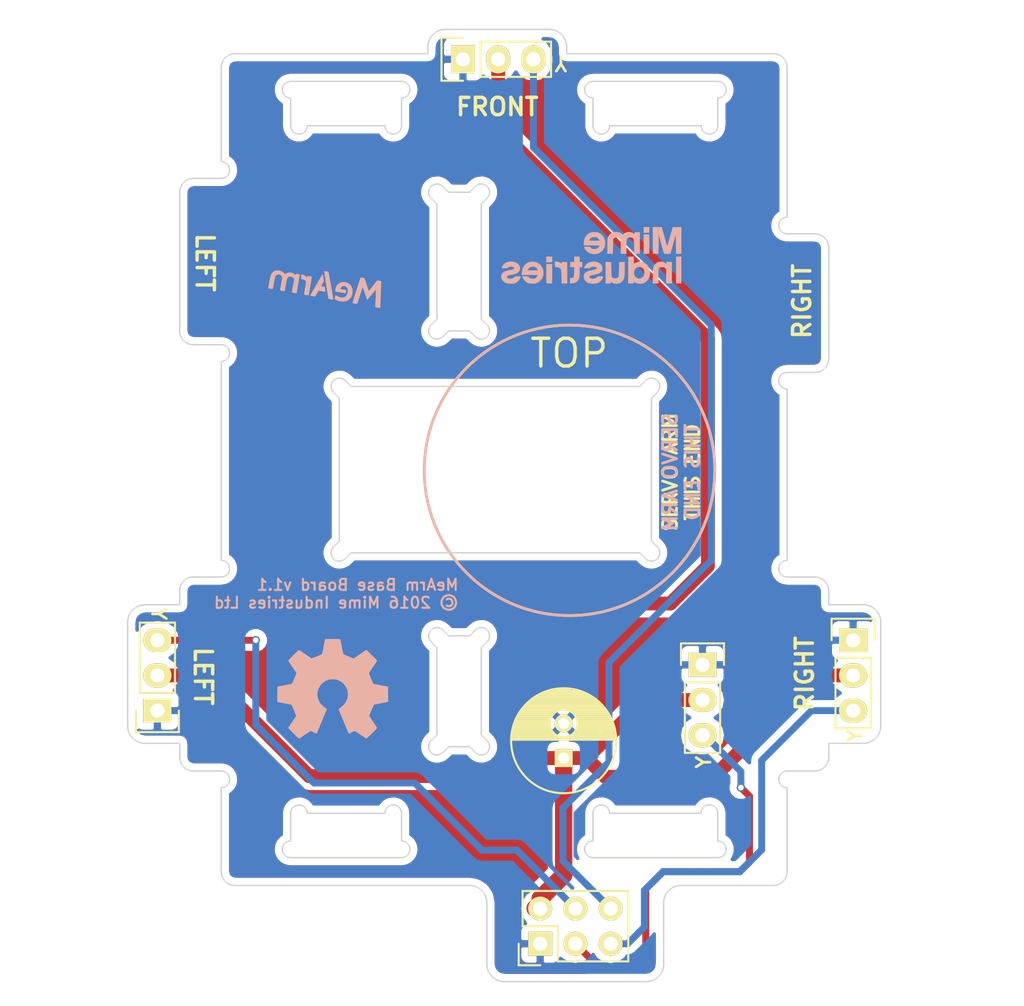
<source format=kicad_pcb>
(kicad_pcb (version 4) (host pcbnew 4.0.4-stable)

  (general
    (links 14)
    (no_connects 0)
    (area 125.881428 68.3845 200.476762 141.956)
    (thickness 1.6)
    (drawings 161)
    (tracks 70)
    (zones 0)
    (modules 9)
    (nets 7)
  )

  (page A4)
  (layers
    (0 F.Cu signal)
    (31 B.Cu signal)
    (32 B.Adhes user)
    (33 F.Adhes user)
    (34 B.Paste user)
    (35 F.Paste user)
    (36 B.SilkS user)
    (37 F.SilkS user)
    (38 B.Mask user)
    (39 F.Mask user)
    (40 Dwgs.User user)
    (41 Cmts.User user)
    (42 Eco1.User user)
    (43 Eco2.User user)
    (44 Edge.Cuts user)
    (45 Margin user)
    (46 B.CrtYd user)
    (47 F.CrtYd user)
    (48 B.Fab user)
    (49 F.Fab user)
  )

  (setup
    (last_trace_width 0.5)
    (user_trace_width 1.25)
    (trace_clearance 0.2)
    (zone_clearance 0.508)
    (zone_45_only yes)
    (trace_min 0.2)
    (segment_width 0.2)
    (edge_width 0.15)
    (via_size 0.6)
    (via_drill 0.4)
    (via_min_size 0.4)
    (via_min_drill 0.3)
    (uvia_size 0.3)
    (uvia_drill 0.1)
    (uvias_allowed no)
    (uvia_min_size 0.2)
    (uvia_min_drill 0.1)
    (pcb_text_width 0.3)
    (pcb_text_size 1.5 1.5)
    (mod_edge_width 0.15)
    (mod_text_size 1 1)
    (mod_text_width 0.15)
    (pad_size 1.524 1.524)
    (pad_drill 0.762)
    (pad_to_mask_clearance 0.2)
    (aux_axis_origin 0 0)
    (visible_elements FFFFEF7F)
    (pcbplotparams
      (layerselection 0x010f0_80000001)
      (usegerberextensions true)
      (excludeedgelayer true)
      (linewidth 0.100000)
      (plotframeref false)
      (viasonmask false)
      (mode 1)
      (useauxorigin false)
      (hpglpennumber 1)
      (hpglpenspeed 20)
      (hpglpendiameter 15)
      (hpglpenoverlay 2)
      (psnegative false)
      (psa4output false)
      (plotreference true)
      (plotvalue true)
      (plotinvisibletext false)
      (padsonsilk false)
      (subtractmaskfromsilk false)
      (outputformat 1)
      (mirror false)
      (drillshape 0)
      (scaleselection 1)
      (outputdirectory output/v1.1))
  )

  (net 0 "")
  (net 1 GND)
  (net 2 VCC)
  (net 3 "Net-(P1-Pad3)")
  (net 4 "Net-(P1-Pad4)")
  (net 5 "Net-(P1-Pad5)")
  (net 6 "Net-(P1-Pad6)")

  (net_class Default "This is the default net class."
    (clearance 0.2)
    (trace_width 0.5)
    (via_dia 0.6)
    (via_drill 0.4)
    (uvia_dia 0.3)
    (uvia_drill 0.1)
    (add_net GND)
    (add_net "Net-(P1-Pad3)")
    (add_net "Net-(P1-Pad4)")
    (add_net "Net-(P1-Pad5)")
    (add_net "Net-(P1-Pad6)")
  )

  (net_class POWER ""
    (clearance 0.5)
    (trace_width 1)
    (via_dia 0.6)
    (via_drill 0.4)
    (uvia_dia 0.3)
    (uvia_drill 0.1)
    (add_net VCC)
  )

  (module Pin_Headers:Pin_Header_Straight_1x03 (layer F.Cu) (tedit 57D1982B) (tstamp 57D18571)
    (at 137.6045 120.0785 180)
    (descr "Through hole pin header")
    (tags "pin header")
    (path /57D18342)
    (fp_text reference P3 (at 0 -5.1 180) (layer F.SilkS) hide
      (effects (font (size 1 1) (thickness 0.15)))
    )
    (fp_text value LEFT_SERVO (at 6.7945 2.3495 180) (layer F.Fab)
      (effects (font (size 1 1) (thickness 0.15)))
    )
    (fp_line (start -1.75 -1.75) (end -1.75 6.85) (layer F.CrtYd) (width 0.05))
    (fp_line (start 1.75 -1.75) (end 1.75 6.85) (layer F.CrtYd) (width 0.05))
    (fp_line (start -1.75 -1.75) (end 1.75 -1.75) (layer F.CrtYd) (width 0.05))
    (fp_line (start -1.75 6.85) (end 1.75 6.85) (layer F.CrtYd) (width 0.05))
    (fp_line (start -1.27 1.27) (end -1.27 6.35) (layer F.SilkS) (width 0.15))
    (fp_line (start -1.27 6.35) (end 1.27 6.35) (layer F.SilkS) (width 0.15))
    (fp_line (start 1.27 6.35) (end 1.27 1.27) (layer F.SilkS) (width 0.15))
    (fp_line (start 1.55 -1.55) (end 1.55 0) (layer F.SilkS) (width 0.15))
    (fp_line (start 1.27 1.27) (end -1.27 1.27) (layer F.SilkS) (width 0.15))
    (fp_line (start -1.55 0) (end -1.55 -1.55) (layer F.SilkS) (width 0.15))
    (fp_line (start -1.55 -1.55) (end 1.55 -1.55) (layer F.SilkS) (width 0.15))
    (pad 1 thru_hole rect (at 0 0 180) (size 2.032 1.7272) (drill 1.016) (layers *.Cu *.Mask F.SilkS)
      (net 1 GND))
    (pad 2 thru_hole oval (at 0 2.54 180) (size 2.032 1.7272) (drill 1.016) (layers *.Cu *.Mask F.SilkS)
      (net 2 VCC))
    (pad 3 thru_hole oval (at 0 5.08 180) (size 2.032 1.7272) (drill 1.016) (layers *.Cu *.Mask F.SilkS)
      (net 4 "Net-(P1-Pad4)"))
    (model Pin_Headers.3dshapes/Pin_Header_Straight_1x03.wrl
      (at (xyz 0 -0.1 0))
      (scale (xyz 1 1 1))
      (rotate (xyz 0 0 90))
    )
  )

  (module Pin_Headers:Pin_Header_Straight_1x03 (layer F.Cu) (tedit 57D19836) (tstamp 57D1857F)
    (at 159.639 73.0885 90)
    (descr "Through hole pin header")
    (tags "pin header")
    (path /57D18395)
    (fp_text reference P5 (at 0 -5.1 90) (layer F.SilkS) hide
      (effects (font (size 1 1) (thickness 0.15)))
    )
    (fp_text value GRIP_SERVO (at 3.429 2.6035 180) (layer F.Fab)
      (effects (font (size 1 1) (thickness 0.15)))
    )
    (fp_line (start -1.75 -1.75) (end -1.75 6.85) (layer F.CrtYd) (width 0.05))
    (fp_line (start 1.75 -1.75) (end 1.75 6.85) (layer F.CrtYd) (width 0.05))
    (fp_line (start -1.75 -1.75) (end 1.75 -1.75) (layer F.CrtYd) (width 0.05))
    (fp_line (start -1.75 6.85) (end 1.75 6.85) (layer F.CrtYd) (width 0.05))
    (fp_line (start -1.27 1.27) (end -1.27 6.35) (layer F.SilkS) (width 0.15))
    (fp_line (start -1.27 6.35) (end 1.27 6.35) (layer F.SilkS) (width 0.15))
    (fp_line (start 1.27 6.35) (end 1.27 1.27) (layer F.SilkS) (width 0.15))
    (fp_line (start 1.55 -1.55) (end 1.55 0) (layer F.SilkS) (width 0.15))
    (fp_line (start 1.27 1.27) (end -1.27 1.27) (layer F.SilkS) (width 0.15))
    (fp_line (start -1.55 0) (end -1.55 -1.55) (layer F.SilkS) (width 0.15))
    (fp_line (start -1.55 -1.55) (end 1.55 -1.55) (layer F.SilkS) (width 0.15))
    (pad 1 thru_hole rect (at 0 0 90) (size 2.032 1.7272) (drill 1.016) (layers *.Cu *.Mask F.SilkS)
      (net 1 GND))
    (pad 2 thru_hole oval (at 0 2.54 90) (size 2.032 1.7272) (drill 1.016) (layers *.Cu *.Mask F.SilkS)
      (net 2 VCC))
    (pad 3 thru_hole oval (at 0 5.08 90) (size 2.032 1.7272) (drill 1.016) (layers *.Cu *.Mask F.SilkS)
      (net 6 "Net-(P1-Pad6)"))
    (model Pin_Headers.3dshapes/Pin_Header_Straight_1x03.wrl
      (at (xyz 0 -0.1 0))
      (scale (xyz 1 1 1))
      (rotate (xyz 0 0 90))
    )
  )

  (module Pin_Headers:Pin_Header_Straight_1x03 (layer F.Cu) (tedit 57D19825) (tstamp 57D18578)
    (at 187.7695 114.9985)
    (descr "Through hole pin header")
    (tags "pin header")
    (path /57D183E0)
    (fp_text reference P4 (at 0 -5.1) (layer F.SilkS) hide
      (effects (font (size 1 1) (thickness 0.15)))
    )
    (fp_text value RIGHT_SERVO (at 7.3025 1.7145) (layer F.Fab)
      (effects (font (size 1 1) (thickness 0.15)))
    )
    (fp_line (start -1.75 -1.75) (end -1.75 6.85) (layer F.CrtYd) (width 0.05))
    (fp_line (start 1.75 -1.75) (end 1.75 6.85) (layer F.CrtYd) (width 0.05))
    (fp_line (start -1.75 -1.75) (end 1.75 -1.75) (layer F.CrtYd) (width 0.05))
    (fp_line (start -1.75 6.85) (end 1.75 6.85) (layer F.CrtYd) (width 0.05))
    (fp_line (start -1.27 1.27) (end -1.27 6.35) (layer F.SilkS) (width 0.15))
    (fp_line (start -1.27 6.35) (end 1.27 6.35) (layer F.SilkS) (width 0.15))
    (fp_line (start 1.27 6.35) (end 1.27 1.27) (layer F.SilkS) (width 0.15))
    (fp_line (start 1.55 -1.55) (end 1.55 0) (layer F.SilkS) (width 0.15))
    (fp_line (start 1.27 1.27) (end -1.27 1.27) (layer F.SilkS) (width 0.15))
    (fp_line (start -1.55 0) (end -1.55 -1.55) (layer F.SilkS) (width 0.15))
    (fp_line (start -1.55 -1.55) (end 1.55 -1.55) (layer F.SilkS) (width 0.15))
    (pad 1 thru_hole rect (at 0 0) (size 2.032 1.7272) (drill 1.016) (layers *.Cu *.Mask F.SilkS)
      (net 1 GND))
    (pad 2 thru_hole oval (at 0 2.54) (size 2.032 1.7272) (drill 1.016) (layers *.Cu *.Mask F.SilkS)
      (net 2 VCC))
    (pad 3 thru_hole oval (at 0 5.08) (size 2.032 1.7272) (drill 1.016) (layers *.Cu *.Mask F.SilkS)
      (net 5 "Net-(P1-Pad5)"))
    (model Pin_Headers.3dshapes/Pin_Header_Straight_1x03.wrl
      (at (xyz 0 -0.1 0))
      (scale (xyz 1 1 1))
      (rotate (xyz 0 0 90))
    )
  )

  (module Pin_Headers:Pin_Header_Straight_1x03 (layer F.Cu) (tedit 57D19821) (tstamp 57D1856A)
    (at 176.911 116.7765)
    (descr "Through hole pin header")
    (tags "pin header")
    (path /57D18276)
    (fp_text reference P2 (at -0.127 -3.302) (layer F.SilkS) hide
      (effects (font (size 1 1) (thickness 0.15)))
    )
    (fp_text value BASE_SERVO (at 0 -3.1) (layer F.Fab)
      (effects (font (size 1 1) (thickness 0.15)))
    )
    (fp_line (start -1.75 -1.75) (end -1.75 6.85) (layer F.CrtYd) (width 0.05))
    (fp_line (start 1.75 -1.75) (end 1.75 6.85) (layer F.CrtYd) (width 0.05))
    (fp_line (start -1.75 -1.75) (end 1.75 -1.75) (layer F.CrtYd) (width 0.05))
    (fp_line (start -1.75 6.85) (end 1.75 6.85) (layer F.CrtYd) (width 0.05))
    (fp_line (start -1.27 1.27) (end -1.27 6.35) (layer F.SilkS) (width 0.15))
    (fp_line (start -1.27 6.35) (end 1.27 6.35) (layer F.SilkS) (width 0.15))
    (fp_line (start 1.27 6.35) (end 1.27 1.27) (layer F.SilkS) (width 0.15))
    (fp_line (start 1.55 -1.55) (end 1.55 0) (layer F.SilkS) (width 0.15))
    (fp_line (start 1.27 1.27) (end -1.27 1.27) (layer F.SilkS) (width 0.15))
    (fp_line (start -1.55 0) (end -1.55 -1.55) (layer F.SilkS) (width 0.15))
    (fp_line (start -1.55 -1.55) (end 1.55 -1.55) (layer F.SilkS) (width 0.15))
    (pad 1 thru_hole rect (at 0 0) (size 2.032 1.7272) (drill 1.016) (layers *.Cu *.Mask F.SilkS)
      (net 1 GND))
    (pad 2 thru_hole oval (at 0 2.54) (size 2.032 1.7272) (drill 1.016) (layers *.Cu *.Mask F.SilkS)
      (net 2 VCC))
    (pad 3 thru_hole oval (at 0 5.08) (size 2.032 1.7272) (drill 1.016) (layers *.Cu *.Mask F.SilkS)
      (net 3 "Net-(P1-Pad3)"))
    (model Pin_Headers.3dshapes/Pin_Header_Straight_1x03.wrl
      (at (xyz 0 -0.1 0))
      (scale (xyz 1 1 1))
      (rotate (xyz 0 0 90))
    )
  )

  (module Pin_Headers:Pin_Header_Straight_2x03 (layer F.Cu) (tedit 57D1981E) (tstamp 57D18563)
    (at 165.2085 136.898 90)
    (descr "Through hole pin header")
    (tags "pin header")
    (path /57D1847B)
    (fp_text reference P1 (at 2.2225 -2.667 180) (layer F.SilkS) hide
      (effects (font (size 1 1) (thickness 0.15)))
    )
    (fp_text value CONNECTOR (at -3.683 3.048 180) (layer F.Fab)
      (effects (font (size 1 1) (thickness 0.15)))
    )
    (fp_line (start -1.27 1.27) (end -1.27 6.35) (layer F.SilkS) (width 0.15))
    (fp_line (start -1.55 -1.55) (end 0 -1.55) (layer F.SilkS) (width 0.15))
    (fp_line (start -1.75 -1.75) (end -1.75 6.85) (layer F.CrtYd) (width 0.05))
    (fp_line (start 4.3 -1.75) (end 4.3 6.85) (layer F.CrtYd) (width 0.05))
    (fp_line (start -1.75 -1.75) (end 4.3 -1.75) (layer F.CrtYd) (width 0.05))
    (fp_line (start -1.75 6.85) (end 4.3 6.85) (layer F.CrtYd) (width 0.05))
    (fp_line (start 1.27 -1.27) (end 1.27 1.27) (layer F.SilkS) (width 0.15))
    (fp_line (start 1.27 1.27) (end -1.27 1.27) (layer F.SilkS) (width 0.15))
    (fp_line (start -1.27 6.35) (end 3.81 6.35) (layer F.SilkS) (width 0.15))
    (fp_line (start 3.81 6.35) (end 3.81 1.27) (layer F.SilkS) (width 0.15))
    (fp_line (start -1.55 -1.55) (end -1.55 0) (layer F.SilkS) (width 0.15))
    (fp_line (start 3.81 -1.27) (end 1.27 -1.27) (layer F.SilkS) (width 0.15))
    (fp_line (start 3.81 1.27) (end 3.81 -1.27) (layer F.SilkS) (width 0.15))
    (pad 1 thru_hole rect (at 0 0 90) (size 1.7272 1.7272) (drill 1.016) (layers *.Cu *.Mask F.SilkS)
      (net 1 GND))
    (pad 2 thru_hole oval (at 2.54 0 90) (size 1.7272 1.7272) (drill 1.016) (layers *.Cu *.Mask F.SilkS)
      (net 2 VCC))
    (pad 3 thru_hole oval (at 0 2.54 90) (size 1.7272 1.7272) (drill 1.016) (layers *.Cu *.Mask F.SilkS)
      (net 3 "Net-(P1-Pad3)"))
    (pad 4 thru_hole oval (at 2.54 2.54 90) (size 1.7272 1.7272) (drill 1.016) (layers *.Cu *.Mask F.SilkS)
      (net 4 "Net-(P1-Pad4)"))
    (pad 5 thru_hole oval (at 0 5.08 90) (size 1.7272 1.7272) (drill 1.016) (layers *.Cu *.Mask F.SilkS)
      (net 5 "Net-(P1-Pad5)"))
    (pad 6 thru_hole oval (at 2.54 5.08 90) (size 1.7272 1.7272) (drill 1.016) (layers *.Cu *.Mask F.SilkS)
      (net 6 "Net-(P1-Pad6)"))
    (model Pin_Headers.3dshapes/Pin_Header_Straight_2x03.wrl
      (at (xyz 0.05 -0.1 0))
      (scale (xyz 1 1 1))
      (rotate (xyz 0 0 90))
    )
  )

  (module Capacitors_ThroughHole:C_Radial_D7.5_L11.2_P2.5 (layer F.Cu) (tedit 57D19899) (tstamp 57D1860C)
    (at 166.9 123.5 90)
    (descr "Radial Electrolytic Capacitor Diameter 7.5mm x Length 11.2mm, Pitch 2.5mm")
    (tags "Electrolytic Capacitor")
    (path /57D1865B)
    (fp_text reference C1 (at 1.25 -5.1 90) (layer F.SilkS) hide
      (effects (font (size 1 1) (thickness 0.15)))
    )
    (fp_text value CP (at 1.25 5.207 90) (layer F.Fab) hide
      (effects (font (size 1 1) (thickness 0.15)))
    )
    (fp_line (start 1.325 -3.749) (end 1.325 3.749) (layer F.SilkS) (width 0.15))
    (fp_line (start 1.465 -3.744) (end 1.465 3.744) (layer F.SilkS) (width 0.15))
    (fp_line (start 1.605 -3.733) (end 1.605 -0.446) (layer F.SilkS) (width 0.15))
    (fp_line (start 1.605 0.446) (end 1.605 3.733) (layer F.SilkS) (width 0.15))
    (fp_line (start 1.745 -3.717) (end 1.745 -0.656) (layer F.SilkS) (width 0.15))
    (fp_line (start 1.745 0.656) (end 1.745 3.717) (layer F.SilkS) (width 0.15))
    (fp_line (start 1.885 -3.696) (end 1.885 -0.789) (layer F.SilkS) (width 0.15))
    (fp_line (start 1.885 0.789) (end 1.885 3.696) (layer F.SilkS) (width 0.15))
    (fp_line (start 2.025 -3.669) (end 2.025 -0.88) (layer F.SilkS) (width 0.15))
    (fp_line (start 2.025 0.88) (end 2.025 3.669) (layer F.SilkS) (width 0.15))
    (fp_line (start 2.165 -3.637) (end 2.165 -0.942) (layer F.SilkS) (width 0.15))
    (fp_line (start 2.165 0.942) (end 2.165 3.637) (layer F.SilkS) (width 0.15))
    (fp_line (start 2.305 -3.599) (end 2.305 -0.981) (layer F.SilkS) (width 0.15))
    (fp_line (start 2.305 0.981) (end 2.305 3.599) (layer F.SilkS) (width 0.15))
    (fp_line (start 2.445 -3.555) (end 2.445 -0.998) (layer F.SilkS) (width 0.15))
    (fp_line (start 2.445 0.998) (end 2.445 3.555) (layer F.SilkS) (width 0.15))
    (fp_line (start 2.585 -3.504) (end 2.585 -0.996) (layer F.SilkS) (width 0.15))
    (fp_line (start 2.585 0.996) (end 2.585 3.504) (layer F.SilkS) (width 0.15))
    (fp_line (start 2.725 -3.448) (end 2.725 -0.974) (layer F.SilkS) (width 0.15))
    (fp_line (start 2.725 0.974) (end 2.725 3.448) (layer F.SilkS) (width 0.15))
    (fp_line (start 2.865 -3.384) (end 2.865 -0.931) (layer F.SilkS) (width 0.15))
    (fp_line (start 2.865 0.931) (end 2.865 3.384) (layer F.SilkS) (width 0.15))
    (fp_line (start 3.005 -3.314) (end 3.005 -0.863) (layer F.SilkS) (width 0.15))
    (fp_line (start 3.005 0.863) (end 3.005 3.314) (layer F.SilkS) (width 0.15))
    (fp_line (start 3.145 -3.236) (end 3.145 -0.764) (layer F.SilkS) (width 0.15))
    (fp_line (start 3.145 0.764) (end 3.145 3.236) (layer F.SilkS) (width 0.15))
    (fp_line (start 3.285 -3.15) (end 3.285 -0.619) (layer F.SilkS) (width 0.15))
    (fp_line (start 3.285 0.619) (end 3.285 3.15) (layer F.SilkS) (width 0.15))
    (fp_line (start 3.425 -3.055) (end 3.425 -0.38) (layer F.SilkS) (width 0.15))
    (fp_line (start 3.425 0.38) (end 3.425 3.055) (layer F.SilkS) (width 0.15))
    (fp_line (start 3.565 -2.95) (end 3.565 2.95) (layer F.SilkS) (width 0.15))
    (fp_line (start 3.705 -2.835) (end 3.705 2.835) (layer F.SilkS) (width 0.15))
    (fp_line (start 3.845 -2.707) (end 3.845 2.707) (layer F.SilkS) (width 0.15))
    (fp_line (start 3.985 -2.566) (end 3.985 2.566) (layer F.SilkS) (width 0.15))
    (fp_line (start 4.125 -2.408) (end 4.125 2.408) (layer F.SilkS) (width 0.15))
    (fp_line (start 4.265 -2.23) (end 4.265 2.23) (layer F.SilkS) (width 0.15))
    (fp_line (start 4.405 -2.027) (end 4.405 2.027) (layer F.SilkS) (width 0.15))
    (fp_line (start 4.545 -1.79) (end 4.545 1.79) (layer F.SilkS) (width 0.15))
    (fp_line (start 4.685 -1.504) (end 4.685 1.504) (layer F.SilkS) (width 0.15))
    (fp_line (start 4.825 -1.132) (end 4.825 1.132) (layer F.SilkS) (width 0.15))
    (fp_line (start 4.965 -0.511) (end 4.965 0.511) (layer F.SilkS) (width 0.15))
    (fp_circle (center 2.5 0) (end 2.5 -1) (layer F.SilkS) (width 0.15))
    (fp_circle (center 1.25 0) (end 1.25 -3.7875) (layer F.SilkS) (width 0.15))
    (fp_circle (center 1.25 0) (end 1.25 -4.1) (layer F.CrtYd) (width 0.05))
    (pad 2 thru_hole circle (at 2.5 0 90) (size 1.3 1.3) (drill 0.8) (layers *.Cu *.Mask F.SilkS)
      (net 1 GND))
    (pad 1 thru_hole rect (at 0 0 90) (size 1.3 1.3) (drill 0.8) (layers *.Cu *.Mask F.SilkS)
      (net 2 VCC))
    (model Capacitors_ThroughHole.3dshapes/C_Radial_D7.5_L11.2_P2.5.wrl
      (at (xyz 0 0 0))
      (scale (xyz 1 1 1))
      (rotate (xyz 0 0 0))
    )
  )

  (module Custom:OSHW_LOGO (layer B.Cu) (tedit 0) (tstamp 57D298A8)
    (at 150.25 118.5 180)
    (path /57D29545)
    (fp_text reference ART1 (at 0 -4.2418 180) (layer B.SilkS) hide
      (effects (font (size 0.36322 0.36322) (thickness 0.07112)) (justify mirror))
    )
    (fp_text value OSHW-LOGO (at 0 4.2418 180) (layer B.SilkS) hide
      (effects (font (size 0.36322 0.36322) (thickness 0.07112)) (justify mirror))
    )
    (fp_poly (pts (xy -2.42316 -3.59156) (xy -2.38252 -3.57124) (xy -2.28854 -3.51282) (xy -2.15392 -3.42392)
      (xy -1.99644 -3.31978) (xy -1.83896 -3.21056) (xy -1.70942 -3.1242) (xy -1.61798 -3.06578)
      (xy -1.57988 -3.04546) (xy -1.55956 -3.05054) (xy -1.48336 -3.08864) (xy -1.37414 -3.14452)
      (xy -1.31064 -3.17754) (xy -1.21158 -3.22072) (xy -1.16078 -3.23088) (xy -1.15316 -3.21564)
      (xy -1.11506 -3.13944) (xy -1.05918 -3.00736) (xy -0.98298 -2.83464) (xy -0.89662 -2.63144)
      (xy -0.80264 -2.413) (xy -0.7112 -2.18948) (xy -0.6223 -1.97612) (xy -0.54356 -1.78562)
      (xy -0.48006 -1.63068) (xy -0.43942 -1.52146) (xy -0.42418 -1.47574) (xy -0.42926 -1.46558)
      (xy -0.48006 -1.41732) (xy -0.56642 -1.35128) (xy -0.75692 -1.19634) (xy -0.94234 -0.96266)
      (xy -1.05664 -0.6985) (xy -1.09474 -0.40386) (xy -1.06172 -0.13208) (xy -0.95504 0.12954)
      (xy -0.77216 0.36576) (xy -0.55118 0.54102) (xy -0.2921 0.65278) (xy 0 0.68834)
      (xy 0.2794 0.65786) (xy 0.5461 0.55118) (xy 0.78232 0.37084) (xy 0.88138 0.25654)
      (xy 1.01854 0.01778) (xy 1.09728 -0.23876) (xy 1.1049 -0.30226) (xy 1.09474 -0.5842)
      (xy 1.01092 -0.85344) (xy 0.8636 -1.09474) (xy 0.65786 -1.29032) (xy 0.62992 -1.31064)
      (xy 0.53594 -1.38176) (xy 0.47244 -1.43002) (xy 0.42164 -1.47066) (xy 0.77978 -2.33172)
      (xy 0.83566 -2.46888) (xy 0.93472 -2.7051) (xy 1.02108 -2.9083) (xy 1.08966 -3.06832)
      (xy 1.13792 -3.17754) (xy 1.15824 -3.22072) (xy 1.16078 -3.22326) (xy 1.19126 -3.22834)
      (xy 1.2573 -3.20294) (xy 1.37668 -3.14452) (xy 1.45796 -3.10388) (xy 1.5494 -3.0607)
      (xy 1.59004 -3.04546) (xy 1.6256 -3.06324) (xy 1.71196 -3.12166) (xy 1.8415 -3.20548)
      (xy 1.9939 -3.30962) (xy 2.14122 -3.41122) (xy 2.27584 -3.50012) (xy 2.3749 -3.56108)
      (xy 2.42316 -3.58902) (xy 2.43078 -3.58902) (xy 2.47142 -3.56362) (xy 2.55016 -3.50012)
      (xy 2.667 -3.38836) (xy 2.8321 -3.2258) (xy 2.8575 -3.2004) (xy 2.99466 -3.0607)
      (xy 3.10642 -2.94386) (xy 3.18008 -2.86258) (xy 3.20548 -2.82448) (xy 3.20548 -2.82448)
      (xy 3.18262 -2.77622) (xy 3.11912 -2.6797) (xy 3.03022 -2.54254) (xy 2.921 -2.38252)
      (xy 2.63652 -1.9685) (xy 2.794 -1.57734) (xy 2.84226 -1.45796) (xy 2.90322 -1.31318)
      (xy 2.9464 -1.20904) (xy 2.9718 -1.16332) (xy 3.01244 -1.14808) (xy 3.12166 -1.12268)
      (xy 3.2766 -1.08966) (xy 3.45948 -1.05664) (xy 3.63728 -1.02362) (xy 3.7973 -0.99314)
      (xy 3.9116 -0.97028) (xy 3.9624 -0.96012) (xy 3.9751 -0.9525) (xy 3.98526 -0.9271)
      (xy 3.99288 -0.87376) (xy 3.99542 -0.77724) (xy 3.99796 -0.62484) (xy 3.99796 -0.40386)
      (xy 3.99796 -0.381) (xy 3.99542 -0.17018) (xy 3.99288 -0.00254) (xy 3.9878 0.10668)
      (xy 3.98018 0.14986) (xy 3.98018 0.14986) (xy 3.92938 0.16256) (xy 3.81762 0.18542)
      (xy 3.6576 0.21844) (xy 3.4671 0.254) (xy 3.45694 0.25654) (xy 3.26644 0.2921)
      (xy 3.10896 0.32512) (xy 2.9972 0.35052) (xy 2.95148 0.36576) (xy 2.94132 0.37846)
      (xy 2.90322 0.45212) (xy 2.84734 0.56896) (xy 2.78638 0.71374) (xy 2.72288 0.86106)
      (xy 2.66954 0.99568) (xy 2.63398 1.09474) (xy 2.62382 1.14046) (xy 2.62382 1.14046)
      (xy 2.65176 1.18618) (xy 2.7178 1.28524) (xy 2.80924 1.41986) (xy 2.921 1.58242)
      (xy 2.92862 1.59512) (xy 3.03784 1.75514) (xy 3.12674 1.88976) (xy 3.18516 1.98628)
      (xy 3.20548 2.02946) (xy 3.20548 2.032) (xy 3.16992 2.08026) (xy 3.08864 2.16916)
      (xy 2.9718 2.29108) (xy 2.8321 2.43332) (xy 2.78638 2.4765) (xy 2.63144 2.6289)
      (xy 2.52476 2.72796) (xy 2.45618 2.7813) (xy 2.42316 2.794) (xy 2.42316 2.79146)
      (xy 2.3749 2.76352) (xy 2.2733 2.69748) (xy 2.13614 2.6035) (xy 1.97358 2.49428)
      (xy 1.96342 2.48666) (xy 1.8034 2.37744) (xy 1.67132 2.28854) (xy 1.5748 2.22504)
      (xy 1.53416 2.19964) (xy 1.52654 2.19964) (xy 1.46304 2.21996) (xy 1.34874 2.25806)
      (xy 1.20904 2.31394) (xy 1.06172 2.37236) (xy 0.9271 2.42824) (xy 0.8255 2.4765)
      (xy 0.77724 2.5019) (xy 0.77724 2.50444) (xy 0.75946 2.56286) (xy 0.73152 2.68224)
      (xy 0.6985 2.84734) (xy 0.6604 3.04292) (xy 0.65532 3.0734) (xy 0.61976 3.2639)
      (xy 0.58928 3.42138) (xy 0.56642 3.5306) (xy 0.55372 3.57632) (xy 0.52832 3.5814)
      (xy 0.43434 3.58902) (xy 0.2921 3.59156) (xy 0.11938 3.5941) (xy -0.06096 3.59156)
      (xy -0.23622 3.58902) (xy -0.38862 3.58394) (xy -0.4953 3.57632) (xy -0.54102 3.56616)
      (xy -0.54356 3.56362) (xy -0.5588 3.5052) (xy -0.5842 3.38582) (xy -0.61976 3.22072)
      (xy -0.65786 3.0226) (xy -0.66294 2.98958) (xy -0.6985 2.79908) (xy -0.73152 2.64414)
      (xy -0.75438 2.53492) (xy -0.76708 2.49428) (xy -0.78232 2.48412) (xy -0.86106 2.4511)
      (xy -0.98806 2.39776) (xy -1.14808 2.33426) (xy -1.51384 2.1844) (xy -1.96088 2.49428)
      (xy -2.00406 2.52222) (xy -2.16408 2.63144) (xy -2.2987 2.72034) (xy -2.39014 2.77876)
      (xy -2.42824 2.80162) (xy -2.43078 2.79908) (xy -2.4765 2.76098) (xy -2.5654 2.67716)
      (xy -2.68732 2.55778) (xy -2.82702 2.41808) (xy -2.93116 2.31394) (xy -3.05562 2.18694)
      (xy -3.13436 2.10312) (xy -3.17754 2.04724) (xy -3.19278 2.01422) (xy -3.1877 1.9939)
      (xy -3.15976 1.94818) (xy -3.09372 1.84912) (xy -3.00228 1.71196) (xy -2.89306 1.55448)
      (xy -2.80162 1.41986) (xy -2.7051 1.27) (xy -2.6416 1.16332) (xy -2.61874 1.10998)
      (xy -2.62382 1.08712) (xy -2.65684 1.00076) (xy -2.71018 0.86614) (xy -2.77622 0.70866)
      (xy -2.9337 0.35306) (xy -3.16738 0.30988) (xy -3.30708 0.28194) (xy -3.5052 0.24384)
      (xy -3.69316 0.20828) (xy -3.9878 0.14986) (xy -3.99796 -0.93218) (xy -3.95224 -0.9525)
      (xy -3.90906 -0.9652) (xy -3.79984 -0.98806) (xy -3.6449 -1.01854) (xy -3.45948 -1.0541)
      (xy -3.30454 -1.08458) (xy -3.14452 -1.11252) (xy -3.03276 -1.13538) (xy -2.98196 -1.14554)
      (xy -2.96926 -1.16332) (xy -2.92862 -1.23952) (xy -2.87274 -1.36144) (xy -2.81178 -1.50876)
      (xy -2.74828 -1.65862) (xy -2.6924 -1.79832) (xy -2.65176 -1.905) (xy -2.63906 -1.96088)
      (xy -2.65938 -2.00406) (xy -2.72034 -2.0955) (xy -2.8067 -2.22758) (xy -2.91338 -2.38506)
      (xy -3.0226 -2.54254) (xy -3.1115 -2.67716) (xy -3.175 -2.77368) (xy -3.2004 -2.81686)
      (xy -3.1877 -2.84734) (xy -3.12674 -2.92354) (xy -3.00736 -3.04546) (xy -2.8321 -3.22072)
      (xy -2.80162 -3.24866) (xy -2.66192 -3.38328) (xy -2.54254 -3.4925) (xy -2.46126 -3.56616)
      (xy -2.42316 -3.59156)) (layer B.SilkS) (width 0.00254))
  )

  (module Custom:MIME_LOGO (layer B.Cu) (tedit 0) (tstamp 57D298BE)
    (at 171.45 87.249 180)
    (path /57D29519)
    (fp_text reference ART2 (at 0 0 180) (layer B.SilkS) hide
      (effects (font (thickness 0.3)) (justify mirror))
    )
    (fp_text value LOGO (at 0.75 0 180) (layer B.SilkS) hide
      (effects (font (thickness 0.3)) (justify mirror))
    )
    (fp_poly (pts (xy -0.31115 -0.081481) (xy -0.1143 -0.0889) (xy -0.10099 -2.0066) (xy -0.304495 -2.0066)
      (xy -0.40538 -2.005891) (xy -0.465819 -2.001658) (xy -0.496165 -1.990739) (xy -0.506771 -1.969973)
      (xy -0.508 -1.944456) (xy -0.508 -1.882313) (xy -0.65028 -1.957156) (xy -0.751942 -2.00373)
      (xy -0.843372 -2.025598) (xy -0.94873 -2.029994) (xy -1.054088 -2.022488) (xy -1.156994 -2.005366)
      (xy -1.209413 -1.990924) (xy -1.361807 -1.911346) (xy -1.48798 -1.794606) (xy -1.585269 -1.648548)
      (xy -1.651013 -1.481015) (xy -1.682552 -1.299851) (xy -1.68085 -1.2401) (xy -1.2831 -1.2401)
      (xy -1.261421 -1.370533) (xy -1.205536 -1.488105) (xy -1.11948 -1.583935) (xy -1.007286 -1.649142)
      (xy -0.89067 -1.674109) (xy -0.847178 -1.664969) (xy -0.779267 -1.639216) (xy -0.745578 -1.623797)
      (xy -0.636596 -1.545654) (xy -0.562407 -1.440179) (xy -0.523488 -1.317499) (xy -0.520318 -1.18774)
      (xy -0.553375 -1.06103) (xy -0.623138 -0.947495) (xy -0.70998 -0.870036) (xy -0.822746 -0.822457)
      (xy -0.945047 -0.817392) (xy -1.063541 -0.851997) (xy -1.16489 -0.923425) (xy -1.207705 -0.976173)
      (xy -1.266539 -1.105687) (xy -1.2831 -1.2401) (xy -1.68085 -1.2401) (xy -1.677225 -1.112899)
      (xy -1.632371 -0.928003) (xy -1.597828 -0.845998) (xy -1.515323 -0.722091) (xy -1.398765 -0.607435)
      (xy -1.264681 -0.51599) (xy -1.14895 -0.466844) (xy -1.027296 -0.441413) (xy -0.910145 -0.440855)
      (xy -0.785715 -0.467288) (xy -0.642226 -0.522831) (xy -0.52705 -0.57867) (xy -0.51913 -0.559303)
      (xy -0.51282 -0.499294) (xy -0.508902 -0.408792) (xy -0.508 -0.331248) (xy -0.508 -0.074063)
      (xy -0.31115 -0.081481)) (layer B.SilkS) (width 0.01))
    (fp_poly (pts (xy 1.524 -2.0066) (xy 1.3335 -2.0066) (xy 1.23663 -2.005919) (xy 1.179852 -2.001331)
      (xy 1.152456 -1.989017) (xy 1.143731 -1.965159) (xy 1.143 -1.938672) (xy 1.143 -1.870744)
      (xy 1.08585 -1.92428) (xy 1.017915 -1.9741) (xy 0.957196 -2.004908) (xy 0.853724 -2.026916)
      (xy 0.726534 -2.030022) (xy 0.598627 -2.015269) (xy 0.493503 -1.983922) (xy 0.412346 -1.933901)
      (xy 0.33222 -1.86449) (xy 0.308623 -1.83843) (xy 0.259986 -1.773379) (xy 0.22238 -1.705292)
      (xy 0.194456 -1.626683) (xy 0.174864 -1.530069) (xy 0.162254 -1.407966) (xy 0.155276 -1.252891)
      (xy 0.152581 -1.057359) (xy 0.1524 -0.972221) (xy 0.1524 -0.455063) (xy 0.34925 -0.462481)
      (xy 0.5461 -0.4699) (xy 0.5715 -1.528508) (xy 0.642766 -1.589754) (xy 0.729551 -1.636617)
      (xy 0.83227 -1.651888) (xy 0.935654 -1.637679) (xy 1.024434 -1.596099) (xy 1.083341 -1.52926)
      (xy 1.083555 -1.528826) (xy 1.090623 -1.491083) (xy 1.098004 -1.41103) (xy 1.105177 -1.297149)
      (xy 1.111619 -1.157922) (xy 1.116809 -1.001833) (xy 1.117437 -0.9779) (xy 1.1303 -0.4699)
      (xy 1.32715 -0.462481) (xy 1.524 -0.455063) (xy 1.524 -2.0066)) (layer B.SilkS) (width 0.01))
    (fp_poly (pts (xy 2.634565 -0.465889) (xy 2.783511 -0.527601) (xy 2.908626 -0.621778) (xy 2.972455 -0.697802)
      (xy 3.022851 -0.779119) (xy 3.039599 -0.81915) (xy 3.068645 -0.9144) (xy 2.855122 -0.9144)
      (xy 2.744083 -0.91136) (xy 2.67098 -0.902744) (xy 2.64186 -0.889308) (xy 2.6416 -0.887703)
      (xy 2.618731 -0.855907) (xy 2.560131 -0.826359) (xy 2.48081 -0.803769) (xy 2.395776 -0.792846)
      (xy 2.34393 -0.794304) (xy 2.23635 -0.819016) (xy 2.174761 -0.863499) (xy 2.159 -0.914428)
      (xy 2.171345 -0.947596) (xy 2.212352 -0.97659) (xy 2.287981 -1.003741) (xy 2.404188 -1.03138)
      (xy 2.509977 -1.051743) (xy 2.714555 -1.099) (xy 2.872389 -1.15923) (xy 2.98639 -1.234664)
      (xy 3.059465 -1.327533) (xy 3.094523 -1.440069) (xy 3.098705 -1.503296) (xy 3.078673 -1.659613)
      (xy 3.016762 -1.789875) (xy 2.910659 -1.897725) (xy 2.8067 -1.962969) (xy 2.702222 -1.999431)
      (xy 2.566078 -2.021478) (xy 2.415452 -2.028644) (xy 2.267526 -2.020461) (xy 2.139483 -1.996459)
      (xy 2.097562 -1.982277) (xy 1.948917 -1.899118) (xy 1.826687 -1.783986) (xy 1.750056 -1.6637)
      (xy 1.716263 -1.586253) (xy 1.706611 -1.537833) (xy 1.727526 -1.511627) (xy 1.785434 -1.500824)
      (xy 1.886761 -1.498612) (xy 1.905797 -1.4986) (xy 2.013254 -1.500752) (xy 2.079608 -1.508348)
      (xy 2.114417 -1.523099) (xy 2.124829 -1.537781) (xy 2.164273 -1.582922) (xy 2.237919 -1.625627)
      (xy 2.329386 -1.658795) (xy 2.422291 -1.675324) (xy 2.443738 -1.676025) (xy 2.56373 -1.66203)
      (xy 2.64532 -1.622231) (xy 2.685072 -1.558486) (xy 2.687572 -1.544169) (xy 2.685322 -1.496906)
      (xy 2.660502 -1.462176) (xy 2.605253 -1.435388) (xy 2.511717 -1.411954) (xy 2.437734 -1.398247)
      (xy 2.239969 -1.358631) (xy 2.08582 -1.314741) (xy 1.968124 -1.263802) (xy 1.879717 -1.203041)
      (xy 1.844663 -1.168556) (xy 1.788602 -1.099603) (xy 1.761243 -1.039594) (xy 1.752867 -0.964241)
      (xy 1.7526 -0.938465) (xy 1.760017 -0.847172) (xy 1.778754 -0.765203) (xy 1.789402 -0.739109)
      (xy 1.877025 -0.621941) (xy 1.9986 -0.532099) (xy 2.144633 -0.470577) (xy 2.305634 -0.438372)
      (xy 2.472108 -0.436477) (xy 2.634565 -0.465889)) (layer B.SilkS) (width 0.01))
    (fp_poly (pts (xy 7.035479 -0.472158) (xy 7.128339 -0.508541) (xy 7.214224 -0.564564) (xy 7.310123 -0.651419)
      (xy 7.315022 -0.656308) (xy 7.415926 -0.77196) (xy 7.48586 -0.891434) (xy 7.531144 -1.029365)
      (xy 7.558097 -1.200385) (xy 7.560481 -1.224706) (xy 7.576494 -1.397) (xy 6.399495 -1.397)
      (xy 6.437335 -1.470174) (xy 6.48298 -1.536198) (xy 6.545204 -1.602018) (xy 6.554236 -1.609874)
      (xy 6.611167 -1.64972) (xy 6.672834 -1.669849) (xy 6.75986 -1.676242) (xy 6.783675 -1.6764)
      (xy 6.873827 -1.673207) (xy 6.935259 -1.658402) (xy 6.989914 -1.624144) (xy 7.032455 -1.5875)
      (xy 7.08524 -1.542428) (xy 7.130512 -1.515915) (xy 7.184561 -1.50305) (xy 7.263674 -1.498924)
      (xy 7.327382 -1.4986) (xy 7.523907 -1.4986) (xy 7.506432 -1.568222) (xy 7.459985 -1.673821)
      (xy 7.378603 -1.783076) (xy 7.274755 -1.88138) (xy 7.189859 -1.939007) (xy 7.111852 -1.979178)
      (xy 7.041041 -2.003632) (xy 6.958639 -2.016844) (xy 6.845858 -2.023285) (xy 6.834259 -2.023664)
      (xy 6.726023 -2.024456) (xy 6.630542 -2.020502) (xy 6.564389 -2.012622) (xy 6.553035 -2.009713)
      (xy 6.379274 -1.92695) (xy 6.228717 -1.802892) (xy 6.10928 -1.644687) (xy 6.073411 -1.576491)
      (xy 6.017959 -1.403134) (xy 6.00228 -1.215345) (xy 6.021432 -1.0668) (xy 6.395811 -1.0668)
      (xy 7.167476 -1.0668) (xy 7.120688 -0.986905) (xy 7.042655 -0.885205) (xy 6.947232 -0.825327)
      (xy 6.82349 -0.801247) (xy 6.7818 -0.8001) (xy 6.654587 -0.812909) (xy 6.558097 -0.856702)
      (xy 6.477726 -0.939522) (xy 6.447526 -0.98425) (xy 6.395811 -1.0668) (xy 6.021432 -1.0668)
      (xy 6.026258 -1.029373) (xy 6.078376 -0.883553) (xy 6.186679 -0.716979) (xy 6.326734 -0.586405)
      (xy 6.491736 -0.494757) (xy 6.67488 -0.44496) (xy 6.869361 -0.439939) (xy 7.035479 -0.472158)) (layer B.SilkS) (width 0.01))
    (fp_poly (pts (xy 8.458263 -0.438063) (xy 8.627918 -0.479176) (xy 8.776109 -0.554915) (xy 8.896114 -0.662463)
      (xy 8.981209 -0.799) (xy 9.002793 -0.85725) (xy 9.009194 -0.884825) (xy 9.001419 -0.901703)
      (xy 8.970285 -0.910508) (xy 8.906606 -0.913866) (xy 8.802811 -0.9144) (xy 8.70064 -0.911706)
      (xy 8.625553 -0.904401) (xy 8.587754 -0.893643) (xy 8.5852 -0.889652) (xy 8.56299 -0.858326)
      (xy 8.507607 -0.825828) (xy 8.435924 -0.799719) (xy 8.364811 -0.787562) (xy 8.357045 -0.7874)
      (xy 8.276001 -0.797411) (xy 8.196497 -0.822928) (xy 8.133873 -0.857172) (xy 8.103468 -0.893367)
      (xy 8.1026 -0.899818) (xy 8.127659 -0.949516) (xy 8.20239 -0.992086) (xy 8.326122 -1.027207)
      (xy 8.3947 -1.040018) (xy 8.605265 -1.083279) (xy 8.769969 -1.137103) (xy 8.893105 -1.203976)
      (xy 8.978966 -1.286387) (xy 9.031846 -1.386821) (xy 9.040124 -1.41395) (xy 9.055368 -1.487136)
      (xy 9.059173 -1.542674) (xy 9.057468 -1.553029) (xy 9.044043 -1.603047) (xy 9.031454 -1.656884)
      (xy 8.994041 -1.739816) (xy 8.923215 -1.829377) (xy 8.831913 -1.911403) (xy 8.752704 -1.962139)
      (xy 8.657716 -1.994874) (xy 8.529987 -2.016629) (xy 8.386538 -2.02666) (xy 8.244385 -2.024223)
      (xy 8.120549 -2.008575) (xy 8.061587 -1.992341) (xy 7.906187 -1.908939) (xy 7.779294 -1.786673)
      (xy 7.687194 -1.632364) (xy 7.659213 -1.55575) (xy 7.652917 -1.526978) (xy 7.661955 -1.509962)
      (xy 7.69593 -1.501617) (xy 7.764449 -1.498858) (xy 7.837185 -1.4986) (xy 7.93938 -1.500251)
      (xy 8.006776 -1.508049) (xy 8.055338 -1.526258) (xy 8.101033 -1.559143) (xy 8.117753 -1.573547)
      (xy 8.193561 -1.625484) (xy 8.275355 -1.660993) (xy 8.293976 -1.66554) (xy 8.404578 -1.674369)
      (xy 8.504112 -1.661173) (xy 8.58374 -1.630128) (xy 8.634625 -1.585411) (xy 8.647929 -1.5312)
      (xy 8.63825 -1.502805) (xy 8.594559 -1.462105) (xy 8.519556 -1.425918) (xy 8.432616 -1.402163)
      (xy 8.379713 -1.397141) (xy 8.303841 -1.387639) (xy 8.200552 -1.36307) (xy 8.086499 -1.328742)
      (xy 7.978337 -1.289965) (xy 7.892721 -1.252048) (xy 7.857376 -1.230629) (xy 7.760858 -1.130188)
      (xy 7.7081 -1.01557) (xy 7.696899 -0.89424) (xy 7.725053 -0.773661) (xy 7.790362 -0.661296)
      (xy 7.890624 -0.564608) (xy 8.023638 -0.491062) (xy 8.081452 -0.47099) (xy 8.273867 -0.434395)
      (xy 8.458263 -0.438063)) (layer B.SilkS) (width 0.01))
    (fp_poly (pts (xy -5.884602 0.678985) (xy -5.780808 0.611405) (xy -5.722731 0.542133) (xy -5.710476 0.519769)
      (xy -5.700501 0.490292) (xy -5.692511 0.448407) (xy -5.686215 0.388819) (xy -5.681319 0.30623)
      (xy -5.677531 0.195346) (xy -5.674559 0.050871) (xy -5.67211 -0.132492) (xy -5.669891 -0.360038)
      (xy -5.66934 -0.424279) (xy -5.661779 -1.3208) (xy -4.318 -1.3208) (xy -4.318 -2.0066)
      (xy -9.0678 -2.0066) (xy -9.0678 -1.3208) (xy -7.7216 -1.3208) (xy -7.7216 -0.443238)
      (xy -7.721466 -0.198845) (xy -7.720608 0.000192) (xy -7.718343 0.159317) (xy -7.713988 0.283973)
      (xy -7.706859 0.379606) (xy -7.696273 0.451658) (xy -7.681547 0.505574) (xy -7.661997 0.546798)
      (xy -7.636941 0.580773) (xy -7.605695 0.612943) (xy -7.58681 0.630733) (xy -7.492257 0.687013)
      (xy -7.380827 0.70527) (xy -7.266701 0.687681) (xy -7.164055 0.636425) (xy -7.087252 0.553979)
      (xy -7.073656 0.529529) (xy -7.062699 0.5018) (xy -7.054095 0.465369) (xy -7.047561 0.414816)
      (xy -7.042812 0.344716) (xy -7.039564 0.249648) (xy -7.037532 0.12419) (xy -7.036432 -0.03708)
      (xy -7.035981 -0.239586) (xy -7.035895 -0.42545) (xy -7.0358 -1.3208) (xy -6.378366 -1.3208)
      (xy -6.370533 -0.424277) (xy -6.368253 -0.184873) (xy -6.365828 0.009026) (xy -6.362965 0.162717)
      (xy -6.359369 0.281493) (xy -6.354747 0.370652) (xy -6.348803 0.435488) (xy -6.341245 0.481296)
      (xy -6.331778 0.513373) (xy -6.320108 0.537012) (xy -6.31687 0.542135) (xy -6.22763 0.637423)
      (xy -6.118709 0.691994) (xy -6.000801 0.705848) (xy -5.884602 0.678985)) (layer B.Mask) (width 0.01))
    (fp_poly (pts (xy -3.556 -2.0066) (xy -3.937 -2.0066) (xy -3.937 -0.0762) (xy -3.556 -0.0762)
      (xy -3.556 -2.0066)) (layer B.SilkS) (width 0.01))
    (fp_poly (pts (xy -2.248863 -0.47752) (xy -2.113566 -0.557472) (xy -2.065433 -0.600387) (xy -2.009067 -0.662044)
      (xy -1.96519 -0.725793) (xy -1.932294 -0.798865) (xy -1.908868 -0.888488) (xy -1.893403 -1.001894)
      (xy -1.88439 -1.146312) (xy -1.880319 -1.328971) (xy -1.8796 -1.49051) (xy -1.8796 -2.0066)
      (xy -2.286 -2.0066) (xy -2.286 -1.487316) (xy -2.28617 -1.312356) (xy -2.28719 -1.1808)
      (xy -2.289828 -1.085253) (xy -2.294852 -1.018318) (xy -2.30303 -0.972601) (xy -2.315129 -0.940705)
      (xy -2.331917 -0.915234) (xy -2.347301 -0.896766) (xy -2.389891 -0.85496) (xy -2.436953 -0.833565)
      (xy -2.507238 -0.826071) (xy -2.552585 -0.8255) (xy -2.639015 -0.828551) (xy -2.694766 -0.842777)
      (xy -2.739835 -0.875781) (xy -2.770684 -0.90845) (xy -2.8448 -0.991401) (xy -2.8448 -2.0066)
      (xy -3.2512 -2.0066) (xy -3.2512 -0.4572) (xy -2.8702 -0.4572) (xy -2.8702 -0.618455)
      (xy -2.812704 -0.564439) (xy -2.688764 -0.480718) (xy -2.546671 -0.438652) (xy -2.396635 -0.43775)
      (xy -2.248863 -0.47752)) (layer B.SilkS) (width 0.01))
    (fp_poly (pts (xy 3.7846 -0.4572) (xy 4.064 -0.4572) (xy 4.064 -0.8382) (xy 3.7846 -0.8382)
      (xy 3.785205 -1.09855) (xy 3.789395 -1.280072) (xy 3.802542 -1.416749) (xy 3.826952 -1.514098)
      (xy 3.864928 -1.577636) (xy 3.918776 -1.61288) (xy 3.9908 -1.625348) (xy 4.005354 -1.6256)
      (xy 4.0894 -1.6256) (xy 4.0894 -2.0066) (xy 3.96875 -2.00481) (xy 3.869227 -1.995265)
      (xy 3.770474 -1.973718) (xy 3.747627 -1.966231) (xy 3.630961 -1.906864) (xy 3.540698 -1.819239)
      (xy 3.465483 -1.692261) (xy 3.463986 -1.6891) (xy 3.439864 -1.633413) (xy 3.423192 -1.579038)
      (xy 3.412612 -1.514969) (xy 3.406767 -1.430201) (xy 3.404298 -1.313727) (xy 3.403848 -1.201683)
      (xy 3.4036 -0.841266) (xy 3.2131 -0.8255) (xy 3.2131 -0.4699) (xy 3.30835 -0.462016)
      (xy 3.4036 -0.454133) (xy 3.4036 -0.0762) (xy 3.7846 -0.0762) (xy 3.7846 -0.4572)) (layer B.SilkS) (width 0.01))
    (fp_poly (pts (xy 5.176318 -0.626865) (xy 5.1689 -0.821931) (xy 5.045359 -0.829038) (xy 4.915502 -0.852925)
      (xy 4.817383 -0.911028) (xy 4.756503 -0.983397) (xy 4.740243 -1.014923) (xy 4.727964 -1.058173)
      (xy 4.718928 -1.120735) (xy 4.712396 -1.210197) (xy 4.707629 -1.334145) (xy 4.703888 -1.500168)
      (xy 4.70337 -1.529143) (xy 4.695041 -2.0066) (xy 4.291855 -2.0066) (xy 4.298577 -1.23825)
      (xy 4.3053 -0.4699) (xy 4.494654 -0.4699) (xy 4.591673 -0.470919) (xy 4.649512 -0.476376)
      (xy 4.679785 -0.489864) (xy 4.694104 -0.514979) (xy 4.698939 -0.533143) (xy 4.714132 -0.573518)
      (xy 4.731974 -0.566786) (xy 4.734968 -0.562249) (xy 4.782116 -0.520768) (xy 4.862329 -0.480992)
      (xy 4.958114 -0.449609) (xy 5.05198 -0.433306) (xy 5.074718 -0.432357) (xy 5.183736 -0.4318)
      (xy 5.176318 -0.626865)) (layer B.SilkS) (width 0.01))
    (fp_poly (pts (xy 5.7912 -2.0066) (xy 5.3848 -2.0066) (xy 5.3848 -0.6096) (xy 5.7912 -0.6096)
      (xy 5.7912 -2.0066)) (layer B.SilkS) (width 0.01))
    (fp_poly (pts (xy -6.043388 2.057426) (xy -5.777274 2.05684) (xy -5.550705 2.0553) (xy -5.359931 2.052393)
      (xy -5.2012 2.047704) (xy -5.070761 2.040821) (xy -4.964862 2.031329) (xy -4.879754 2.018813)
      (xy -4.811683 2.00286) (xy -4.756899 1.983055) (xy -4.711652 1.958985) (xy -4.672189 1.930234)
      (xy -4.634759 1.89639) (xy -4.595612 1.857038) (xy -4.559288 1.820057) (xy -4.504045 1.763691)
      (xy -4.457951 1.711977) (xy -4.420178 1.65986) (xy -4.389898 1.602287) (xy -4.366282 1.534204)
      (xy -4.348502 1.450555) (xy -4.33573 1.346286) (xy -4.327138 1.216344) (xy -4.321897 1.055674)
      (xy -4.319179 0.859221) (xy -4.318156 0.621931) (xy -4.318 0.347584) (xy -4.318 -0.6604)
      (xy -5.0038 -0.6604) (xy -5.0038 0.218412) (xy -5.00407 0.471346) (xy -5.005383 0.678619)
      (xy -5.008497 0.845371) (xy -5.014172 0.97674) (xy -5.023165 1.077864) (xy -5.036234 1.153883)
      (xy -5.054138 1.209934) (xy -5.077634 1.251157) (xy -5.107481 1.28269) (xy -5.144436 1.309673)
      (xy -5.166868 1.323704) (xy -5.185706 1.333882) (xy -5.208882 1.342503) (xy -5.240498 1.349697)
      (xy -5.284656 1.355593) (xy -5.345457 1.36032) (xy -5.427003 1.364006) (xy -5.533396 1.36678)
      (xy -5.668737 1.368772) (xy -5.837129 1.370111) (xy -6.042672 1.370924) (xy -6.28947 1.371342)
      (xy -6.581622 1.371492) (xy -6.687812 1.371506) (xy -7.006238 1.371534) (xy -7.277845 1.371318)
      (xy -7.506612 1.370469) (xy -7.696521 1.368601) (xy -7.85155 1.365327) (xy -7.975681 1.360259)
      (xy -8.072893 1.353011) (xy -8.147167 1.343196) (xy -8.202483 1.330426) (xy -8.242822 1.314315)
      (xy -8.272163 1.294475) (xy -8.294486 1.27052) (xy -8.313773 1.242063) (xy -8.332229 1.211617)
      (xy -8.345395 1.187514) (xy -8.356007 1.159282) (xy -8.364339 1.121516) (xy -8.370666 1.068814)
      (xy -8.375262 0.995772) (xy -8.378402 0.896988) (xy -8.380362 0.767057) (xy -8.381416 0.600577)
      (xy -8.381839 0.392143) (xy -8.381906 0.23495) (xy -8.382 -0.6604) (xy -9.0678 -0.6604)
      (xy -9.0678 0.380048) (xy -9.067708 0.638073) (xy -9.067267 0.850556) (xy -9.066238 1.022753)
      (xy -9.064377 1.159923) (xy -9.061442 1.267322) (xy -9.057192 1.350209) (xy -9.051384 1.41384)
      (xy -9.043776 1.463472) (xy -9.034126 1.504364) (xy -9.022191 1.541773) (xy -9.013158 1.566539)
      (xy -8.930167 1.721198) (xy -8.808899 1.85742) (xy -8.661473 1.963175) (xy -8.571841 2.004666)
      (xy -8.54295 2.015014) (xy -8.513088 2.023911) (xy -8.47839 2.031469) (xy -8.434995 2.037795)
      (xy -8.37904 2.042999) (xy -8.306664 2.047191) (xy -8.214003 2.05048) (xy -8.097195 2.052975)
      (xy -7.952378 2.054786) (xy -7.775689 2.056021) (xy -7.563266 2.056791) (xy -7.311246 2.057205)
      (xy -7.015768 2.057371) (xy -6.709258 2.0574) (xy -6.352799 2.057475) (xy -6.043388 2.057426)) (layer B.Mask) (width 0.01))
    (fp_poly (pts (xy 5.7912 -0.4826) (xy 5.3848 -0.4826) (xy 5.3848 -0.0762) (xy 5.7912 -0.0762)
      (xy 5.7912 -0.4826)) (layer B.SilkS) (width 0.01))
    (fp_poly (pts (xy 2.498727 1.681769) (xy 2.625702 1.656609) (xy 2.731988 1.608098) (xy 2.831849 1.530852)
      (xy 2.879598 1.484144) (xy 2.982475 1.353595) (xy 3.049886 1.205873) (xy 3.086321 1.02968)
      (xy 3.093372 0.94615) (xy 3.10517 0.7366) (xy 2.530485 0.7366) (xy 2.353132 0.735604)
      (xy 2.201454 0.732771) (xy 2.081253 0.728339) (xy 1.998334 0.722545) (xy 1.9585 0.715625)
      (xy 1.9558 0.713149) (xy 1.973894 0.672184) (xy 2.019375 0.614762) (xy 2.07904 0.554976)
      (xy 2.139687 0.506915) (xy 2.160764 0.494388) (xy 2.258517 0.464874) (xy 2.369104 0.463266)
      (xy 2.476856 0.486374) (xy 2.566107 0.531006) (xy 2.617971 0.587511) (xy 2.63743 0.611065)
      (xy 2.672206 0.625384) (xy 2.733285 0.632624) (xy 2.831652 0.634938) (xy 2.860105 0.635)
      (xy 2.964674 0.63444) (xy 3.027659 0.630996) (xy 3.058272 0.622029) (xy 3.06573 0.604899)
      (xy 3.059515 0.57785) (xy 2.990268 0.432625) (xy 2.881946 0.309374) (xy 2.742861 0.211767)
      (xy 2.581324 0.143472) (xy 2.405646 0.108157) (xy 2.22414 0.109492) (xy 2.072045 0.142003)
      (xy 1.949305 0.202118) (xy 1.826154 0.298195) (xy 1.715226 0.417103) (xy 1.629154 0.545707)
      (xy 1.586771 0.646449) (xy 1.551629 0.850309) (xy 1.563268 1.048451) (xy 1.574011 1.084279)
      (xy 1.9558 1.084279) (xy 1.97971 1.078099) (xy 2.045488 1.072879) (xy 2.144204 1.069042)
      (xy 2.266928 1.067012) (xy 2.3241 1.0668) (xy 2.472861 1.067708) (xy 2.577455 1.070843)
      (xy 2.644489 1.07683) (xy 2.680572 1.086289) (xy 2.69231 1.099844) (xy 2.6924 1.101475)
      (xy 2.673058 1.155099) (xy 2.624115 1.219626) (xy 2.559195 1.279273) (xy 2.513618 1.308608)
      (xy 2.420223 1.33725) (xy 2.308074 1.344513) (xy 2.200697 1.330579) (xy 2.136357 1.305689)
      (xy 2.085467 1.264891) (xy 2.030053 1.20543) (xy 1.983051 1.143168) (xy 1.957399 1.09397)
      (xy 1.9558 1.084279) (xy 1.574011 1.084279) (xy 1.618952 1.234141) (xy 1.715948 1.400647)
      (xy 1.851522 1.541234) (xy 1.986496 1.630826) (xy 2.048782 1.659571) (xy 2.113873 1.677161)
      (xy 2.196887 1.686105) (xy 2.312938 1.688913) (xy 2.3368 1.68896) (xy 2.498727 1.681769)) (layer B.SilkS) (width 0.01))
    (fp_poly (pts (xy -3.626413 2.051832) (xy -3.315825 2.0447) (xy -3.124763 1.366362) (xy -3.074508 1.189129)
      (xy -3.028267 1.028311) (xy -2.987923 0.89028) (xy -2.955359 0.781404) (xy -2.932458 0.708054)
      (xy -2.921104 0.676599) (xy -2.920656 0.675985) (xy -2.910828 0.696277) (xy -2.88952 0.759557)
      (xy -2.85855 0.859784) (xy -2.819732 0.990915) (xy -2.774882 1.146908) (xy -2.725817 1.321723)
      (xy -2.716788 1.354323) (xy -2.525963 2.0447) (xy -2.202476 2.051812) (xy -1.878988 2.058922)
      (xy -1.885644 1.099312) (xy -1.8923 0.1397) (xy -2.285206 0.124878) (xy -2.2987 1.548322)
      (xy -2.461304 0.958311) (xy -2.509018 0.785478) (xy -2.554251 0.622183) (xy -2.594602 0.477055)
      (xy -2.627668 0.358722) (xy -2.651048 0.275812) (xy -2.659138 0.24765) (xy -2.694369 0.127)
      (xy -3.147213 0.127) (xy -3.17316 0.22225) (xy -3.187006 0.272711) (xy -3.212221 0.364238)
      (xy -3.246624 0.488935) (xy -3.288038 0.638908) (xy -3.334283 0.806263) (xy -3.371204 0.9398)
      (xy -3.5433 1.5621) (xy -3.556792 0.127) (xy -3.937 0.127) (xy -3.937 2.058963)
      (xy -3.626413 2.051832)) (layer B.SilkS) (width 0.01))
    (fp_poly (pts (xy -1.2192 0.127) (xy -1.405467 0.127) (xy -1.498381 0.129161) (xy -1.570367 0.134856)
      (xy -1.607306 0.142911) (xy -1.608667 0.143934) (xy -1.613154 0.172858) (xy -1.617194 0.245797)
      (xy -1.620623 0.355968) (xy -1.623277 0.496588) (xy -1.624991 0.660871) (xy -1.6256 0.842035)
      (xy -1.6256 1.524) (xy -1.2192 1.524) (xy -1.2192 0.127)) (layer B.SilkS) (width 0.01))
    (fp_poly (pts (xy -0.008463 1.68571) (xy 0.124353 1.633555) (xy 0.218855 1.566548) (xy 0.29801 1.499798)
      (xy 0.345855 1.553586) (xy 0.440246 1.625588) (xy 0.567942 1.675217) (xy 0.715505 1.699998)
      (xy 0.869495 1.697452) (xy 0.992573 1.672808) (xy 1.12519 1.608491) (xy 1.242029 1.504773)
      (xy 1.330647 1.372944) (xy 1.336528 1.3607) (xy 1.356269 1.31595) (xy 1.371136 1.272715)
      (xy 1.38182 1.223144) (xy 1.389015 1.15938) (xy 1.393415 1.073572) (xy 1.395712 0.957865)
      (xy 1.3966 0.804405) (xy 1.396751 0.678382) (xy 1.397 0.124864) (xy 1.0033 0.1397)
      (xy 0.9906 0.669007) (xy 0.9779 1.198313) (xy 0.906633 1.259557) (xy 0.808889 1.312596)
      (xy 0.69878 1.322612) (xy 0.590188 1.290073) (xy 0.52745 1.246735) (xy 0.4445 1.172669)
      (xy 0.436697 0.649835) (xy 0.428894 0.127) (xy 0.0254 0.127) (xy 0.0254 0.623562)
      (xy 0.024246 0.818313) (xy 0.019964 0.968891) (xy 0.011319 1.081885) (xy -0.002921 1.163887)
      (xy -0.023991 1.221487) (xy -0.053123 1.261275) (xy -0.091552 1.289844) (xy -0.100194 1.294648)
      (xy -0.18652 1.31903) (xy -0.287147 1.31616) (xy -0.385066 1.290033) (xy -0.463271 1.244646)
      (xy -0.49841 1.20109) (xy -0.505773 1.162558) (xy -0.513412 1.081768) (xy -0.520792 0.967253)
      (xy -0.527374 0.827549) (xy -0.532622 0.67119) (xy -0.533238 0.6477) (xy -0.5461 0.1397)
      (xy -0.9398 0.124864) (xy -0.9398 1.6764) (xy -0.7493 1.6764) (xy -0.65243 1.675708)
      (xy -0.595651 1.671103) (xy -0.568254 1.658796) (xy -0.559531 1.634994) (xy -0.5588 1.608964)
      (xy -0.555522 1.563143) (xy -0.538483 1.561118) (xy -0.51435 1.580501) (xy -0.384643 1.66092)
      (xy -0.228872 1.698806) (xy -0.165546 1.7018) (xy -0.008463 1.68571)) (layer B.SilkS) (width 0.01))
    (fp_poly (pts (xy -1.2192 1.651) (xy -1.405467 1.651) (xy -1.498381 1.653161) (xy -1.570367 1.658856)
      (xy -1.607306 1.666911) (xy -1.608667 1.667934) (xy -1.616917 1.699945) (xy -1.622944 1.768625)
      (xy -1.62557 1.859854) (xy -1.6256 1.871134) (xy -1.6256 2.0574) (xy -1.2192 2.0574)
      (xy -1.2192 1.651)) (layer B.SilkS) (width 0.01))
  )

  (module Custom:MEARM_LOGO (layer B.Cu) (tedit 0) (tstamp 57D2A44D)
    (at 149.6695 86.868 180)
    (path /57D2A50B)
    (fp_text reference ART3 (at 0 0 180) (layer B.SilkS) hide
      (effects (font (thickness 0.3)) (justify mirror))
    )
    (fp_text value LOGO (at 0.75 0 180) (layer B.SilkS) hide
      (effects (font (thickness 0.3)) (justify mirror))
    )
    (fp_poly (pts (xy -2.591999 -1.973619) (xy -2.590316 -1.974723) (xy -2.581741 -1.994572) (xy -2.563698 -2.044826)
      (xy -2.537433 -2.12159) (xy -2.504195 -2.220966) (xy -2.46523 -2.339059) (xy -2.421787 -2.471972)
      (xy -2.375113 -2.615809) (xy -2.326455 -2.766674) (xy -2.277061 -2.920669) (xy -2.228178 -3.0739)
      (xy -2.181055 -3.222469) (xy -2.136938 -3.36248) (xy -2.097075 -3.490036) (xy -2.062714 -3.601242)
      (xy -2.035103 -3.692202) (xy -2.015488 -3.759017) (xy -2.005118 -3.797793) (xy -2.00393 -3.806121)
      (xy -2.02529 -3.81359) (xy -2.072153 -3.82443) (xy -2.134123 -3.83672) (xy -2.200806 -3.84854)
      (xy -2.261808 -3.85797) (xy -2.306732 -3.863089) (xy -2.314368 -3.863474) (xy -2.325265 -3.860847)
      (xy -2.336697 -3.850204) (xy -2.349891 -3.828245) (xy -2.366076 -3.791671) (xy -2.386481 -3.73718)
      (xy -2.412334 -3.661474) (xy -2.444864 -3.561252) (xy -2.485299 -3.433215) (xy -2.534867 -3.274062)
      (xy -2.540264 -3.25666) (xy -2.58431 -3.116024) (xy -2.625362 -2.987647) (xy -2.662134 -2.87534)
      (xy -2.693344 -2.782915) (xy -2.717706 -2.714181) (xy -2.733937 -2.67295) (xy -2.740509 -2.662481)
      (xy -2.749391 -2.682716) (xy -2.768223 -2.73255) (xy -2.795297 -2.807224) (xy -2.828905 -2.901977)
      (xy -2.867338 -3.012047) (xy -2.901634 -3.1115) (xy -2.942847 -3.230705) (xy -2.980767 -3.338568)
      (xy -3.013668 -3.430318) (xy -3.03982 -3.501186) (xy -3.057496 -3.5464) (xy -3.064483 -3.561019)
      (xy -3.079006 -3.551298) (xy -3.113102 -3.516736) (xy -3.163684 -3.46083) (xy -3.227661 -3.387079)
      (xy -3.301945 -3.29898) (xy -3.383446 -3.200029) (xy -3.38482 -3.198343) (xy -3.488095 -3.072793)
      (xy -3.570198 -2.975822) (xy -3.631614 -2.906893) (xy -3.67283 -2.865472) (xy -3.69433 -2.851023)
      (xy -3.697833 -2.853716) (xy -3.698464 -2.879057) (xy -3.697395 -2.936116) (xy -3.69479 -3.020375)
      (xy -3.690812 -3.127316) (xy -3.685627 -3.252419) (xy -3.679397 -3.391165) (xy -3.674865 -3.48652)
      (xy -3.668076 -3.630282) (xy -3.662216 -3.762076) (xy -3.657446 -3.877631) (xy -3.653928 -3.972675)
      (xy -3.651824 -4.042938) (xy -3.651295 -4.084147) (xy -3.65192 -4.093397) (xy -3.672093 -4.099916)
      (xy -3.718013 -4.110328) (xy -3.779607 -4.122737) (xy -3.846801 -4.135248) (xy -3.909523 -4.145967)
      (xy -3.957697 -4.152997) (xy -3.977821 -4.154711) (xy -3.996141 -4.148861) (xy -4.00601 -4.125975)
      (xy -4.009924 -4.078053) (xy -4.010379 -4.050393) (xy -4.011245 -4.011053) (xy -4.013404 -3.939597)
      (xy -4.016711 -3.840161) (xy -4.021017 -3.716888) (xy -4.026178 -3.573914) (xy -4.032045 -3.415381)
      (xy -4.038471 -3.245428) (xy -4.044331 -3.093357) (xy -4.050896 -2.920951) (xy -4.056773 -2.759758)
      (xy -4.061847 -2.613377) (xy -4.066007 -2.485408) (xy -4.069141 -2.37945) (xy -4.071136 -2.299102)
      (xy -4.071879 -2.247965) (xy -4.071314 -2.229701) (xy -4.052009 -2.221778) (xy -4.00782 -2.211035)
      (xy -3.949392 -2.199361) (xy -3.887373 -2.188639) (xy -3.83241 -2.180757) (xy -3.795148 -2.177602)
      (xy -3.785406 -2.179045) (xy -3.773149 -2.194678) (xy -3.741506 -2.235064) (xy -3.693466 -2.29639)
      (xy -3.632016 -2.374843) (xy -3.560144 -2.466607) (xy -3.483984 -2.563851) (xy -3.404835 -2.663747)
      (xy -3.332658 -2.752623) (xy -3.270492 -2.826914) (xy -3.221379 -2.883053) (xy -3.188358 -2.917475)
      (xy -3.174546 -2.926708) (xy -3.165461 -2.906015) (xy -3.14708 -2.855552) (xy -3.121047 -2.780147)
      (xy -3.089006 -2.684627) (xy -3.052603 -2.573819) (xy -3.021154 -2.4765) (xy -2.982339 -2.356758)
      (xy -2.946434 -2.248317) (xy -2.915106 -2.156027) (xy -2.890021 -2.084738) (xy -2.872847 -2.039301)
      (xy -2.865904 -2.024802) (xy -2.840144 -2.012487) (xy -2.791432 -1.998961) (xy -2.731016 -1.986267)
      (xy -2.670141 -1.97645) (xy -2.620054 -1.971553) (xy -2.591999 -1.973619)) (layer B.SilkS) (width 0.01))
    (fp_poly (pts (xy -1.241181 -2.302595) (xy -1.127751 -2.332795) (xy -1.106604 -2.341934) (xy -0.992471 -2.41093)
      (xy -0.903504 -2.501277) (xy -0.833582 -2.619219) (xy -0.832511 -2.621522) (xy -0.804123 -2.694521)
      (xy -0.782565 -2.772348) (xy -0.769038 -2.846758) (xy -0.76474 -2.909506) (xy -0.770871 -2.952346)
      (xy -0.782371 -2.96622) (xy -0.818605 -2.976278) (xy -0.880606 -2.989552) (xy -0.961759 -3.004982)
      (xy -1.055453 -3.021508) (xy -1.155076 -3.03807) (xy -1.254014 -3.053607) (xy -1.345655 -3.06706)
      (xy -1.423387 -3.077369) (xy -1.480598 -3.083473) (xy -1.510674 -3.084312) (xy -1.513383 -3.083413)
      (xy -1.524125 -3.057453) (xy -1.533754 -3.008139) (xy -1.538049 -2.970116) (xy -1.546118 -2.872813)
      (xy -1.358166 -2.839973) (xy -1.262339 -2.823237) (xy -1.197186 -2.81059) (xy -1.157754 -2.799238)
      (xy -1.13909 -2.786388) (xy -1.13624 -2.769246) (xy -1.144251 -2.745019) (xy -1.152911 -2.724211)
      (xy -1.200987 -2.64755) (xy -1.267468 -2.597628) (xy -1.345964 -2.574692) (xy -1.430083 -2.578988)
      (xy -1.513435 -2.610764) (xy -1.589629 -2.670266) (xy -1.619885 -2.706162) (xy -1.646565 -2.764104)
      (xy -1.66216 -2.85248) (xy -1.66435 -2.878519) (xy -1.660632 -3.019111) (xy -1.63031 -3.143163)
      (xy -1.575854 -3.24743) (xy -1.499736 -3.328667) (xy -1.404428 -3.383629) (xy -1.292401 -3.40907)
      (xy -1.259233 -3.410458) (xy -1.162131 -3.399883) (xy -1.051263 -3.370284) (xy -0.94066 -3.325958)
      (xy -0.881378 -3.294737) (xy -0.833934 -3.268385) (xy -0.798818 -3.251482) (xy -0.790138 -3.248616)
      (xy -0.777993 -3.26352) (xy -0.76181 -3.305393) (xy -0.744819 -3.365656) (xy -0.742575 -3.375007)
      (xy -0.71223 -3.50414) (xy -0.780584 -3.549374) (xy -0.894631 -3.609269) (xy -1.028784 -3.654748)
      (xy -1.172881 -3.684238) (xy -1.316761 -3.696164) (xy -1.450259 -3.688952) (xy -1.544633 -3.667726)
      (xy -1.684013 -3.60343) (xy -1.801251 -3.512061) (xy -1.894478 -3.396645) (xy -1.96182 -3.260205)
      (xy -2.001407 -3.105765) (xy -2.011367 -2.936349) (xy -2.010472 -2.914953) (xy -1.986413 -2.757703)
      (xy -1.9328 -2.618484) (xy -1.851438 -2.499947) (xy -1.744133 -2.404745) (xy -1.617383 -2.337368)
      (xy -1.49867 -2.304769) (xy -1.369045 -2.293216) (xy -1.241181 -2.302595)) (layer B.SilkS) (width 0.01))
    (fp_poly (pts (xy 0.02979 -1.511456) (xy 0.028976 -1.530648) (xy 0.023061 -1.581694) (xy 0.012653 -1.660617)
      (xy -0.001643 -1.763437) (xy -0.019222 -1.886175) (xy -0.039477 -2.024852) (xy -0.061803 -2.175489)
      (xy -0.085593 -2.334106) (xy -0.110241 -2.496726) (xy -0.135143 -2.659368) (xy -0.159692 -2.818054)
      (xy -0.183282 -2.968804) (xy -0.205307 -3.10764) (xy -0.225161 -3.230583) (xy -0.242239 -3.333652)
      (xy -0.255935 -3.412871) (xy -0.265642 -3.464258) (xy -0.270471 -3.483428) (xy -0.296952 -3.501172)
      (xy -0.35598 -3.519909) (xy -0.443881 -3.538491) (xy -0.450911 -3.539738) (xy -0.5291 -3.552837)
      (xy -0.578233 -3.558906) (xy -0.60484 -3.558012) (xy -0.615448 -3.550225) (xy -0.616857 -3.54147)
      (xy -0.613816 -3.511145) (xy -0.605156 -3.450349) (xy -0.59157 -3.363035) (xy -0.573752 -3.253156)
      (xy -0.552395 -3.124664) (xy -0.528194 -2.981511) (xy -0.501841 -2.82765) (xy -0.474031 -2.667033)
      (xy -0.445456 -2.503614) (xy -0.416811 -2.341343) (xy -0.38879 -2.184175) (xy -0.362085 -2.03606)
      (xy -0.33739 -1.900952) (xy -0.315399 -1.782804) (xy -0.296807 -1.685567) (xy -0.282305 -1.613193)
      (xy -0.272588 -1.569637) (xy -0.268822 -1.558233) (xy -0.241651 -1.549175) (xy -0.19179 -1.538306)
      (xy -0.129817 -1.527285) (xy -0.066308 -1.517768) (xy -0.011841 -1.511413) (xy 0.023005 -1.509875)
      (xy 0.02979 -1.511456)) (layer B.SilkS) (width 0.01))
    (fp_poly (pts (xy 0.157818 -1.728557) (xy 0.183957 -1.76983) (xy 0.22368 -1.835434) (xy 0.274892 -1.921716)
      (xy 0.335502 -2.025023) (xy 0.403416 -2.1417) (xy 0.476543 -2.268096) (xy 0.552788 -2.400556)
      (xy 0.63006 -2.535427) (xy 0.706266 -2.669056) (xy 0.779313 -2.79779) (xy 0.847109 -2.917975)
      (xy 0.907561 -3.025958) (xy 0.958576 -3.118085) (xy 0.998061 -3.190704) (xy 1.023924 -3.24016)
      (xy 1.034072 -3.262801) (xy 1.034143 -3.263393) (xy 1.017655 -3.273428) (xy 0.97412 -3.285973)
      (xy 0.91243 -3.298539) (xy 0.902608 -3.300199) (xy 0.831913 -3.312284) (xy 0.77103 -3.323476)
      (xy 0.732705 -3.331427) (xy 0.731785 -3.331654) (xy 0.710335 -3.33211) (xy 0.688922 -3.318351)
      (xy 0.662601 -3.284977) (xy 0.626426 -3.22659) (xy 0.610531 -3.19926) (xy 0.567296 -3.124581)
      (xy 0.524984 -3.052031) (xy 0.491099 -2.994464) (xy 0.484073 -2.982663) (xy 0.439583 -2.908255)
      (xy 0.199892 -2.952181) (xy 0.11128 -2.967766) (xy 0.036258 -2.979722) (xy -0.018382 -2.98706)
      (xy -0.045849 -2.98879) (xy -0.047662 -2.988243) (xy -0.048601 -2.968285) (xy -0.044897 -2.922174)
      (xy -0.03775 -2.85957) (xy -0.028361 -2.79013) (xy -0.017931 -2.723515) (xy -0.008512 -2.673329)
      (xy 0.002153 -2.650129) (xy 0.027803 -2.635549) (xy 0.077327 -2.625585) (xy 0.105399 -2.622044)
      (xy 0.173705 -2.61326) (xy 0.217167 -2.602009) (xy 0.237156 -2.582677) (xy 0.235044 -2.549646)
      (xy 0.2122 -2.497303) (xy 0.169996 -2.42003) (xy 0.159349 -2.401083) (xy 0.058955 -2.2225)
      (xy 0.097513 -1.974502) (xy 0.112298 -1.883623) (xy 0.12616 -1.806023) (xy 0.137781 -1.748561)
      (xy 0.14584 -1.718102) (xy 0.147353 -1.715268) (xy 0.157818 -1.728557)) (layer B.SilkS) (width 0.01))
    (fp_poly (pts (xy 1.687286 -1.905108) (xy 1.686926 -1.982255) (xy 1.684413 -2.030602) (xy 1.677598 -2.057632)
      (xy 1.664331 -2.07083) (xy 1.642462 -2.077682) (xy 1.637393 -2.078831) (xy 1.549826 -2.099969)
      (xy 1.488962 -2.119099) (xy 1.445688 -2.140034) (xy 1.410892 -2.166584) (xy 1.397953 -2.178981)
      (xy 1.363126 -2.223346) (xy 1.343898 -2.266375) (xy 1.342572 -2.276957) (xy 1.34563 -2.306487)
      (xy 1.354207 -2.366116) (xy 1.367408 -2.450231) (xy 1.384338 -2.553217) (xy 1.404103 -2.669459)
      (xy 1.416386 -2.740024) (xy 1.436905 -2.859873) (xy 1.45449 -2.96836) (xy 1.468364 -3.060201)
      (xy 1.477751 -3.130113) (xy 1.481875 -3.17281) (xy 1.481486 -3.183206) (xy 1.459618 -3.199362)
      (xy 1.414956 -3.213099) (xy 1.394065 -3.216717) (xy 1.322077 -3.227044) (xy 1.248482 -3.238238)
      (xy 1.239142 -3.239722) (xy 1.190678 -3.245478) (xy 1.166477 -3.239479) (xy 1.155356 -3.217716)
      (xy 1.153214 -3.208926) (xy 1.140824 -3.149414) (xy 1.124825 -3.065459) (xy 1.106009 -2.961888)
      (xy 1.085174 -2.843529) (xy 1.063113 -2.715207) (xy 1.040622 -2.58175) (xy 1.018495 -2.447986)
      (xy 0.997528 -2.318742) (xy 0.978515 -2.198844) (xy 0.962252 -2.09312) (xy 0.949533 -2.006397)
      (xy 0.941154 -1.943502) (xy 0.93791 -1.909261) (xy 0.938376 -1.904448) (xy 0.964047 -1.894534)
      (xy 1.013857 -1.883323) (xy 1.07659 -1.872484) (xy 1.141029 -1.863684) (xy 1.195959 -1.858592)
      (xy 1.230163 -1.858876) (xy 1.234862 -1.860352) (xy 1.24835 -1.88492) (xy 1.251858 -1.912118)
      (xy 1.255872 -1.950148) (xy 1.270575 -1.96103) (xy 1.299952 -1.944321) (xy 1.345913 -1.901658)
      (xy 1.451612 -1.820335) (xy 1.574979 -1.766344) (xy 1.628322 -1.753476) (xy 1.687286 -1.742621)
      (xy 1.687286 -1.905108)) (layer B.SilkS) (width 0.01))
    (fp_poly (pts (xy 3.578863 -1.476446) (xy 3.594781 -1.482936) (xy 3.711967 -1.553295) (xy 3.805128 -1.650492)
      (xy 3.863013 -1.748084) (xy 3.88198 -1.790412) (xy 3.898939 -1.835107) (xy 3.914973 -1.886837)
      (xy 3.931162 -1.95027) (xy 3.948589 -2.030075) (xy 3.968335 -2.13092) (xy 3.991482 -2.257473)
      (xy 4.019111 -2.414401) (xy 4.024266 -2.444057) (xy 4.075323 -2.738186) (xy 4.02884 -2.747265)
      (xy 3.915001 -2.768986) (xy 3.833146 -2.783332) (xy 3.779841 -2.790819) (xy 3.751653 -2.791967)
      (xy 3.74553 -2.790006) (xy 3.739965 -2.770319) (xy 3.729269 -2.720036) (xy 3.71444 -2.644325)
      (xy 3.696476 -2.548355) (xy 3.676375 -2.437295) (xy 3.665256 -2.374414) (xy 3.638193 -2.223187)
      (xy 3.615153 -2.10331) (xy 3.594725 -2.010257) (xy 3.575496 -1.939501) (xy 3.556055 -1.886518)
      (xy 3.534989 -1.846779) (xy 3.510886 -1.81576) (xy 3.482701 -1.789243) (xy 3.412326 -1.750977)
      (xy 3.332892 -1.740476) (xy 3.252029 -1.754386) (xy 3.177371 -1.789356) (xy 3.116547 -1.842034)
      (xy 3.077191 -1.909068) (xy 3.066289 -1.972135) (xy 3.069438 -2.004312) (xy 3.078179 -2.066319)
      (xy 3.091583 -2.152292) (xy 3.108722 -2.256365) (xy 3.128667 -2.372673) (xy 3.13886 -2.43054)
      (xy 3.159693 -2.549032) (xy 3.178181 -2.656584) (xy 3.193415 -2.7477) (xy 3.204484 -2.816885)
      (xy 3.210477 -2.858644) (xy 3.211286 -2.867583) (xy 3.203392 -2.883622) (xy 3.17581 -2.896839)
      (xy 3.122689 -2.909214) (xy 3.056075 -2.920106) (xy 2.985157 -2.92953) (xy 2.928965 -2.934881)
      (xy 2.896289 -2.93541) (xy 2.891777 -2.93411) (xy 2.886117 -2.914378) (xy 2.875259 -2.864083)
      (xy 2.86022 -2.788414) (xy 2.842018 -2.692558) (xy 2.821669 -2.581702) (xy 2.810828 -2.521265)
      (xy 2.781578 -2.36245) (xy 2.755698 -2.235499) (xy 2.73195 -2.136283) (xy 2.709101 -2.060674)
      (xy 2.685912 -2.004544) (xy 2.661149 -1.963764) (xy 2.635599 -1.935974) (xy 2.571244 -1.901493)
      (xy 2.490494 -1.891288) (xy 2.402813 -1.904183) (xy 2.317665 -1.938999) (xy 2.25624 -1.983199)
      (xy 2.193111 -2.041071) (xy 2.275841 -2.511624) (xy 2.298049 -2.639058) (xy 2.318004 -2.755712)
      (xy 2.334869 -2.856518) (xy 2.347806 -2.936407) (xy 2.35598 -2.99031) (xy 2.358572 -3.012599)
      (xy 2.350709 -3.02988) (xy 2.322986 -3.043826) (xy 2.269201 -3.056791) (xy 2.219132 -3.065516)
      (xy 2.149461 -3.077406) (xy 2.092388 -3.088335) (xy 2.0586 -3.096232) (xy 2.055846 -3.09716)
      (xy 2.034404 -3.101024) (xy 2.032 -3.09857) (xy 2.028966 -3.079566) (xy 2.020324 -3.028796)
      (xy 2.006764 -2.950232) (xy 1.988976 -2.847844) (xy 1.967649 -2.725603) (xy 1.943474 -2.587477)
      (xy 1.917141 -2.437439) (xy 1.914422 -2.42197) (xy 1.888039 -2.271184) (xy 1.863942 -2.132094)
      (xy 1.842793 -2.008635) (xy 1.825257 -1.904744) (xy 1.811997 -1.824357) (xy 1.803677 -1.771411)
      (xy 1.800961 -1.749841) (xy 1.801029 -1.749557) (xy 1.822736 -1.742415) (xy 1.868249 -1.732275)
      (xy 1.92547 -1.721371) (xy 1.982298 -1.711936) (xy 2.026634 -1.706207) (xy 2.039998 -1.705428)
      (xy 2.076512 -1.717244) (xy 2.09453 -1.753379) (xy 2.106565 -1.801329) (xy 2.164533 -1.745237)
      (xy 2.268622 -1.668564) (xy 2.387771 -1.6218) (xy 2.516053 -1.605251) (xy 2.647543 -1.619223)
      (xy 2.776315 -1.664024) (xy 2.855297 -1.709512) (xy 2.883263 -1.72351) (xy 2.896662 -1.712352)
      (xy 2.897854 -1.709294) (xy 2.93375 -1.65242) (xy 2.997766 -1.59316) (xy 3.08277 -1.537714)
      (xy 3.113794 -1.521517) (xy 3.232166 -1.476831) (xy 3.355918 -1.45388) (xy 3.474874 -1.453479)
      (xy 3.578863 -1.476446)) (layer B.SilkS) (width 0.01))
    (fp_poly (pts (xy -1.098076 4.11296) (xy -0.962573 4.05491) (xy -0.839182 3.965871) (xy -0.838455 3.965212)
      (xy -0.818009 3.943343) (xy -0.775878 3.895476) (xy -0.713635 3.823464) (xy -0.63285 3.729164)
      (xy -0.535096 3.614429) (xy -0.421943 3.481116) (xy -0.294963 3.331078) (xy -0.155728 3.166172)
      (xy -0.005808 2.988251) (xy 0.153223 2.799171) (xy 0.319796 2.600786) (xy 0.492339 2.394952)
      (xy 0.535215 2.343751) (xy 1.8415 0.783521) (xy 2.467429 0.777297) (xy 3.093357 0.771072)
      (xy 3.215364 0.713275) (xy 3.349491 0.631941) (xy 3.456654 0.530713) (xy 3.536855 0.413979)
      (xy 3.590097 0.286126) (xy 3.61638 0.151541) (xy 3.615706 0.014611) (xy 3.588077 -0.120277)
      (xy 3.533494 -0.248735) (xy 3.45196 -0.366377) (xy 3.343475 -0.468815) (xy 3.214896 -0.548328)
      (xy 3.09412 -0.607786) (xy 1.35088 -0.607786) (xy 1.233333 -0.549719) (xy 1.130544 -0.486696)
      (xy 1.031837 -0.40431) (xy 1.013938 -0.386433) (xy 0.986746 -0.356463) (xy 0.938241 -0.300908)
      (xy 0.870354 -0.222045) (xy 0.785014 -0.122151) (xy 0.684154 -0.003505) (xy 0.569702 0.131616)
      (xy 0.443591 0.280935) (xy 0.30775 0.442172) (xy 0.16411 0.613052) (xy 0.014603 0.791295)
      (xy -0.073246 0.896205) (xy -0.248019 1.104959) (xy -0.401038 1.287481) (xy -0.533767 1.445427)
      (xy -0.647668 1.580451) (xy -0.744203 1.694209) (xy -0.824834 1.788356) (xy -0.891025 1.864547)
      (xy -0.944236 1.924439) (xy -0.98593 1.969685) (xy -1.017571 2.001942) (xy -1.040619 2.022865)
      (xy -1.056538 2.034109) (xy -1.06679 2.037329) (xy -1.072837 2.034181) (xy -1.074977 2.030133)
      (xy -1.08355 2.006837) (xy -1.103613 1.952005) (xy -1.134235 1.868194) (xy -1.174481 1.75796)
      (xy -1.22342 1.62386) (xy -1.280118 1.46845) (xy -1.343643 1.294288) (xy -1.413062 1.103929)
      (xy -1.487442 0.899931) (xy -1.565851 0.68485) (xy -1.626695 0.517926) (xy -1.70792 0.295401)
      (xy -1.786225 0.081501) (xy -1.860637 -0.121154) (xy -1.930185 -0.309944) (xy -1.993896 -0.482247)
      (xy -2.050796 -0.635443) (xy -2.099913 -0.766911) (xy -2.140274 -0.874032) (xy -2.170907 -0.954183)
      (xy -2.19084 -1.004746) (xy -2.198045 -1.021409) (xy -2.273171 -1.130763) (xy -2.374882 -1.223743)
      (xy -2.495998 -1.297267) (xy -2.629341 -1.348252) (xy -2.767731 -1.373619) (xy -2.90399 -1.370284)
      (xy -2.975428 -1.355098) (xy -3.123636 -1.298327) (xy -3.244768 -1.220045) (xy -3.343419 -1.116453)
      (xy -3.424059 -0.984006) (xy -3.457189 -0.914384) (xy -3.477373 -0.860689) (xy -3.487701 -0.809015)
      (xy -3.491262 -0.745459) (xy -3.491351 -0.681298) (xy -3.490202 -0.517071) (xy -2.7143 1.614714)
      (xy -2.592407 1.949296) (xy -2.482179 2.251152) (xy -2.383072 2.521727) (xy -2.29454 2.762464)
      (xy -2.216038 2.974809) (xy -2.14702 3.160205) (xy -2.08694 3.320095) (xy -2.035254 3.455925)
      (xy -1.991416 3.569138) (xy -1.954881 3.661178) (xy -1.925103 3.733489) (xy -1.901537 3.787515)
      (xy -1.883637 3.824701) (xy -1.872089 3.844717) (xy -1.773922 3.959769) (xy -1.656437 4.047498)
      (xy -1.524871 4.107292) (xy -1.384464 4.138541) (xy -1.240452 4.140634) (xy -1.098076 4.11296)) (layer B.Mask) (width 0.01))
  )

  (gr_text Y (at 166.7 73.4 180) (layer F.SilkS) (tstamp 57EBCAF8)
    (effects (font (size 1 1) (thickness 0.2)))
  )
  (gr_text Y (at 137.7 113.1 270) (layer F.SilkS) (tstamp 57EBCAEF)
    (effects (font (size 1 1) (thickness 0.2)))
  )
  (gr_text Y (at 177 123.8 90) (layer F.SilkS) (tstamp 57EBCAE3)
    (effects (font (size 1 1) (thickness 0.2)))
  )
  (gr_text Y (at 187.9 121.9 90) (layer F.SilkS)
    (effects (font (size 1 1) (thickness 0.2)))
  )
  (gr_text "MeArm Base Board v1.1\n© 2016 Mime Industries Ltd" (at 159.4 111.65) (layer B.SilkS)
    (effects (font (size 0.8 0.8) (thickness 0.15)) (justify left mirror))
  )
  (gr_text "SERVO ARM\nTHIS END" (at 175.387 102.87 90) (layer B.SilkS) (tstamp 57D299F6)
    (effects (font (size 1 1) (thickness 0.2)) (justify mirror))
  )
  (gr_text "SERVO ARM\nTHIS END" (at 175.387 102.87 90) (layer F.SilkS)
    (effects (font (size 1 1) (thickness 0.2)))
  )
  (gr_text LEFT (at 141.0335 87.757 270) (layer F.SilkS) (tstamp 57D299B0)
    (effects (font (size 1.25 1.25) (thickness 0.25)))
  )
  (gr_text LEFT (at 140.9065 117.602 270) (layer F.SilkS) (tstamp 57D299A2)
    (effects (font (size 1.25 1.25) (thickness 0.25)))
  )
  (gr_text RIGHT (at 184.277 117.4115 90) (layer F.SilkS) (tstamp 57D2999E)
    (effects (font (size 1.25 1.25) (thickness 0.25)))
  )
  (gr_text TOP (at 167.3 94.3) (layer F.SilkS) (tstamp 57D2997B)
    (effects (font (size 2 2) (thickness 0.25)))
  )
  (gr_text RIGHT (at 184.0865 90.551 90) (layer F.SilkS) (tstamp 57D2993C)
    (effects (font (size 1.25 1.25) (thickness 0.25)))
  )
  (gr_text FRONT (at 162.1155 76.5175) (layer F.SilkS)
    (effects (font (size 1.25 1.25) (thickness 0.25)))
  )
  (gr_circle (center 167.3225 102.743) (end 177.7365 103.886) (layer B.SilkS) (width 0.2) (tstamp 57D2992E))
  (gr_circle (center 167.3225 102.743) (end 177.7365 103.886) (layer F.SilkS) (width 0.2))
  (gr_line (start 169.012664 74.681628) (end 178.012664 74.681628) (layer Edge.Cuts) (width 0.1))
  (gr_arc (start 165.862664 72.181628) (end 167.112664 72.181628) (angle -90) (layer Edge.Cuts) (width 0.1))
  (gr_line (start 147.212664 74.681628) (end 155.212664 74.681628) (layer Edge.Cuts) (width 0.1))
  (gr_line (start 188.512664 112.437234) (end 186.012664 112.437234) (layer Edge.Cuts) (width 0.1))
  (gr_line (start 154.012664 77.881628) (end 148.412664 77.881628) (layer Edge.Cuts) (width 0.1))
  (gr_arc (start 173.228764 96.691764) (end 173.653028 97.116028) (angle -180) (layer Edge.Cuts) (width 0.1))
  (gr_arc (start 175.362664 133.940405) (end 175.362664 132.690405) (angle -90) (layer Edge.Cuts) (width 0.1))
  (gr_line (start 186.012664 123.437234) (end 186.012664 122.437234) (layer Edge.Cuts) (width 0.1))
  (gr_line (start 143.212664 132.690405) (end 160.112664 132.690405) (layer Edge.Cuts) (width 0.1))
  (gr_line (start 183.012664 131.690405) (end 183.012664 125.637234) (layer Edge.Cuts) (width 0.1))
  (gr_arc (start 182.012664 131.690405) (end 182.012664 132.690405) (angle -90) (layer Edge.Cuts) (width 0.1))
  (gr_arc (start 147.212664 75.281628) (end 147.212664 74.681628) (angle -180) (layer Edge.Cuts) (width 0.1))
  (gr_line (start 189.762664 121.187234) (end 189.762664 113.687234) (layer Edge.Cuts) (width 0.1))
  (gr_line (start 157.112664 72.681266) (end 143.212664 72.681266) (layer Edge.Cuts) (width 0.1))
  (gr_arc (start 183.012664 125.037234) (end 183.012664 124.437234) (angle -180) (layer Edge.Cuts) (width 0.1))
  (gr_arc (start 172.862664 138.374605) (end 172.862664 139.624605) (angle -90) (layer Edge.Cuts) (width 0.1))
  (gr_line (start 150.728764 107.843236) (end 150.728764 97.540292) (layer Edge.Cuts) (width 0.1))
  (gr_arc (start 142.212664 81.081266) (end 142.212664 81.681266) (angle -180) (layer Edge.Cuts) (width 0.1))
  (gr_line (start 142.212664 73.681266) (end 142.212664 80.481266) (layer Edge.Cuts) (width 0.1))
  (gr_line (start 142.212664 81.681266) (end 140.212664 81.681266) (layer Edge.Cuts) (width 0.1))
  (gr_line (start 183.012664 124.437234) (end 185.012664 124.437234) (layer Edge.Cuts) (width 0.1))
  (gr_arc (start 140.212664 82.681266) (end 140.212664 81.681266) (angle -90) (layer Edge.Cuts) (width 0.1))
  (gr_line (start 186.012664 94.681266) (end 186.012664 86.681266) (layer Edge.Cuts) (width 0.1))
  (gr_line (start 140.212664 93.681266) (end 142.212664 93.681266) (layer Edge.Cuts) (width 0.1))
  (gr_line (start 140.212664 124.437234) (end 142.212664 124.437234) (layer Edge.Cuts) (width 0.1))
  (gr_line (start 151.577292 108.691764) (end 151.153028 109.116028) (layer Edge.Cuts) (width 0.1))
  (gr_line (start 142.212664 94.881266) (end 142.212664 109.237234) (layer Edge.Cuts) (width 0.1))
  (gr_line (start 173.228764 107.843236) (end 173.653028 108.2675) (layer Edge.Cuts) (width 0.1))
  (gr_line (start 162.612664 139.624605) (end 172.862664 139.624605) (layer Edge.Cuts) (width 0.1))
  (gr_arc (start 173.228764 108.691764) (end 172.8045 109.116028) (angle -180) (layer Edge.Cuts) (width 0.1))
  (gr_line (start 155.212664 75.881628) (end 155.212664 77.881628) (layer Edge.Cuts) (width 0.1))
  (gr_line (start 150.728764 97.540292) (end 150.3045 97.116028) (layer Edge.Cuts) (width 0.1))
  (gr_arc (start 183.012664 109.837234) (end 183.012664 109.237234) (angle -180) (layer Edge.Cuts) (width 0.1))
  (gr_line (start 185.012664 85.681266) (end 183.012664 85.681266) (layer Edge.Cuts) (width 0.1))
  (gr_line (start 142.212664 125.637234) (end 142.212664 131.690405) (layer Edge.Cuts) (width 0.1))
  (gr_line (start 183.012664 84.481266) (end 183.012664 73.681266) (layer Edge.Cuts) (width 0.1))
  (gr_line (start 161.362664 133.940405) (end 161.362664 138.374605) (layer Edge.Cuts) (width 0.1))
  (gr_line (start 167.112664 72.681266) (end 167.112664 72.181628) (layer Edge.Cuts) (width 0.1))
  (gr_arc (start 143.212664 73.681266) (end 143.212664 72.681266) (angle -90) (layer Edge.Cuts) (width 0.1))
  (gr_arc (start 143.212664 131.690405) (end 142.212664 131.690405) (angle -90) (layer Edge.Cuts) (width 0.1))
  (gr_arc (start 136.712664 121.187234) (end 135.462664 121.187234) (angle -90) (layer Edge.Cuts) (width 0.1))
  (gr_line (start 175.362664 132.690405) (end 182.012664 132.690405) (layer Edge.Cuts) (width 0.1))
  (gr_line (start 186.012664 112.437234) (end 186.012664 111.437234) (layer Edge.Cuts) (width 0.1))
  (gr_line (start 186.012664 122.437234) (end 188.512664 122.437234) (layer Edge.Cuts) (width 0.1))
  (gr_arc (start 160.112664 133.940405) (end 161.362664 133.940405) (angle -90) (layer Edge.Cuts) (width 0.1))
  (gr_line (start 174.112664 138.374605) (end 174.112664 133.940405) (layer Edge.Cuts) (width 0.1))
  (gr_arc (start 162.612664 138.374605) (end 161.362664 138.374605) (angle -90) (layer Edge.Cuts) (width 0.1))
  (gr_arc (start 142.212664 125.037234) (end 142.212664 125.637234) (angle -180) (layer Edge.Cuts) (width 0.1))
  (gr_arc (start 185.012664 86.681266) (end 186.012664 86.681266) (angle -90) (layer Edge.Cuts) (width 0.1))
  (gr_arc (start 147.812664 77.881628) (end 147.212664 77.881628) (angle -180) (layer Edge.Cuts) (width 0.1))
  (gr_arc (start 188.512664 113.687234) (end 189.762664 113.687234) (angle -90) (layer Edge.Cuts) (width 0.1))
  (gr_line (start 172.380236 96.691764) (end 172.8045 96.2675) (layer Edge.Cuts) (width 0.1))
  (gr_arc (start 140.212664 92.681266) (end 139.212664 92.681266) (angle -90) (layer Edge.Cuts) (width 0.1))
  (gr_line (start 151.577292 96.691764) (end 172.380236 96.691764) (layer Edge.Cuts) (width 0.1))
  (gr_line (start 139.212664 112.437234) (end 136.712664 112.437234) (layer Edge.Cuts) (width 0.1))
  (gr_arc (start 142.212664 94.281266) (end 142.212664 94.881266) (angle -180) (layer Edge.Cuts) (width 0.1))
  (gr_arc (start 140.212664 111.437234) (end 140.212664 110.437234) (angle -90) (layer Edge.Cuts) (width 0.1))
  (gr_line (start 165.862664 70.931628) (end 158.362664 70.931628) (layer Edge.Cuts) (width 0.1))
  (gr_arc (start 142.212664 109.837234) (end 142.212664 110.437234) (angle -180) (layer Edge.Cuts) (width 0.1))
  (gr_arc (start 158.362664 72.181628) (end 158.362664 70.931628) (angle -90) (layer Edge.Cuts) (width 0.1))
  (gr_line (start 172.380236 108.691764) (end 151.577292 108.691764) (layer Edge.Cuts) (width 0.1))
  (gr_arc (start 150.728764 96.691764) (end 151.153028 96.2675) (angle -180) (layer Edge.Cuts) (width 0.1))
  (gr_line (start 139.212664 122.437234) (end 139.212664 123.437234) (layer Edge.Cuts) (width 0.1))
  (gr_line (start 139.212664 111.437234) (end 139.212664 112.437234) (layer Edge.Cuts) (width 0.1))
  (gr_line (start 185.012664 110.437234) (end 183.012664 110.437234) (layer Edge.Cuts) (width 0.1))
  (gr_line (start 172.8045 109.116028) (end 172.380236 108.691764) (layer Edge.Cuts) (width 0.1))
  (gr_line (start 142.212664 110.437234) (end 140.212664 110.437234) (layer Edge.Cuts) (width 0.1))
  (gr_arc (start 185.012664 94.681266) (end 185.012664 95.681266) (angle -90) (layer Edge.Cuts) (width 0.1))
  (gr_line (start 183.012664 95.681266) (end 185.012664 95.681266) (layer Edge.Cuts) (width 0.1))
  (gr_line (start 136.712664 122.437234) (end 139.212664 122.437234) (layer Edge.Cuts) (width 0.1))
  (gr_line (start 183.012664 109.237234) (end 183.012664 96.881266) (layer Edge.Cuts) (width 0.1))
  (gr_line (start 135.462664 113.687234) (end 135.462664 121.187234) (layer Edge.Cuts) (width 0.1))
  (gr_line (start 147.212664 77.881628) (end 147.212664 75.881628) (layer Edge.Cuts) (width 0.1))
  (gr_arc (start 185.012664 111.437234) (end 186.012664 111.437234) (angle -90) (layer Edge.Cuts) (width 0.1))
  (gr_arc (start 188.512664 121.187234) (end 188.512664 122.437234) (angle -90) (layer Edge.Cuts) (width 0.1))
  (gr_line (start 151.153028 96.2675) (end 151.577292 96.691764) (layer Edge.Cuts) (width 0.1))
  (gr_line (start 157.112664 72.181628) (end 157.112664 72.681266) (layer Edge.Cuts) (width 0.1))
  (gr_arc (start 154.612664 77.881628) (end 154.012664 77.881628) (angle -180) (layer Edge.Cuts) (width 0.1))
  (gr_arc (start 185.012664 123.437234) (end 185.012664 124.437234) (angle -90) (layer Edge.Cuts) (width 0.1))
  (gr_arc (start 155.212664 75.281628) (end 155.212664 75.881628) (angle -180) (layer Edge.Cuts) (width 0.1))
  (gr_line (start 173.228764 97.540292) (end 173.228764 107.843236) (layer Edge.Cuts) (width 0.1))
  (gr_arc (start 140.212664 123.437234) (end 139.212664 123.437234) (angle -90) (layer Edge.Cuts) (width 0.1))
  (gr_arc (start 183.012664 96.281266) (end 183.012664 95.681266) (angle -180) (layer Edge.Cuts) (width 0.1))
  (gr_arc (start 182.012664 73.681266) (end 183.012664 73.681266) (angle -90) (layer Edge.Cuts) (width 0.1))
  (gr_arc (start 136.712664 113.687234) (end 136.712664 112.437234) (angle -90) (layer Edge.Cuts) (width 0.1))
  (gr_line (start 173.653028 97.116028) (end 173.228764 97.540292) (layer Edge.Cuts) (width 0.1))
  (gr_line (start 158.611192 82.682623) (end 160.114136 82.682623) (layer Edge.Cuts) (width 0.1))
  (gr_arc (start 160.962664 82.682623) (end 161.386928 83.106887) (angle -180) (layer Edge.Cuts) (width 0.1))
  (gr_arc (start 169.612664 127.481627) (end 170.212664 127.481627) (angle -180) (layer Edge.Cuts) (width 0.1))
  (gr_arc (start 147.812664 127.481627) (end 148.412664 127.481627) (angle -180) (layer Edge.Cuts) (width 0.1))
  (gr_line (start 147.212664 129.481627) (end 147.212664 127.481627) (layer Edge.Cuts) (width 0.1))
  (gr_line (start 160.114136 82.682623) (end 160.5384 82.258359) (layer Edge.Cuts) (width 0.1))
  (gr_line (start 169.012664 77.881628) (end 169.012664 75.881628) (layer Edge.Cuts) (width 0.1))
  (gr_arc (start 169.012664 130.081627) (end 169.012664 129.481627) (angle -180) (layer Edge.Cuts) (width 0.1))
  (gr_line (start 178.012664 130.681627) (end 169.012664 130.681627) (layer Edge.Cuts) (width 0.1))
  (gr_line (start 161.386928 83.106887) (end 160.962664 83.531151) (layer Edge.Cuts) (width 0.1))
  (gr_line (start 160.114136 114.682622) (end 158.611192 114.682622) (layer Edge.Cuts) (width 0.1))
  (gr_arc (start 169.012664 75.281628) (end 169.012664 74.681628) (angle -180) (layer Edge.Cuts) (width 0.1))
  (gr_line (start 160.962664 115.53115) (end 161.386928 115.106886) (layer Edge.Cuts) (width 0.1))
  (gr_line (start 157.762664 83.531151) (end 157.3384 83.106887) (layer Edge.Cuts) (width 0.1))
  (gr_arc (start 157.762664 114.682622) (end 158.186928 114.258358) (angle -180) (layer Edge.Cuts) (width 0.1))
  (gr_arc (start 178.012664 75.281628) (end 178.012664 75.881628) (angle -180) (layer Edge.Cuts) (width 0.1))
  (gr_line (start 160.962664 91.834095) (end 161.386928 92.258359) (layer Edge.Cuts) (width 0.1))
  (gr_line (start 160.962664 121.834094) (end 160.962664 115.53115) (layer Edge.Cuts) (width 0.1))
  (gr_line (start 157.3384 92.258359) (end 157.762664 91.834095) (layer Edge.Cuts) (width 0.1))
  (gr_line (start 157.762664 121.834094) (end 157.3384 122.258358) (layer Edge.Cuts) (width 0.1))
  (gr_line (start 160.114136 122.682622) (end 160.5384 123.106886) (layer Edge.Cuts) (width 0.1))
  (gr_line (start 158.186928 123.106886) (end 158.611192 122.682622) (layer Edge.Cuts) (width 0.1))
  (gr_line (start 157.762664 91.834095) (end 157.762664 83.531151) (layer Edge.Cuts) (width 0.1))
  (gr_arc (start 155.212664 130.081627) (end 155.212664 130.681627) (angle -180) (layer Edge.Cuts) (width 0.1))
  (gr_line (start 157.762664 115.53115) (end 157.762664 121.834094) (layer Edge.Cuts) (width 0.1))
  (gr_arc (start 160.962664 114.682622) (end 161.386928 115.106886) (angle -180) (layer Edge.Cuts) (width 0.1))
  (gr_line (start 155.212664 130.681627) (end 147.212664 130.681627) (layer Edge.Cuts) (width 0.1))
  (gr_line (start 148.412664 127.481627) (end 154.012664 127.481627) (layer Edge.Cuts) (width 0.1))
  (gr_line (start 161.386928 122.258358) (end 160.962664 121.834094) (layer Edge.Cuts) (width 0.1))
  (gr_arc (start 178.012664 130.081627) (end 178.012664 130.681627) (angle -180) (layer Edge.Cuts) (width 0.1))
  (gr_arc (start 160.962664 122.682622) (end 160.5384 123.106886) (angle -180) (layer Edge.Cuts) (width 0.1))
  (gr_line (start 158.611192 122.682622) (end 160.114136 122.682622) (layer Edge.Cuts) (width 0.1))
  (gr_line (start 155.212664 127.481627) (end 155.212664 129.481627) (layer Edge.Cuts) (width 0.1))
  (gr_line (start 160.962664 83.531151) (end 160.962664 91.834095) (layer Edge.Cuts) (width 0.1))
  (gr_arc (start 154.612664 127.481627) (end 155.212664 127.481627) (angle -180) (layer Edge.Cuts) (width 0.1))
  (gr_arc (start 160.962664 92.682623) (end 160.5384 93.106887) (angle -180) (layer Edge.Cuts) (width 0.1))
  (gr_line (start 169.012664 129.481627) (end 169.012664 127.481627) (layer Edge.Cuts) (width 0.1))
  (gr_line (start 178.012664 75.881628) (end 178.012664 77.881628) (layer Edge.Cuts) (width 0.1))
  (gr_line (start 160.5384 93.106887) (end 160.114136 92.682623) (layer Edge.Cuts) (width 0.1))
  (gr_arc (start 157.762664 82.682623) (end 158.186928 82.258359) (angle -180) (layer Edge.Cuts) (width 0.1))
  (gr_line (start 158.186928 82.258359) (end 158.611192 82.682623) (layer Edge.Cuts) (width 0.1))
  (gr_arc (start 177.412664 127.481627) (end 178.012664 127.481627) (angle -180) (layer Edge.Cuts) (width 0.1))
  (gr_arc (start 147.212664 130.081627) (end 147.212664 129.481627) (angle -180) (layer Edge.Cuts) (width 0.1))
  (gr_arc (start 169.612664 77.881628) (end 169.012664 77.881628) (angle -180) (layer Edge.Cuts) (width 0.1))
  (gr_line (start 160.5384 114.258358) (end 160.114136 114.682622) (layer Edge.Cuts) (width 0.1))
  (gr_line (start 157.3384 115.106886) (end 157.762664 115.53115) (layer Edge.Cuts) (width 0.1))
  (gr_arc (start 157.762664 122.682622) (end 157.3384 122.258358) (angle -180) (layer Edge.Cuts) (width 0.1))
  (gr_line (start 158.611192 92.682623) (end 158.186928 93.106887) (layer Edge.Cuts) (width 0.1))
  (gr_arc (start 157.762664 92.682623) (end 157.3384 92.258359) (angle -180) (layer Edge.Cuts) (width 0.1))
  (gr_line (start 178.012664 127.481627) (end 178.012664 129.481627) (layer Edge.Cuts) (width 0.1))
  (gr_arc (start 177.412664 77.881628) (end 176.812664 77.881628) (angle -180) (layer Edge.Cuts) (width 0.1))
  (gr_line (start 158.611192 114.682622) (end 158.186928 114.258358) (layer Edge.Cuts) (width 0.1))
  (gr_line (start 176.812664 77.881628) (end 170.212664 77.881628) (layer Edge.Cuts) (width 0.1))
  (gr_line (start 170.212664 127.481627) (end 176.812664 127.481627) (layer Edge.Cuts) (width 0.1))
  (gr_line (start 160.114136 92.682623) (end 158.611192 92.682623) (layer Edge.Cuts) (width 0.1))
  (gr_arc (start 150.728764 108.691764) (end 150.3045 108.2675) (angle -180) (layer Edge.Cuts) (width 0.1))
  (gr_line (start 139.212664 82.681266) (end 139.212664 92.681266) (layer Edge.Cuts) (width 0.1))
  (gr_line (start 182.012664 72.681266) (end 167.112664 72.681266) (layer Edge.Cuts) (width 0.1))
  (gr_arc (start 183.012664 85.081266) (end 183.012664 84.481266) (angle -180) (layer Edge.Cuts) (width 0.1))
  (gr_line (start 150.3045 108.2675) (end 150.728764 107.843236) (layer Edge.Cuts) (width 0.1))

  (segment (start 165.2085 134.358) (end 165.2085 133.6415) (width 1.25) (layer F.Cu) (net 2))
  (segment (start 165.2085 133.6415) (end 166.9 131.95) (width 1.25) (layer F.Cu) (net 2))
  (segment (start 166.9 131.95) (end 166.9 123.5) (width 1.25) (layer F.Cu) (net 2))
  (segment (start 166.9 123.5) (end 165.45 123.5) (width 1) (layer F.Cu) (net 2))
  (segment (start 165.45 123.5) (end 164.7 122.75) (width 1) (layer F.Cu) (net 2))
  (segment (start 164.7 122.75) (end 164.7 119.45) (width 1) (layer F.Cu) (net 2))
  (segment (start 164.7 119.45) (end 171.8 112.35) (width 1) (layer F.Cu) (net 2))
  (segment (start 171.8 112.35) (end 174.6 112.35) (width 1) (layer F.Cu) (net 2))
  (segment (start 174.6 112.35) (end 177.3 109.65) (width 1) (layer F.Cu) (net 2))
  (segment (start 177.3 109.65) (end 177.3 93.25) (width 1) (layer F.Cu) (net 2))
  (segment (start 177.3 93.25) (end 162.179 78.129) (width 1) (layer F.Cu) (net 2))
  (segment (start 162.179 78.129) (end 162.179 73.0885) (width 1) (layer F.Cu) (net 2))
  (segment (start 177.75 124.85) (end 185.0615 117.5385) (width 1) (layer F.Cu) (net 2))
  (segment (start 185.0615 117.5385) (end 187.7695 117.5385) (width 1) (layer F.Cu) (net 2))
  (segment (start 169.9 124.85) (end 177.75 124.85) (width 1) (layer F.Cu) (net 2))
  (segment (start 168.55 123.5) (end 169.9 124.85) (width 1) (layer F.Cu) (net 2))
  (segment (start 166.9 123.5) (end 168.55 123.5) (width 1) (layer F.Cu) (net 2))
  (segment (start 174.895 119.3165) (end 176.911 119.3165) (width 1) (layer F.Cu) (net 2))
  (segment (start 168.55 123.5) (end 172.7335 119.3165) (width 1) (layer F.Cu) (net 2))
  (segment (start 172.7335 119.3165) (end 174.895 119.3165) (width 1) (layer F.Cu) (net 2))
  (segment (start 148.55 124.8) (end 141.2885 117.5385) (width 1) (layer F.Cu) (net 2))
  (segment (start 141.2885 117.5385) (end 137.6045 117.5385) (width 1) (layer F.Cu) (net 2))
  (segment (start 163.95 124.8) (end 148.55 124.8) (width 1) (layer F.Cu) (net 2))
  (segment (start 166.9 123.5) (end 165.25 123.5) (width 1) (layer F.Cu) (net 2))
  (segment (start 165.25 123.5) (end 163.95 124.8) (width 1) (layer F.Cu) (net 2))
  (segment (start 164.8406 134.3406) (end 165.227 134.3406) (width 1.25) (layer F.Cu) (net 2))
  (segment (start 165.227 134.3406) (end 165.2096 134.358) (width 1.25) (layer F.Cu) (net 2))
  (segment (start 165.2096 134.358) (end 165.2085 134.358) (width 1.25) (layer F.Cu) (net 2))
  (segment (start 179.6796 125.6284) (end 180.3 126.2488) (width 0.5) (layer F.Cu) (net 3))
  (segment (start 179.601 131.699) (end 174.0662 131.699) (width 0.5) (layer F.Cu) (net 3))
  (segment (start 172.8216 132.9436) (end 172.8216 137.541) (width 0.5) (layer F.Cu) (net 3))
  (segment (start 180.3 126.2488) (end 180.3 131) (width 0.5) (layer F.Cu) (net 3))
  (segment (start 180.3 131) (end 179.601 131.699) (width 0.5) (layer F.Cu) (net 3))
  (segment (start 172.8216 137.541) (end 171.8056 138.557) (width 0.5) (layer F.Cu) (net 3))
  (segment (start 174.0662 131.699) (end 172.8216 132.9436) (width 0.5) (layer F.Cu) (net 3))
  (segment (start 171.8056 138.557) (end 169.4075 138.557) (width 0.5) (layer F.Cu) (net 3))
  (segment (start 169.4075 138.557) (end 167.7485 136.898) (width 0.5) (layer F.Cu) (net 3))
  (segment (start 177.0634 121.8565) (end 179.6796 124.4727) (width 0.5) (layer B.Cu) (net 3))
  (segment (start 176.911 121.8565) (end 177.0634 121.8565) (width 0.5) (layer B.Cu) (net 3))
  (segment (start 179.6796 125.204136) (end 179.6796 125.6284) (width 0.5) (layer B.Cu) (net 3))
  (segment (start 179.6796 124.4727) (end 179.6796 125.204136) (width 0.5) (layer B.Cu) (net 3))
  (via (at 179.6796 125.6284) (size 0.6) (drill 0.4) (layers F.Cu B.Cu) (net 3))
  (segment (start 144.7 115) (end 137.606 115) (width 0.5) (layer F.Cu) (net 4))
  (segment (start 137.606 115) (end 137.6045 114.9985) (width 0.5) (layer F.Cu) (net 4))
  (segment (start 148.9 125.3) (end 144.7 121.1) (width 0.5) (layer B.Cu) (net 4))
  (segment (start 144.7 121.1) (end 144.7 115) (width 0.5) (layer B.Cu) (net 4))
  (via (at 144.7 115) (size 0.6) (drill 0.4) (layers F.Cu B.Cu) (net 4))
  (segment (start 149.5 125.3) (end 148.9 125.3) (width 0.5) (layer B.Cu) (net 4))
  (segment (start 167.7485 134.358) (end 163.539399 130.148899) (width 0.5) (layer B.Cu) (net 4))
  (segment (start 163.539399 130.148899) (end 161.009899 130.148899) (width 0.5) (layer B.Cu) (net 4))
  (segment (start 161.009899 130.148899) (end 156.161 125.3) (width 0.5) (layer B.Cu) (net 4))
  (segment (start 156.161 125.3) (end 149.5 125.3) (width 0.5) (layer B.Cu) (net 4))
  (segment (start 170.2885 136.898) (end 171.509814 136.898) (width 0.5) (layer B.Cu) (net 5))
  (segment (start 171.509814 136.898) (end 172.72 135.687814) (width 0.5) (layer B.Cu) (net 5))
  (segment (start 181.1782 123.6726) (end 184.7723 120.0785) (width 0.5) (layer B.Cu) (net 5))
  (segment (start 172.72 135.687814) (end 172.72 133.0452) (width 0.5) (layer B.Cu) (net 5))
  (segment (start 172.72 133.0452) (end 174.0662 131.699) (width 0.5) (layer B.Cu) (net 5))
  (segment (start 174.0662 131.699) (end 179.601 131.699) (width 0.5) (layer B.Cu) (net 5))
  (segment (start 179.601 131.699) (end 181.1782 130.1218) (width 0.5) (layer B.Cu) (net 5))
  (segment (start 181.1782 130.1218) (end 181.1782 123.6726) (width 0.5) (layer B.Cu) (net 5))
  (segment (start 184.7723 120.0785) (end 187.7695 120.0785) (width 0.5) (layer B.Cu) (net 5))
  (segment (start 187.0075 120.0785) (end 187.7695 120.0785) (width 0.5) (layer B.Cu) (net 5))
  (segment (start 164.719 73.0885) (end 164.719 79.4385) (width 0.5) (layer B.Cu) (net 6))
  (segment (start 164.719 79.4385) (end 177.546 92.2655) (width 0.5) (layer B.Cu) (net 6))
  (segment (start 166.85 130.9195) (end 170.2885 134.358) (width 0.5) (layer B.Cu) (net 6))
  (segment (start 177.546 92.2655) (end 177.546 109.22) (width 0.5) (layer B.Cu) (net 6))
  (segment (start 177.546 109.22) (end 170.166 116.6) (width 0.5) (layer B.Cu) (net 6))
  (segment (start 170.166 116.6) (end 170.166 123.784) (width 0.5) (layer B.Cu) (net 6))
  (segment (start 170.166 123.784) (end 166.85 127.1) (width 0.5) (layer B.Cu) (net 6))
  (segment (start 166.85 127.1) (end 166.85 130.9195) (width 0.5) (layer B.Cu) (net 6))

  (zone (net 1) (net_name GND) (layer F.Cu) (tstamp 0) (hatch edge 0.508)
    (connect_pads (clearance 0.508))
    (min_thickness 0.254)
    (fill yes (arc_segments 16) (thermal_gap 0.508) (thermal_bridge_width 0.508))
    (polygon
      (pts
        (xy 132.715 69.6595) (xy 193.04 69.6595) (xy 193.04 140.6525) (xy 132.6515 140.589)
      )
    )
    (filled_polygon
      (pts
        (xy 147.747434 125.602566) (xy 148.115654 125.848603) (xy 148.55 125.935) (xy 163.95 125.935) (xy 164.384346 125.848603)
        (xy 164.752566 125.602566) (xy 165.64 124.715132) (xy 165.64 131.428091) (xy 164.317545 132.750545) (xy 164.044412 133.159319)
        (xy 163.992336 133.42112) (xy 163.949645 133.449645) (xy 163.676512 133.858419) (xy 163.5806 134.3406) (xy 163.676512 134.822781)
        (xy 163.949645 135.231555) (xy 164.049385 135.298199) (xy 164.139026 135.432356) (xy 163.985201 135.496073) (xy 163.806573 135.674702)
        (xy 163.7099 135.908091) (xy 163.7099 136.61225) (xy 163.86865 136.771) (xy 165.0815 136.771) (xy 165.0815 136.751)
        (xy 165.3355 136.751) (xy 165.3355 136.771) (xy 165.3555 136.771) (xy 165.3555 137.025) (xy 165.3355 137.025)
        (xy 165.3355 138.23785) (xy 165.49425 138.3966) (xy 166.19841 138.3966) (xy 166.431799 138.299927) (xy 166.610427 138.121298)
        (xy 166.674763 137.965977) (xy 166.68883 137.987029) (xy 167.175011 138.311885) (xy 167.7485 138.425959) (xy 167.979025 138.380105)
        (xy 168.538526 138.939605) (xy 162.680132 138.939605) (xy 162.401583 138.884198) (xy 162.222639 138.764631) (xy 162.103071 138.585684)
        (xy 162.047664 138.307137) (xy 162.047664 137.18375) (xy 163.7099 137.18375) (xy 163.7099 137.887909) (xy 163.806573 138.121298)
        (xy 163.985201 138.299927) (xy 164.21859 138.3966) (xy 164.92275 138.3966) (xy 165.0815 138.23785) (xy 165.0815 137.025)
        (xy 163.86865 137.025) (xy 163.7099 137.18375) (xy 162.047664 137.18375) (xy 162.047664 133.940405) (xy 162.034502 133.874236)
        (xy 162.034502 133.806768) (xy 161.939351 133.328413) (xy 161.890302 133.21) (xy 161.83707 133.081485) (xy 161.566104 132.675956)
        (xy 161.446914 132.556767) (xy 161.377113 132.486966) (xy 160.971584 132.215999) (xy 160.869303 132.173633) (xy 160.724656 132.113718)
        (xy 160.246302 132.018567) (xy 160.178833 132.018567) (xy 160.112664 132.005405) (xy 143.28013 132.005405) (xy 143.097254 131.969029)
        (xy 142.999415 131.903655) (xy 142.93404 131.805814) (xy 142.897664 131.622939) (xy 142.897664 129.947991) (xy 145.940826 129.947991)
        (xy 145.940826 130.215263) (xy 145.986498 130.444873) (xy 146.071955 130.651184) (xy 146.08878 130.691803) (xy 146.218844 130.886458)
        (xy 146.276152 130.943765) (xy 146.407834 131.075447) (xy 146.602488 131.205511) (xy 146.602489 131.205512) (xy 146.712749 131.251183)
        (xy 146.849417 131.307793) (xy 146.849418 131.307793) (xy 147.079028 131.353465) (xy 147.146494 131.353465) (xy 147.212664 131.366627)
        (xy 155.212664 131.366627) (xy 155.278834 131.353465) (xy 155.3463 131.353465) (xy 155.57591 131.307793) (xy 155.822838 131.205512)
        (xy 155.82284 131.205511) (xy 156.017495 131.075447) (xy 156.149176 130.943765) (xy 156.206484 130.886457) (xy 156.336548 130.691803)
        (xy 156.336549 130.691802) (xy 156.431656 130.462193) (xy 156.43883 130.444874) (xy 156.43883 130.444873) (xy 156.484502 130.215263)
        (xy 156.484502 129.947991) (xy 156.43883 129.718381) (xy 156.43883 129.718379) (xy 156.358202 129.523727) (xy 156.336549 129.471452)
        (xy 156.336548 129.471451) (xy 156.206484 129.276797) (xy 156.076419 129.146732) (xy 156.017495 129.087807) (xy 155.897664 129.007739)
        (xy 155.897664 127.481627) (xy 155.884502 127.415457) (xy 155.884502 127.347991) (xy 155.83883 127.118381) (xy 155.83883 127.118379)
        (xy 155.736549 126.871453) (xy 155.736549 126.871452) (xy 155.736548 126.871451) (xy 155.606484 126.676797) (xy 155.476419 126.546732)
        (xy 155.417495 126.487807) (xy 155.22284 126.357743) (xy 155.222838 126.357742) (xy 154.97591 126.255461) (xy 154.7463 126.209789)
        (xy 154.612664 126.209789) (xy 154.249418 126.255461) (xy 154.249417 126.255461) (xy 154.230251 126.2634) (xy 154.002489 126.357742)
        (xy 154.002488 126.357743) (xy 153.807834 126.487807) (xy 153.748909 126.546732) (xy 153.618844 126.676796) (xy 153.538776 126.796627)
        (xy 148.886552 126.796627) (xy 148.806484 126.676797) (xy 148.676419 126.546732) (xy 148.617495 126.487807) (xy 148.42284 126.357743)
        (xy 148.422838 126.357742) (xy 148.17591 126.255461) (xy 147.9463 126.209789) (xy 147.812664 126.209789) (xy 147.449418 126.255461)
        (xy 147.449417 126.255461) (xy 147.430251 126.2634) (xy 147.202489 126.357742) (xy 147.202488 126.357743) (xy 147.007834 126.487807)
        (xy 146.948909 126.546732) (xy 146.818844 126.676796) (xy 146.68878 126.871451) (xy 146.68878 126.871452) (xy 146.688779 126.871453)
        (xy 146.586498 127.118381) (xy 146.540826 127.347991) (xy 146.540826 127.415457) (xy 146.527664 127.481627) (xy 146.527664 129.007739)
        (xy 146.407834 129.087807) (xy 146.348909 129.146732) (xy 146.218844 129.276796) (xy 146.08878 129.471451) (xy 146.08878 129.471452)
        (xy 146.088779 129.471453) (xy 145.986498 129.718381) (xy 145.940826 129.947991) (xy 142.897664 129.947991) (xy 142.897664 126.111122)
        (xy 143.017495 126.031054) (xy 143.149945 125.898603) (xy 143.206484 125.842064) (xy 143.336548 125.64741) (xy 143.336549 125.647409)
        (xy 143.431656 125.4178) (xy 143.43883 125.400481) (xy 143.43883 125.40048) (xy 143.484502 125.17087) (xy 143.484502 124.903598)
        (xy 143.43883 124.673988) (xy 143.43883 124.673986) (xy 143.358202 124.479334) (xy 143.336549 124.427059) (xy 143.336548 124.427058)
        (xy 143.206484 124.232404) (xy 143.076419 124.102339) (xy 143.017495 124.043414) (xy 142.82284 123.91335) (xy 142.822838 123.913349)
        (xy 142.57591 123.811068) (xy 142.3463 123.765396) (xy 142.278834 123.765396) (xy 142.212664 123.752234) (xy 140.28013 123.752234)
        (xy 140.097254 123.715858) (xy 139.999415 123.650484) (xy 139.93404 123.552643) (xy 139.897664 123.369768) (xy 139.897664 122.437234)
        (xy 139.845521 122.175096) (xy 139.697032 121.952866) (xy 139.474802 121.804377) (xy 139.212664 121.752234) (xy 136.780132 121.752234)
        (xy 136.501583 121.696827) (xy 136.322639 121.57726) (xy 136.269087 121.497114) (xy 136.462191 121.5771) (xy 137.31875 121.5771)
        (xy 137.4775 121.41835) (xy 137.4775 120.2055) (xy 137.7315 120.2055) (xy 137.7315 121.41835) (xy 137.89025 121.5771)
        (xy 138.746809 121.5771) (xy 138.980198 121.480427) (xy 139.158827 121.301799) (xy 139.2555 121.06841) (xy 139.2555 120.36425)
        (xy 139.09675 120.2055) (xy 137.7315 120.2055) (xy 137.4775 120.2055) (xy 137.4575 120.2055) (xy 137.4575 119.9515)
        (xy 137.4775 119.9515) (xy 137.4775 119.9315) (xy 137.7315 119.9315) (xy 137.7315 119.9515) (xy 139.09675 119.9515)
        (xy 139.2555 119.79275) (xy 139.2555 119.08859) (xy 139.158827 118.855201) (xy 138.980198 118.676573) (xy 138.972779 118.6735)
        (xy 140.818368 118.6735)
      )
    )
    (filled_polygon
      (pts
        (xy 158.237073 71.712802) (xy 158.1404 71.946191) (xy 158.1404 72.80275) (xy 158.29915 72.9615) (xy 159.512 72.9615)
        (xy 159.512 72.9415) (xy 159.766 72.9415) (xy 159.766 72.9615) (xy 159.786 72.9615) (xy 159.786 73.2155)
        (xy 159.766 73.2155) (xy 159.766 74.58075) (xy 159.92475 74.7395) (xy 160.62891 74.7395) (xy 160.862299 74.642827)
        (xy 161.040927 74.464198) (xy 161.044 74.456779) (xy 161.044 78.129) (xy 161.130397 78.563346) (xy 161.338937 78.875448)
        (xy 161.376434 78.931566) (xy 176.165 93.720132) (xy 176.165 109.179868) (xy 174.129868 111.215) (xy 171.8 111.215)
        (xy 171.365654 111.301397) (xy 171.16236 111.437234) (xy 170.997434 111.547434) (xy 163.897434 118.647434) (xy 163.651397 119.015654)
        (xy 163.565 119.45) (xy 163.565 122.75) (xy 163.651397 123.184346) (xy 163.775215 123.369653) (xy 163.479868 123.665)
        (xy 161.778937 123.665) (xy 161.89137 123.552566) (xy 161.956484 123.487452) (xy 162.086548 123.292798) (xy 162.086549 123.292797)
        (xy 162.180634 123.065655) (xy 162.18883 123.045869) (xy 162.18883 123.045868) (xy 162.234502 122.816258) (xy 162.234502 122.548986)
        (xy 162.18883 122.319376) (xy 162.18883 122.319374) (xy 162.108202 122.124722) (xy 162.086549 122.072447) (xy 162.086548 122.072446)
        (xy 161.956484 121.877792) (xy 161.908778 121.830086) (xy 161.871296 121.77399) (xy 161.647664 121.550358) (xy 161.647664 115.814886)
        (xy 161.871296 115.591254) (xy 161.908778 115.535158) (xy 161.956484 115.487452) (xy 162.086548 115.292798) (xy 162.086549 115.292797)
        (xy 162.146464 115.14815) (xy 162.18883 115.045869) (xy 162.18883 115.045868) (xy 162.234502 114.816258) (xy 162.234502 114.548986)
        (xy 162.18883 114.319376) (xy 162.18883 114.319374) (xy 162.103553 114.113499) (xy 162.086549 114.072447) (xy 162.086548 114.072446)
        (xy 161.956484 113.877792) (xy 161.826419 113.747727) (xy 161.767495 113.688802) (xy 161.57284 113.558738) (xy 161.560429 113.553597)
        (xy 161.32591 113.456456) (xy 161.0963 113.410784) (xy 160.962664 113.410784) (xy 160.599418 113.456456) (xy 160.599417 113.456456)
        (xy 160.554192 113.475189) (xy 160.352489 113.558737) (xy 160.352488 113.558738) (xy 160.157834 113.688802) (xy 160.110128 113.736508)
        (xy 160.054032 113.77399) (xy 159.8304 113.997622) (xy 158.894928 113.997622) (xy 158.671296 113.77399) (xy 158.615201 113.736509)
        (xy 158.567495 113.688802) (xy 158.37284 113.558738) (xy 158.360429 113.553597) (xy 158.12591 113.456456) (xy 157.8963 113.410784)
        (xy 157.762664 113.410784) (xy 157.399418 113.456456) (xy 157.399417 113.456456) (xy 157.354192 113.475189) (xy 157.152489 113.558737)
        (xy 157.152488 113.558738) (xy 156.957834 113.688802) (xy 156.898909 113.747727) (xy 156.768844 113.877791) (xy 156.63878 114.072446)
        (xy 156.63878 114.072447) (xy 156.638779 114.072448) (xy 156.536498 114.319376) (xy 156.490826 114.548986) (xy 156.490826 114.816258)
        (xy 156.536498 115.045868) (xy 156.632609 115.2779) (xy 156.63878 115.292798) (xy 156.768844 115.487453) (xy 156.816551 115.535159)
        (xy 156.854032 115.591254) (xy 157.077664 115.814886) (xy 157.077664 121.550358) (xy 156.854032 121.77399) (xy 156.816551 121.830085)
        (xy 156.768844 121.877791) (xy 156.63878 122.072446) (xy 156.63878 122.072447) (xy 156.638779 122.072448) (xy 156.536498 122.319376)
        (xy 156.490826 122.548986) (xy 156.490826 122.816258) (xy 156.536498 123.045868) (xy 156.621955 123.252179) (xy 156.63878 123.292798)
        (xy 156.768844 123.487453) (xy 156.833958 123.552566) (xy 156.946392 123.665) (xy 149.020132 123.665) (xy 142.091066 116.735934)
        (xy 141.722846 116.489897) (xy 141.2885 116.4035) (xy 138.736176 116.4035) (xy 138.534134 116.2685) (xy 138.848915 116.05817)
        (xy 138.964624 115.885) (xy 144.393178 115.885) (xy 144.513201 115.934838) (xy 144.885167 115.935162) (xy 145.228943 115.793117)
        (xy 145.492192 115.530327) (xy 145.634838 115.186799) (xy 145.635162 114.814833) (xy 145.493117 114.471057) (xy 145.230327 114.207808)
        (xy 144.886799 114.065162) (xy 144.514833 114.064838) (xy 144.393431 114.115) (xy 138.966628 114.115) (xy 138.848915 113.93883)
        (xy 138.362734 113.613974) (xy 137.789245 113.4999) (xy 137.419755 113.4999) (xy 136.846266 113.613974) (xy 136.360085 113.93883)
        (xy 136.147664 114.25674) (xy 136.147664 113.754702) (xy 136.203071 113.476155) (xy 136.322639 113.297208) (xy 136.501583 113.177641)
        (xy 136.780132 113.122234) (xy 139.212664 113.122234) (xy 139.474802 113.070091) (xy 139.697032 112.921602) (xy 139.845521 112.699372)
        (xy 139.897664 112.437234) (xy 139.897664 111.5047) (xy 139.93404 111.321825) (xy 139.999415 111.223984) (xy 140.097254 111.15861)
        (xy 140.28013 111.122234) (xy 142.212664 111.122234) (xy 142.278834 111.109072) (xy 142.3463 111.109072) (xy 142.57591 111.0634)
        (xy 142.822838 110.961119) (xy 142.82284 110.961118) (xy 143.017495 110.831054) (xy 143.149945 110.698603) (xy 143.206484 110.642064)
        (xy 143.336548 110.44741) (xy 143.336549 110.447409) (xy 143.431656 110.2178) (xy 143.43883 110.200481) (xy 143.43883 110.20048)
        (xy 143.484502 109.97087) (xy 143.484502 109.703598) (xy 143.43883 109.473988) (xy 143.43883 109.473986) (xy 143.37696 109.324621)
        (xy 143.336549 109.227059) (xy 143.336548 109.227058) (xy 143.206484 109.032404) (xy 143.074437 108.900357) (xy 143.017495 108.843414)
        (xy 142.897664 108.763346) (xy 142.897664 96.558128) (xy 149.456926 96.558128) (xy 149.456926 96.8254) (xy 149.502598 97.05501)
        (xy 149.604879 97.301938) (xy 149.60488 97.30194) (xy 149.734944 97.496595) (xy 149.782651 97.544301) (xy 149.820132 97.600396)
        (xy 150.043764 97.824028) (xy 150.043764 107.5595) (xy 149.820132 107.783132) (xy 149.782651 107.839227) (xy 149.734944 107.886933)
        (xy 149.60488 108.081588) (xy 149.60488 108.081589) (xy 149.604879 108.08159) (xy 149.502598 108.328518) (xy 149.456926 108.558128)
        (xy 149.456926 108.8254) (xy 149.502598 109.05501) (xy 149.588055 109.261321) (xy 149.60488 109.30194) (xy 149.734944 109.496595)
        (xy 149.784957 109.546607) (xy 149.923934 109.685584) (xy 150.118588 109.815648) (xy 150.118589 109.815649) (xy 150.207464 109.852462)
        (xy 150.365517 109.91793) (xy 150.365518 109.91793) (xy 150.595128 109.963602) (xy 150.8624 109.963602) (xy 151.09201 109.91793)
        (xy 151.338938 109.815649) (xy 151.33894 109.815648) (xy 151.533595 109.685584) (xy 151.581301 109.637877) (xy 151.637396 109.600396)
        (xy 151.861028 109.376764) (xy 172.0965 109.376764) (xy 172.320132 109.600396) (xy 172.376228 109.637878) (xy 172.423934 109.685584)
        (xy 172.618588 109.815648) (xy 172.618589 109.815649) (xy 172.707464 109.852462) (xy 172.865517 109.91793) (xy 172.865518 109.91793)
        (xy 173.095128 109.963602) (xy 173.3624 109.963602) (xy 173.59201 109.91793) (xy 173.838938 109.815649) (xy 173.83894 109.815648)
        (xy 174.033595 109.685584) (xy 174.172571 109.546607) (xy 174.222584 109.496594) (xy 174.352648 109.30194) (xy 174.352649 109.301939)
        (xy 174.447756 109.07233) (xy 174.45493 109.055011) (xy 174.45493 109.05501) (xy 174.500602 108.8254) (xy 174.500602 108.558128)
        (xy 174.45493 108.328518) (xy 174.45493 108.328516) (xy 174.374302 108.133864) (xy 174.352649 108.081589) (xy 174.352648 108.081588)
        (xy 174.222584 107.886934) (xy 174.174878 107.839228) (xy 174.137396 107.783132) (xy 173.913764 107.5595) (xy 173.913764 97.824028)
        (xy 174.137396 97.600396) (xy 174.174878 97.5443) (xy 174.222584 97.496594) (xy 174.352648 97.30194) (xy 174.352649 97.301939)
        (xy 174.429656 97.116028) (xy 174.45493 97.055011) (xy 174.45493 97.05501) (xy 174.500602 96.8254) (xy 174.500602 96.558128)
        (xy 174.45493 96.328518) (xy 174.45493 96.328516) (xy 174.40476 96.207396) (xy 174.352649 96.081589) (xy 174.352648 96.081588)
        (xy 174.222584 95.886934) (xy 174.092519 95.756869) (xy 174.033595 95.697944) (xy 173.83894 95.56788) (xy 173.803268 95.553104)
        (xy 173.59201 95.465598) (xy 173.3624 95.419926) (xy 173.228764 95.419926) (xy 172.865518 95.465598) (xy 172.865517 95.465598)
        (xy 172.764524 95.507431) (xy 172.618589 95.567879) (xy 172.618588 95.56788) (xy 172.423934 95.697944) (xy 172.376228 95.74565)
        (xy 172.320132 95.783132) (xy 172.0965 96.006764) (xy 151.861028 96.006764) (xy 151.637396 95.783132) (xy 151.581301 95.745651)
        (xy 151.533595 95.697944) (xy 151.33894 95.56788) (xy 151.303268 95.553104) (xy 151.09201 95.465598) (xy 150.8624 95.419926)
        (xy 150.728764 95.419926) (xy 150.365518 95.465598) (xy 150.365517 95.465598) (xy 150.264524 95.507431) (xy 150.118589 95.567879)
        (xy 150.118588 95.56788) (xy 149.923934 95.697944) (xy 149.865009 95.756869) (xy 149.734944 95.886933) (xy 149.60488 96.081588)
        (xy 149.60488 96.081589) (xy 149.604879 96.08159) (xy 149.502598 96.328518) (xy 149.456926 96.558128) (xy 142.897664 96.558128)
        (xy 142.897664 95.355154) (xy 143.017495 95.275086) (xy 143.135199 95.157381) (xy 143.206484 95.086096) (xy 143.336548 94.891442)
        (xy 143.336549 94.891441) (xy 143.431657 94.66183) (xy 143.43883 94.644513) (xy 143.43883 94.644512) (xy 143.484502 94.414902)
        (xy 143.484502 94.14763) (xy 143.43883 93.91802) (xy 143.43883 93.918018) (xy 143.358202 93.723366) (xy 143.336549 93.671091)
        (xy 143.336548 93.67109) (xy 143.206484 93.476436) (xy 143.07642 93.346372) (xy 143.017495 93.287446) (xy 142.82284 93.157382)
        (xy 142.802568 93.148985) (xy 142.57591 93.0551) (xy 142.3463 93.009428) (xy 142.278834 93.009428) (xy 142.212664 92.996266)
        (xy 140.28013 92.996266) (xy 140.097254 92.95989) (xy 139.999415 92.894516) (xy 139.93404 92.796675) (xy 139.897664 92.6138)
        (xy 139.897664 82.748732) (xy 139.93404 82.565857) (xy 139.945312 82.548987) (xy 156.490826 82.548987) (xy 156.490826 82.816259)
        (xy 156.536498 83.045869) (xy 156.638779 83.292797) (xy 156.63878 83.292799) (xy 156.768844 83.487454) (xy 156.816551 83.53516)
        (xy 156.854032 83.591255) (xy 157.077664 83.814887) (xy 157.077664 91.550359) (xy 156.854032 91.773991) (xy 156.816551 91.830086)
        (xy 156.768844 91.877792) (xy 156.63878 92.072447) (xy 156.63878 92.072448) (xy 156.638779 92.072449) (xy 156.536498 92.319377)
        (xy 156.490826 92.548987) (xy 156.490826 92.816259) (xy 156.536498 93.045869) (xy 156.621955 93.25218) (xy 156.63878 93.292799)
        (xy 156.768844 93.487454) (xy 156.82902 93.547629) (xy 156.957834 93.676443) (xy 157.152488 93.806507) (xy 157.152489 93.806508)
        (xy 157.231024 93.839038) (xy 157.399417 93.908789) (xy 157.399418 93.908789) (xy 157.629028 93.954461) (xy 157.8963 93.954461)
        (xy 158.12591 93.908789) (xy 158.372838 93.806508) (xy 158.37284 93.806507) (xy 158.567495 93.676443) (xy 158.615201 93.628736)
        (xy 158.671296 93.591255) (xy 158.894928 93.367623) (xy 159.8304 93.367623) (xy 160.054032 93.591255) (xy 160.110128 93.628737)
        (xy 160.157834 93.676443) (xy 160.352488 93.806507) (xy 160.352489 93.806508) (xy 160.431024 93.839038) (xy 160.599417 93.908789)
        (xy 160.599418 93.908789) (xy 160.829028 93.954461) (xy 161.0963 93.954461) (xy 161.32591 93.908789) (xy 161.572838 93.806508)
        (xy 161.57284 93.806507) (xy 161.767495 93.676443) (xy 161.896308 93.547629) (xy 161.956484 93.487453) (xy 162.086548 93.292799)
        (xy 162.086549 93.292798) (xy 162.181656 93.063189) (xy 162.18883 93.04587) (xy 162.18883 93.045869) (xy 162.234502 92.816259)
        (xy 162.234502 92.548987) (xy 162.18883 92.319377) (xy 162.18883 92.319375) (xy 162.108202 92.124723) (xy 162.086549 92.072448)
        (xy 162.086548 92.072447) (xy 161.956484 91.877793) (xy 161.908778 91.830087) (xy 161.871296 91.773991) (xy 161.647664 91.550359)
        (xy 161.647664 83.814887) (xy 161.871296 83.591255) (xy 161.908778 83.535159) (xy 161.956484 83.487453) (xy 162.086548 83.292799)
        (xy 162.086549 83.292798) (xy 162.181656 83.063189) (xy 162.18883 83.04587) (xy 162.18883 83.045869) (xy 162.234502 82.816259)
        (xy 162.234502 82.548987) (xy 162.18883 82.319377) (xy 162.18883 82.319375) (xy 162.124863 82.164946) (xy 162.086549 82.072448)
        (xy 162.086548 82.072447) (xy 161.956484 81.877793) (xy 161.826419 81.747728) (xy 161.767495 81.688803) (xy 161.57284 81.558739)
        (xy 161.546016 81.547628) (xy 161.32591 81.456457) (xy 161.0963 81.410785) (xy 160.962664 81.410785) (xy 160.599418 81.456457)
        (xy 160.599417 81.456457) (xy 160.497136 81.498823) (xy 160.352489 81.558738) (xy 160.352488 81.558739) (xy 160.157834 81.688803)
        (xy 160.110128 81.736509) (xy 160.054032 81.773991) (xy 159.8304 81.997623) (xy 158.894928 81.997623) (xy 158.671296 81.773991)
        (xy 158.615201 81.73651) (xy 158.567495 81.688803) (xy 158.37284 81.558739) (xy 158.346016 81.547628) (xy 158.12591 81.456457)
        (xy 157.8963 81.410785) (xy 157.762664 81.410785) (xy 157.399418 81.456457) (xy 157.399417 81.456457) (xy 157.297136 81.498823)
        (xy 157.152489 81.558738) (xy 157.152488 81.558739) (xy 156.957834 81.688803) (xy 156.898909 81.747728) (xy 156.768844 81.877792)
        (xy 156.63878 82.072447) (xy 156.63878 82.072448) (xy 156.638779 82.072449) (xy 156.536498 82.319377) (xy 156.490826 82.548987)
        (xy 139.945312 82.548987) (xy 139.999415 82.468016) (xy 140.097254 82.402642) (xy 140.28013 82.366266) (xy 142.212664 82.366266)
        (xy 142.278834 82.353104) (xy 142.3463 82.353104) (xy 142.57591 82.307432) (xy 142.822838 82.205151) (xy 142.82284 82.20515)
        (xy 143.017495 82.075086) (xy 143.149176 81.943404) (xy 143.206484 81.886096) (xy 143.336548 81.691442) (xy 143.336549 81.691441)
        (xy 143.433882 81.456458) (xy 143.43883 81.444513) (xy 143.43883 81.444512) (xy 143.484502 81.214902) (xy 143.484502 80.94763)
        (xy 143.43883 80.71802) (xy 143.43883 80.718018) (xy 143.358202 80.523366) (xy 143.336549 80.471091) (xy 143.336548 80.47109)
        (xy 143.206484 80.276436) (xy 143.07642 80.146372) (xy 143.017495 80.087446) (xy 142.897664 80.007378) (xy 142.897664 75.147992)
        (xy 145.940826 75.147992) (xy 145.940826 75.415264) (xy 145.986498 75.644874) (xy 146.071955 75.851185) (xy 146.08878 75.891804)
        (xy 146.218844 76.086459) (xy 146.31334 76.180954) (xy 146.407834 76.275448) (xy 146.527664 76.355516) (xy 146.527664 77.881628)
        (xy 146.540826 77.947798) (xy 146.540826 78.015264) (xy 146.586498 78.244874) (xy 146.688779 78.491802) (xy 146.68878 78.491804)
        (xy 146.818844 78.686459) (xy 146.91334 78.780954) (xy 147.007834 78.875448) (xy 147.202488 79.005512) (xy 147.202489 79.005513)
        (xy 147.312749 79.051184) (xy 147.449417 79.107794) (xy 147.449418 79.107794) (xy 147.679028 79.153466) (xy 147.9463 79.153466)
        (xy 148.17591 79.107794) (xy 148.422838 79.005513) (xy 148.42284 79.005512) (xy 148.617495 78.875448) (xy 148.71199 78.780952)
        (xy 148.806484 78.686458) (xy 148.886552 78.566628) (xy 153.538776 78.566628) (xy 153.618844 78.686459) (xy 153.71334 78.780954)
        (xy 153.807834 78.875448) (xy 154.002488 79.005512) (xy 154.002489 79.005513) (xy 154.112749 79.051184) (xy 154.249417 79.107794)
        (xy 154.249418 79.107794) (xy 154.479028 79.153466) (xy 154.7463 79.153466) (xy 154.97591 79.107794) (xy 155.222838 79.005513)
        (xy 155.22284 79.005512) (xy 155.417495 78.875448) (xy 155.51199 78.780952) (xy 155.606484 78.686458) (xy 155.736548 78.491804)
        (xy 155.736549 78.491803) (xy 155.815035 78.30232) (xy 155.83883 78.244875) (xy 155.83883 78.244874) (xy 155.884502 78.015264)
        (xy 155.884502 77.947798) (xy 155.897664 77.881628) (xy 155.897664 76.355516) (xy 156.017495 76.275448) (xy 156.11199 76.180952)
        (xy 156.206484 76.086458) (xy 156.336548 75.891804) (xy 156.336549 75.891803) (xy 156.431656 75.662194) (xy 156.43883 75.644875)
        (xy 156.43883 75.644874) (xy 156.484502 75.415264) (xy 156.484502 75.147992) (xy 156.43883 74.918382) (xy 156.43883 74.91838)
        (xy 156.396118 74.815266) (xy 156.336549 74.671453) (xy 156.336548 74.671452) (xy 156.206484 74.476798) (xy 156.076419 74.346733)
        (xy 156.017495 74.287808) (xy 155.82284 74.157744) (xy 155.822838 74.157743) (xy 155.57591 74.055462) (xy 155.3463 74.00979)
        (xy 155.278834 74.00979) (xy 155.212664 73.996628) (xy 147.212664 73.996628) (xy 147.146494 74.00979) (xy 146.849418 74.055462)
        (xy 146.849417 74.055462) (xy 146.834039 74.061832) (xy 146.602489 74.157743) (xy 146.602488 74.157744) (xy 146.407834 74.287808)
        (xy 146.348909 74.346733) (xy 146.218844 74.476797) (xy 146.08878 74.671452) (xy 146.08878 74.671453) (xy 146.088779 74.671454)
        (xy 145.986498 74.918382) (xy 145.940826 75.147992) (xy 142.897664 75.147992) (xy 142.897664 73.748732) (xy 142.93404 73.565857)
        (xy 142.999415 73.468016) (xy 143.097254 73.402642) (xy 143.239991 73.37425) (xy 158.1404 73.37425) (xy 158.1404 74.230809)
        (xy 158.237073 74.464198) (xy 158.415701 74.642827) (xy 158.64909 74.7395) (xy 159.35325 74.7395) (xy 159.512 74.58075)
        (xy 159.512 73.2155) (xy 158.29915 73.2155) (xy 158.1404 73.37425) (xy 143.239991 73.37425) (xy 143.28013 73.366266)
        (xy 157.112664 73.366266) (xy 157.374802 73.314123) (xy 157.597032 73.165634) (xy 157.745521 72.943404) (xy 157.797664 72.681266)
        (xy 157.797664 72.249096) (xy 157.853071 71.970549) (xy 157.972639 71.791602) (xy 158.151583 71.672035) (xy 158.309189 71.640685)
      )
    )
    (filled_polygon
      (pts
        (xy 166.073743 71.672035) (xy 166.25269 71.791603) (xy 166.372257 71.970547) (xy 166.427664 72.249096) (xy 166.427664 72.681266)
        (xy 166.479807 72.943404) (xy 166.628296 73.165634) (xy 166.850526 73.314123) (xy 167.112664 73.366266) (xy 181.945198 73.366266)
        (xy 182.128073 73.402642) (xy 182.225914 73.468017) (xy 182.291288 73.565856) (xy 182.327664 73.748732) (xy 182.327664 84.007378)
        (xy 182.207834 84.087446) (xy 182.148909 84.146371) (xy 182.018844 84.276435) (xy 181.88878 84.47109) (xy 181.888779 84.471092)
        (xy 181.786498 84.71802) (xy 181.740826 84.94763) (xy 181.740826 85.214902) (xy 181.786498 85.444512) (xy 181.871955 85.650823)
        (xy 181.88878 85.691442) (xy 182.018844 85.886097) (xy 182.076152 85.943404) (xy 182.207834 86.075086) (xy 182.402488 86.20515)
        (xy 182.402489 86.205151) (xy 182.547136 86.265066) (xy 182.649417 86.307432) (xy 182.649418 86.307432) (xy 182.879028 86.353104)
        (xy 182.946494 86.353104) (xy 183.012664 86.366266) (xy 184.945198 86.366266) (xy 185.128073 86.402642) (xy 185.225914 86.468017)
        (xy 185.291288 86.565856) (xy 185.327664 86.748732) (xy 185.327664 94.6138) (xy 185.291288 94.796676) (xy 185.225914 94.894515)
        (xy 185.128073 94.95989) (xy 184.945198 94.996266) (xy 183.012664 94.996266) (xy 182.946494 95.009428) (xy 182.649418 95.0551)
        (xy 182.649417 95.0551) (xy 182.574589 95.086095) (xy 182.402489 95.157381) (xy 182.402488 95.157382) (xy 182.207834 95.287446)
        (xy 182.148909 95.346371) (xy 182.018844 95.476435) (xy 181.88878 95.67109) (xy 181.888779 95.671092) (xy 181.786498 95.91802)
        (xy 181.740826 96.14763) (xy 181.740826 96.414902) (xy 181.786498 96.644512) (xy 181.871955 96.850823) (xy 181.88878 96.891442)
        (xy 182.018844 97.086097) (xy 182.066739 97.133991) (xy 182.207834 97.275086) (xy 182.327664 97.355154) (xy 182.327664 108.763346)
        (xy 182.207834 108.843414) (xy 182.150891 108.900357) (xy 182.018844 109.032403) (xy 181.88878 109.227058) (xy 181.88878 109.227059)
        (xy 181.888779 109.22706) (xy 181.786498 109.473988) (xy 181.740826 109.703598) (xy 181.740826 109.97087) (xy 181.786498 110.20048)
        (xy 181.871955 110.406791) (xy 181.88878 110.44741) (xy 182.018844 110.642065) (xy 182.075383 110.698603) (xy 182.207834 110.831054)
        (xy 182.402488 110.961118) (xy 182.402489 110.961119) (xy 182.547136 111.021034) (xy 182.649417 111.0634) (xy 182.649418 111.0634)
        (xy 182.879028 111.109072) (xy 182.946494 111.109072) (xy 183.012664 111.122234) (xy 184.945198 111.122234) (xy 185.128073 111.15861)
        (xy 185.225914 111.223985) (xy 185.291288 111.321824) (xy 185.327664 111.5047) (xy 185.327664 112.437234) (xy 185.379807 112.699372)
        (xy 185.528296 112.921602) (xy 185.750526 113.070091) (xy 186.012664 113.122234) (xy 188.445196 113.122234) (xy 188.723743 113.177641)
        (xy 188.90269 113.297209) (xy 189.022257 113.476153) (xy 189.037322 113.551889) (xy 188.911809 113.4999) (xy 188.05525 113.4999)
        (xy 187.8965 113.65865) (xy 187.8965 114.8715) (xy 187.9165 114.8715) (xy 187.9165 115.1255) (xy 187.8965 115.1255)
        (xy 187.8965 115.1455) (xy 187.6425 115.1455) (xy 187.6425 115.1255) (xy 186.27725 115.1255) (xy 186.1185 115.28425)
        (xy 186.1185 115.98841) (xy 186.215173 116.221799) (xy 186.393802 116.400427) (xy 186.401221 116.4035) (xy 185.0615 116.4035)
        (xy 184.627154 116.489897) (xy 184.258933 116.735934) (xy 178.309898 122.684969) (xy 178.480271 122.429989) (xy 178.594345 121.8565)
        (xy 178.480271 121.283011) (xy 178.155415 120.79683) (xy 177.840634 120.5865) (xy 178.155415 120.37617) (xy 178.480271 119.889989)
        (xy 178.594345 119.3165) (xy 178.480271 118.743011) (xy 178.155415 118.25683) (xy 178.13322 118.242) (xy 178.286698 118.178427)
        (xy 178.465327 117.999799) (xy 178.562 117.76641) (xy 178.562 117.06225) (xy 178.40325 116.9035) (xy 177.038 116.9035)
        (xy 177.038 116.9235) (xy 176.784 116.9235) (xy 176.784 116.9035) (xy 175.41875 116.9035) (xy 175.26 117.06225)
        (xy 175.26 117.76641) (xy 175.356673 117.999799) (xy 175.535302 118.178427) (xy 175.542721 118.1815) (xy 172.7335 118.1815)
        (xy 172.299154 118.267897) (xy 171.930933 118.513934) (xy 168.079868 122.365) (xy 167.964975 122.365) (xy 167.80189 122.253569)
        (xy 167.55 122.20256) (xy 167.387615 122.20256) (xy 167.563729 122.129611) (xy 167.61941 121.899016) (xy 166.9 121.179605)
        (xy 166.18059 121.899016) (xy 166.236271 122.129611) (xy 166.445902 122.20256) (xy 166.25 122.20256) (xy 166.014683 122.246838)
        (xy 165.885255 122.330123) (xy 165.835 122.279868) (xy 165.835 121.67933) (xy 166.000984 121.71941) (xy 166.720395 121)
        (xy 167.079605 121) (xy 167.799016 121.71941) (xy 168.029611 121.663729) (xy 168.197622 121.180922) (xy 168.168083 120.670572)
        (xy 168.029611 120.336271) (xy 167.799016 120.28059) (xy 167.079605 121) (xy 166.720395 121) (xy 166.000984 120.28059)
        (xy 165.835 120.32067) (xy 165.835 120.100984) (xy 166.18059 120.100984) (xy 166.9 120.820395) (xy 167.61941 120.100984)
        (xy 167.563729 119.870389) (xy 167.080922 119.702378) (xy 166.570572 119.731917) (xy 166.236271 119.870389) (xy 166.18059 120.100984)
        (xy 165.835 120.100984) (xy 165.835 119.920132) (xy 169.968542 115.78659) (xy 175.26 115.78659) (xy 175.26 116.49075)
        (xy 175.41875 116.6495) (xy 176.784 116.6495) (xy 176.784 115.43665) (xy 177.038 115.43665) (xy 177.038 116.6495)
        (xy 178.40325 116.6495) (xy 178.562 116.49075) (xy 178.562 115.78659) (xy 178.465327 115.553201) (xy 178.286698 115.374573)
        (xy 178.053309 115.2779) (xy 177.19675 115.2779) (xy 177.038 115.43665) (xy 176.784 115.43665) (xy 176.62525 115.2779)
        (xy 175.768691 115.2779) (xy 175.535302 115.374573) (xy 175.356673 115.553201) (xy 175.26 115.78659) (xy 169.968542 115.78659)
        (xy 171.746542 114.00859) (xy 186.1185 114.00859) (xy 186.1185 114.71275) (xy 186.27725 114.8715) (xy 187.6425 114.8715)
        (xy 187.6425 113.65865) (xy 187.48375 113.4999) (xy 186.627191 113.4999) (xy 186.393802 113.596573) (xy 186.215173 113.775201)
        (xy 186.1185 114.00859) (xy 171.746542 114.00859) (xy 172.270132 113.485) (xy 174.6 113.485) (xy 175.034346 113.398603)
        (xy 175.402566 113.152566) (xy 178.102566 110.452566) (xy 178.348604 110.084345) (xy 178.435 109.65) (xy 178.435 93.25)
        (xy 178.348603 92.815654) (xy 178.102566 92.447434) (xy 163.314 77.658868) (xy 163.314 75.147992) (xy 167.740826 75.147992)
        (xy 167.740826 75.415264) (xy 167.786498 75.644874) (xy 167.871955 75.851185) (xy 167.88878 75.891804) (xy 168.018844 76.086459)
        (xy 168.11334 76.180954) (xy 168.207834 76.275448) (xy 168.327664 76.355516) (xy 168.327664 77.881628) (xy 168.340826 77.947798)
        (xy 168.340826 78.015264) (xy 168.386498 78.244874) (xy 168.488779 78.491802) (xy 168.48878 78.491804) (xy 168.618844 78.686459)
        (xy 168.71334 78.780954) (xy 168.807834 78.875448) (xy 169.002488 79.005512) (xy 169.002489 79.005513) (xy 169.112749 79.051184)
        (xy 169.249417 79.107794) (xy 169.249418 79.107794) (xy 169.479028 79.153466) (xy 169.7463 79.153466) (xy 169.97591 79.107794)
        (xy 170.222838 79.005513) (xy 170.22284 79.005512) (xy 170.417495 78.875448) (xy 170.51199 78.780952) (xy 170.606484 78.686458)
        (xy 170.686552 78.566628) (xy 176.338776 78.566628) (xy 176.418844 78.686459) (xy 176.51334 78.780954) (xy 176.607834 78.875448)
        (xy 176.802488 79.005512) (xy 176.802489 79.005513) (xy 176.912749 79.051184) (xy 177.049417 79.107794) (xy 177.049418 79.107794)
        (xy 177.279028 79.153466) (xy 177.5463 79.153466) (xy 177.77591 79.107794) (xy 178.022838 79.005513) (xy 178.02284 79.005512)
        (xy 178.217495 78.875448) (xy 178.31199 78.780952) (xy 178.406484 78.686458) (xy 178.536548 78.491804) (xy 178.536549 78.491803)
        (xy 178.615035 78.30232) (xy 178.63883 78.244875) (xy 178.63883 78.244874) (xy 178.684502 78.015264) (xy 178.684502 77.947798)
        (xy 178.697664 77.881628) (xy 178.697664 76.355516) (xy 178.817495 76.275448) (xy 178.91199 76.180952) (xy 179.006484 76.086458)
        (xy 179.136548 75.891804) (xy 179.136549 75.891803) (xy 179.231656 75.662194) (xy 179.23883 75.644875) (xy 179.23883 75.644874)
        (xy 179.284502 75.415264) (xy 179.284502 75.147992) (xy 179.23883 74.918382) (xy 179.23883 74.91838) (xy 179.196118 74.815266)
        (xy 179.136549 74.671453) (xy 179.136548 74.671452) (xy 179.006484 74.476798) (xy 178.876419 74.346733) (xy 178.817495 74.287808)
        (xy 178.62284 74.157744) (xy 178.622838 74.157743) (xy 178.37591 74.055462) (xy 178.1463 74.00979) (xy 178.078834 74.00979)
        (xy 178.012664 73.996628) (xy 169.012664 73.996628) (xy 168.946494 74.00979) (xy 168.649418 74.055462) (xy 168.649417 74.055462)
        (xy 168.634039 74.061832) (xy 168.402489 74.157743) (xy 168.402488 74.157744) (xy 168.207834 74.287808) (xy 168.148909 74.346733)
        (xy 168.018844 74.476797) (xy 167.88878 74.671452) (xy 167.88878 74.671453) (xy 167.888779 74.671454) (xy 167.786498 74.918382)
        (xy 167.740826 75.147992) (xy 163.314 75.147992) (xy 163.314 74.220176) (xy 163.449 74.018134) (xy 163.65933 74.332915)
        (xy 164.145511 74.657771) (xy 164.719 74.771845) (xy 165.292489 74.657771) (xy 165.77867 74.332915) (xy 166.103526 73.846734)
        (xy 166.2176 73.273245) (xy 166.2176 72.903755) (xy 166.103526 72.330266) (xy 165.77867 71.844085) (xy 165.438257 71.616628)
        (xy 165.795196 71.616628)
      )
    )
  )
  (zone (net 1) (net_name GND) (layer B.Cu) (tstamp 0) (hatch edge 0.508)
    (connect_pads (clearance 0.508))
    (min_thickness 0.254)
    (fill yes (arc_segments 16) (thermal_gap 0.508) (thermal_bridge_width 0.508))
    (polygon
      (pts
        (xy 132.715 69.6595) (xy 192.9765 69.6595) (xy 192.8495 140.5255) (xy 132.715 140.6525) (xy 132.7785 69.6595)
      )
    )
    (filled_polygon
      (pts
        (xy 158.237073 71.712802) (xy 158.1404 71.946191) (xy 158.1404 72.80275) (xy 158.29915 72.9615) (xy 159.512 72.9615)
        (xy 159.512 72.9415) (xy 159.766 72.9415) (xy 159.766 72.9615) (xy 159.786 72.9615) (xy 159.786 73.2155)
        (xy 159.766 73.2155) (xy 159.766 74.58075) (xy 159.92475 74.7395) (xy 160.62891 74.7395) (xy 160.862299 74.642827)
        (xy 161.040927 74.464198) (xy 161.1045 74.31072) (xy 161.11933 74.332915) (xy 161.605511 74.657771) (xy 162.179 74.771845)
        (xy 162.752489 74.657771) (xy 163.23867 74.332915) (xy 163.449 74.018134) (xy 163.65933 74.332915) (xy 163.834 74.449626)
        (xy 163.834 79.438495) (xy 163.833999 79.4385) (xy 163.89019 79.720984) (xy 163.901367 79.777175) (xy 163.99126 79.91171)
        (xy 164.09321 80.06429) (xy 176.661 92.632079) (xy 176.661 108.853421) (xy 169.54021 115.97421) (xy 169.348367 116.261325)
        (xy 169.348367 116.261326) (xy 169.280999 116.6) (xy 169.281 116.600005) (xy 169.281 123.417421) (xy 166.22421 126.47421)
        (xy 166.032367 126.761325) (xy 166.032367 126.761326) (xy 165.964999 127.1) (xy 165.965 127.100005) (xy 165.965 130.919495)
        (xy 165.964999 130.9195) (xy 165.993383 131.062192) (xy 166.032367 131.258175) (xy 166.100621 131.360325) (xy 166.22421 131.54529)
        (xy 167.548703 132.869783) (xy 167.517975 132.875895) (xy 164.165189 129.523109) (xy 163.995594 129.40979) (xy 163.878074 129.331266)
        (xy 163.821883 129.320089) (xy 163.539399 129.263898) (xy 163.539394 129.263899) (xy 161.376478 129.263899) (xy 156.78679 124.67421)
        (xy 156.700483 124.616542) (xy 156.499675 124.482367) (xy 156.425824 124.467677) (xy 156.161 124.414999) (xy 156.160995 124.415)
        (xy 149.266579 124.415) (xy 145.585 120.73342) (xy 145.585 115.306822) (xy 145.634838 115.186799) (xy 145.635162 114.814833)
        (xy 145.525317 114.548986) (xy 156.490826 114.548986) (xy 156.490826 114.816258) (xy 156.536498 115.045868) (xy 156.632609 115.2779)
        (xy 156.63878 115.292798) (xy 156.768844 115.487453) (xy 156.816551 115.535159) (xy 156.854032 115.591254) (xy 157.077664 115.814886)
        (xy 157.077664 121.550358) (xy 156.854032 121.77399) (xy 156.816551 121.830085) (xy 156.768844 121.877791) (xy 156.63878 122.072446)
        (xy 156.63878 122.072447) (xy 156.638779 122.072448) (xy 156.536498 122.319376) (xy 156.490826 122.548986) (xy 156.490826 122.816258)
        (xy 156.536498 123.045868) (xy 156.621955 123.252179) (xy 156.63878 123.292798) (xy 156.768844 123.487453) (xy 156.852262 123.57087)
        (xy 156.957834 123.676442) (xy 157.152488 123.806506) (xy 157.152489 123.806507) (xy 157.262749 123.852178) (xy 157.399417 123.908788)
        (xy 157.399418 123.908788) (xy 157.629028 123.95446) (xy 157.8963 123.95446) (xy 158.12591 123.908788) (xy 158.372838 123.806507)
        (xy 158.37284 123.806506) (xy 158.567495 123.676442) (xy 158.615201 123.628735) (xy 158.671296 123.591254) (xy 158.894928 123.367622)
        (xy 159.8304 123.367622) (xy 160.054032 123.591254) (xy 160.110128 123.628736) (xy 160.157834 123.676442) (xy 160.352488 123.806506)
        (xy 160.352489 123.806507) (xy 160.462749 123.852178) (xy 160.599417 123.908788) (xy 160.599418 123.908788) (xy 160.829028 123.95446)
        (xy 161.0963 123.95446) (xy 161.32591 123.908788) (xy 161.572838 123.806507) (xy 161.57284 123.806506) (xy 161.767495 123.676442)
        (xy 161.873066 123.57087) (xy 161.956484 123.487452) (xy 162.086548 123.292798) (xy 162.086549 123.292797) (xy 162.181656 123.063188)
        (xy 162.18883 123.045869) (xy 162.18883 123.045868) (xy 162.22779 122.85) (xy 165.60256 122.85) (xy 165.60256 124.15)
        (xy 165.646838 124.385317) (xy 165.78591 124.601441) (xy 165.99811 124.746431) (xy 166.25 124.79744) (xy 167.55 124.79744)
        (xy 167.785317 124.753162) (xy 168.001441 124.61409) (xy 168.146431 124.40189) (xy 168.19744 124.15) (xy 168.19744 122.85)
        (xy 168.153162 122.614683) (xy 168.01409 122.398559) (xy 167.80189 122.253569) (xy 167.55 122.20256) (xy 167.387615 122.20256)
        (xy 167.563729 122.129611) (xy 167.61941 121.899016) (xy 166.9 121.179605) (xy 166.18059 121.899016) (xy 166.236271 122.129611)
        (xy 166.445902 122.20256) (xy 166.25 122.20256) (xy 166.014683 122.246838) (xy 165.798559 122.38591) (xy 165.653569 122.59811)
        (xy 165.60256 122.85) (xy 162.22779 122.85) (xy 162.234502 122.816258) (xy 162.234502 122.548986) (xy 162.18883 122.319376)
        (xy 162.18883 122.319374) (xy 162.108202 122.124722) (xy 162.086549 122.072447) (xy 162.086548 122.072446) (xy 161.956484 121.877792)
        (xy 161.908778 121.830086) (xy 161.871296 121.77399) (xy 161.647664 121.550358) (xy 161.647664 120.819078) (xy 165.602378 120.819078)
        (xy 165.631917 121.329428) (xy 165.770389 121.663729) (xy 166.000984 121.71941) (xy 166.720395 121) (xy 167.079605 121)
        (xy 167.799016 121.71941) (xy 168.029611 121.663729) (xy 168.197622 121.180922) (xy 168.168083 120.670572) (xy 168.029611 120.336271)
        (xy 167.799016 120.28059) (xy 167.079605 121) (xy 166.720395 121) (xy 166.000984 120.28059) (xy 165.770389 120.336271)
        (xy 165.602378 120.819078) (xy 161.647664 120.819078) (xy 161.647664 120.100984) (xy 166.18059 120.100984) (xy 166.9 120.820395)
        (xy 167.61941 120.100984) (xy 167.563729 119.870389) (xy 167.080922 119.702378) (xy 166.570572 119.731917) (xy 166.236271 119.870389)
        (xy 166.18059 120.100984) (xy 161.647664 120.100984) (xy 161.647664 115.814886) (xy 161.871296 115.591254) (xy 161.908778 115.535158)
        (xy 161.956484 115.487452) (xy 162.086548 115.292798) (xy 162.086549 115.292797) (xy 162.146464 115.14815) (xy 162.18883 115.045869)
        (xy 162.18883 115.045868) (xy 162.234502 114.816258) (xy 162.234502 114.548986) (xy 162.18883 114.319376) (xy 162.18883 114.319374)
        (xy 162.104175 114.115) (xy 162.086549 114.072447) (xy 162.086548 114.072446) (xy 161.956484 113.877792) (xy 161.826419 113.747727)
        (xy 161.767495 113.688802) (xy 161.57284 113.558738) (xy 161.560429 113.553597) (xy 161.32591 113.456456) (xy 161.0963 113.410784)
        (xy 160.962664 113.410784) (xy 160.599418 113.456456) (xy 160.599417 113.456456) (xy 160.554192 113.475189) (xy 160.352489 113.558737)
        (xy 160.352488 113.558738) (xy 160.157834 113.688802) (xy 160.110128 113.736508) (xy 160.054032 113.77399) (xy 159.8304 113.997622)
        (xy 158.894928 113.997622) (xy 158.671296 113.77399) (xy 158.615201 113.736509) (xy 158.567495 113.688802) (xy 158.37284 113.558738)
        (xy 158.360429 113.553597) (xy 158.12591 113.456456) (xy 157.8963 113.410784) (xy 157.762664 113.410784) (xy 157.399418 113.456456)
        (xy 157.399417 113.456456) (xy 157.354192 113.475189) (xy 157.152489 113.558737) (xy 157.152488 113.558738) (xy 156.957834 113.688802)
        (xy 156.898909 113.747727) (xy 156.768844 113.877791) (xy 156.63878 114.072446) (xy 156.63878 114.072447) (xy 156.638779 114.072448)
        (xy 156.536498 114.319376) (xy 156.490826 114.548986) (xy 145.525317 114.548986) (xy 145.493117 114.471057) (xy 145.230327 114.207808)
        (xy 144.886799 114.065162) (xy 144.514833 114.064838) (xy 144.171057 114.206883) (xy 143.907808 114.469673) (xy 143.765162 114.813201)
        (xy 143.764838 115.185167) (xy 143.815 115.306569) (xy 143.815 121.099995) (xy 143.814999 121.1) (xy 143.858934 121.320871)
        (xy 143.882367 121.438675) (xy 144.037096 121.670245) (xy 144.07421 121.72579) (xy 148.274208 125.925787) (xy 148.27421 125.92579)
        (xy 148.561325 126.117633) (xy 148.617516 126.12881) (xy 148.9 126.185001) (xy 148.900005 126.185) (xy 155.79442 126.185)
        (xy 160.384107 130.774686) (xy 160.384109 130.774689) (xy 160.671224 130.966532) (xy 160.727415 130.977709) (xy 161.009899 131.0339)
        (xy 161.009904 131.033899) (xy 163.172819 131.033899) (xy 165.008703 132.869783) (xy 164.635011 132.944115) (xy 164.14883 133.268971)
        (xy 163.823974 133.755152) (xy 163.7099 134.328641) (xy 163.7099 134.387359) (xy 163.823974 134.960848) (xy 164.139026 135.432356)
        (xy 163.985201 135.496073) (xy 163.806573 135.674702) (xy 163.7099 135.908091) (xy 163.7099 136.61225) (xy 163.86865 136.771)
        (xy 165.0815 136.771) (xy 165.0815 136.751) (xy 165.3355 136.751) (xy 165.3355 136.771) (xy 165.3555 136.771)
        (xy 165.3555 137.025) (xy 165.3355 137.025) (xy 165.3355 138.23785) (xy 165.49425 138.3966) (xy 166.19841 138.3966)
        (xy 166.431799 138.299927) (xy 166.610427 138.121298) (xy 166.674763 137.965977) (xy 166.68883 137.987029) (xy 167.175011 138.311885)
        (xy 167.7485 138.425959) (xy 168.321989 138.311885) (xy 168.80817 137.987029) (xy 169.0185 137.672248) (xy 169.22883 137.987029)
        (xy 169.715011 138.311885) (xy 170.2885 138.425959) (xy 170.861989 138.311885) (xy 171.34817 137.987029) (xy 171.484498 137.783)
        (xy 171.509809 137.783) (xy 171.509814 137.783001) (xy 171.792298 137.72681) (xy 171.848489 137.715633) (xy 172.135604 137.52379)
        (xy 173.345787 136.313606) (xy 173.34579 136.313604) (xy 173.427664 136.19107) (xy 173.427664 138.307137) (xy 173.372257 138.585686)
        (xy 173.25269 138.76463) (xy 173.073743 138.884198) (xy 172.795196 138.939605) (xy 162.680132 138.939605) (xy 162.401583 138.884198)
        (xy 162.222639 138.764631) (xy 162.103071 138.585684) (xy 162.047664 138.307137) (xy 162.047664 137.18375) (xy 163.7099 137.18375)
        (xy 163.7099 137.887909) (xy 163.806573 138.121298) (xy 163.985201 138.299927) (xy 164.21859 138.3966) (xy 164.92275 138.3966)
        (xy 165.0815 138.23785) (xy 165.0815 137.025) (xy 163.86865 137.025) (xy 163.7099 137.18375) (xy 162.047664 137.18375)
        (xy 162.047664 133.940405) (xy 162.034502 133.874236) (xy 162.034502 133.806768) (xy 161.939351 133.328413) (xy 161.882084 133.190159)
        (xy 161.83707 133.081485) (xy 161.566104 132.675956) (xy 161.446914 132.556767) (xy 161.377113 132.486966) (xy 160.971584 132.215999)
        (xy 160.836872 132.1602) (xy 160.724656 132.113718) (xy 160.246302 132.018567) (xy 160.178833 132.018567) (xy 160.112664 132.005405)
        (xy 143.28013 132.005405) (xy 143.097254 131.969029) (xy 142.999415 131.903655) (xy 142.93404 131.805814) (xy 142.897664 131.622939)
        (xy 142.897664 129.947991) (xy 145.940826 129.947991) (xy 145.940826 130.215263) (xy 145.986498 130.444873) (xy 146.071955 130.651184)
        (xy 146.08878 130.691803) (xy 146.218844 130.886458) (xy 146.27182 130.939433) (xy 146.407834 131.075447) (xy 146.602488 131.205511)
        (xy 146.602489 131.205512) (xy 146.712749 131.251183) (xy 146.849417 131.307793) (xy 146.849418 131.307793) (xy 147.079028 131.353465)
        (xy 147.146494 131.353465) (xy 147.212664 131.366627) (xy 155.212664 131.366627) (xy 155.278834 131.353465) (xy 155.3463 131.353465)
        (xy 155.57591 131.307793) (xy 155.822838 131.205512) (xy 155.82284 131.205511) (xy 156.017495 131.075447) (xy 156.153508 130.939433)
        (xy 156.206484 130.886457) (xy 156.336548 130.691803) (xy 156.336549 130.691802) (xy 156.431656 130.462193) (xy 156.43883 130.444874)
        (xy 156.43883 130.444873) (xy 156.484502 130.215263) (xy 156.484502 129.947991) (xy 156.43883 129.718381) (xy 156.43883 129.718379)
        (xy 156.357946 129.523109) (xy 156.336549 129.471452) (xy 156.336548 129.471451) (xy 156.206484 129.276797) (xy 156.076419 129.146732)
        (xy 156.017495 129.087807) (xy 155.897664 129.007739) (xy 155.897664 127.481627) (xy 155.884502 127.415457) (xy 155.884502 127.347991)
        (xy 155.83883 127.118381) (xy 155.83883 127.118379) (xy 155.736549 126.871453) (xy 155.736549 126.871452) (xy 155.736548 126.871451)
        (xy 155.606484 126.676797) (xy 155.476419 126.546732) (xy 155.417495 126.487807) (xy 155.22284 126.357743) (xy 155.222838 126.357742)
        (xy 154.97591 126.255461) (xy 154.7463 126.209789) (xy 154.612664 126.209789) (xy 154.249418 126.255461) (xy 154.249417 126.255461)
        (xy 154.230251 126.2634) (xy 154.002489 126.357742) (xy 154.002488 126.357743) (xy 153.807834 126.487807) (xy 153.748909 126.546732)
        (xy 153.618844 126.676796) (xy 153.538776 126.796627) (xy 148.886552 126.796627) (xy 148.806484 126.676797) (xy 148.676419 126.546732)
        (xy 148.617495 126.487807) (xy 148.42284 126.357743) (xy 148.422838 126.357742) (xy 148.17591 126.255461) (xy 147.9463 126.209789)
        (xy 147.812664 126.209789) (xy 147.449418 126.255461) (xy 147.449417 126.255461) (xy 147.430251 126.2634) (xy 147.202489 126.357742)
        (xy 147.202488 126.357743) (xy 147.007834 126.487807) (xy 146.948909 126.546732) (xy 146.818844 126.676796) (xy 146.68878 126.871451)
        (xy 146.68878 126.871452) (xy 146.688779 126.871453) (xy 146.586498 127.118381) (xy 146.540826 127.347991) (xy 146.540826 127.415457)
        (xy 146.527664 127.481627) (xy 146.527664 129.007739) (xy 146.407834 129.087807) (xy 146.348909 129.146732) (xy 146.218844 129.276796)
        (xy 146.08878 129.471451) (xy 146.08878 129.471452) (xy 146.088779 129.471453) (xy 145.986498 129.718381) (xy 145.940826 129.947991)
        (xy 142.897664 129.947991) (xy 142.897664 126.111122) (xy 143.017495 126.031054) (xy 143.122758 125.92579) (xy 143.206484 125.842064)
        (xy 143.336548 125.64741) (xy 143.336549 125.647409) (xy 143.431656 125.4178) (xy 143.43883 125.400481) (xy 143.43883 125.40048)
        (xy 143.484502 125.17087) (xy 143.484502 124.903598) (xy 143.43883 124.673988) (xy 143.43883 124.673986) (xy 143.355454 124.4727)
        (xy 143.336549 124.427059) (xy 143.336548 124.427058) (xy 143.206484 124.232404) (xy 143.076419 124.102339) (xy 143.017495 124.043414)
        (xy 142.82284 123.91335) (xy 142.822838 123.913349) (xy 142.57591 123.811068) (xy 142.3463 123.765396) (xy 142.278834 123.765396)
        (xy 142.212664 123.752234) (xy 140.28013 123.752234) (xy 140.097254 123.715858) (xy 139.999415 123.650484) (xy 139.93404 123.552643)
        (xy 139.897664 123.369768) (xy 139.897664 122.437234) (xy 139.845521 122.175096) (xy 139.697032 121.952866) (xy 139.474802 121.804377)
        (xy 139.212664 121.752234) (xy 136.780132 121.752234) (xy 136.501583 121.696827) (xy 136.322639 121.57726) (xy 136.269087 121.497114)
        (xy 136.462191 121.5771) (xy 137.31875 121.5771) (xy 137.4775 121.41835) (xy 137.4775 120.2055) (xy 137.7315 120.2055)
        (xy 137.7315 121.41835) (xy 137.89025 121.5771) (xy 138.746809 121.5771) (xy 138.980198 121.480427) (xy 139.158827 121.301799)
        (xy 139.2555 121.06841) (xy 139.2555 120.36425) (xy 139.09675 120.2055) (xy 137.7315 120.2055) (xy 137.4775 120.2055)
        (xy 137.4575 120.2055) (xy 137.4575 119.9515) (xy 137.4775 119.9515) (xy 137.4775 119.9315) (xy 137.7315 119.9315)
        (xy 137.7315 119.9515) (xy 139.09675 119.9515) (xy 139.2555 119.79275) (xy 139.2555 119.08859) (xy 139.158827 118.855201)
        (xy 138.980198 118.676573) (xy 138.82672 118.613) (xy 138.848915 118.59817) (xy 139.173771 118.111989) (xy 139.287845 117.5385)
        (xy 139.173771 116.965011) (xy 138.848915 116.47883) (xy 138.534134 116.2685) (xy 138.848915 116.05817) (xy 139.173771 115.571989)
        (xy 139.287845 114.9985) (xy 139.173771 114.425011) (xy 138.848915 113.93883) (xy 138.362734 113.613974) (xy 137.789245 113.4999)
        (xy 137.419755 113.4999) (xy 136.846266 113.613974) (xy 136.360085 113.93883) (xy 136.147664 114.25674) (xy 136.147664 113.754702)
        (xy 136.203071 113.476155) (xy 136.322639 113.297208) (xy 136.501583 113.177641) (xy 136.780132 113.122234) (xy 139.212664 113.122234)
        (xy 139.474802 113.070091) (xy 139.697032 112.921602) (xy 139.845521 112.699372) (xy 139.897664 112.437234) (xy 139.897664 111.5047)
        (xy 139.93404 111.321825) (xy 139.999415 111.223984) (xy 140.097254 111.15861) (xy 140.28013 111.122234) (xy 142.212664 111.122234)
        (xy 142.278834 111.109072) (xy 142.3463 111.109072) (xy 142.57591 111.0634) (xy 142.822838 110.961119) (xy 142.82284 110.961118)
        (xy 143.017495 110.831054) (xy 143.149176 110.699372) (xy 143.206484 110.642064) (xy 143.336548 110.44741) (xy 143.336549 110.447409)
        (xy 143.431656 110.2178) (xy 143.43883 110.200481) (xy 143.43883 110.20048) (xy 143.484502 109.97087) (xy 143.484502 109.703598)
        (xy 143.43883 109.473988) (xy 143.43883 109.473986) (xy 143.37696 109.324621) (xy 143.336549 109.227059) (xy 143.336548 109.227058)
        (xy 143.206484 109.032404) (xy 143.074437 108.900357) (xy 143.017495 108.843414) (xy 142.897664 108.763346) (xy 142.897664 96.558128)
        (xy 149.456926 96.558128) (xy 149.456926 96.8254) (xy 149.502598 97.05501) (xy 149.604879 97.301938) (xy 149.60488 97.30194)
        (xy 149.734944 97.496595) (xy 149.782651 97.544301) (xy 149.820132 97.600396) (xy 150.043764 97.824028) (xy 150.043764 107.5595)
        (xy 149.820132 107.783132) (xy 149.782651 107.839227) (xy 149.734944 107.886933) (xy 149.60488 108.081588) (xy 149.60488 108.081589)
        (xy 149.604879 108.08159) (xy 149.502598 108.328518) (xy 149.456926 108.558128) (xy 149.456926 108.8254) (xy 149.502598 109.05501)
        (xy 149.588055 109.261321) (xy 149.60488 109.30194) (xy 149.734944 109.496595) (xy 149.784957 109.546607) (xy 149.923934 109.685584)
        (xy 150.118588 109.815648) (xy 150.118589 109.815649) (xy 150.207464 109.852462) (xy 150.365517 109.91793) (xy 150.365518 109.91793)
        (xy 150.595128 109.963602) (xy 150.8624 109.963602) (xy 151.09201 109.91793) (xy 151.338938 109.815649) (xy 151.33894 109.815648)
        (xy 151.533595 109.685584) (xy 151.581301 109.637877) (xy 151.637396 109.600396) (xy 151.861028 109.376764) (xy 172.0965 109.376764)
        (xy 172.320132 109.600396) (xy 172.376228 109.637878) (xy 172.423934 109.685584) (xy 172.618588 109.815648) (xy 172.618589 109.815649)
        (xy 172.707464 109.852462) (xy 172.865517 109.91793) (xy 172.865518 109.91793) (xy 173.095128 109.963602) (xy 173.3624 109.963602)
        (xy 173.59201 109.91793) (xy 173.838938 109.815649) (xy 173.83894 109.815648) (xy 174.033595 109.685584) (xy 174.172571 109.546607)
        (xy 174.222584 109.496594) (xy 174.352648 109.30194) (xy 174.352649 109.301939) (xy 174.447756 109.07233) (xy 174.45493 109.055011)
        (xy 174.45493 109.05501) (xy 174.500602 108.8254) (xy 174.500602 108.558128) (xy 174.45493 108.328518) (xy 174.45493 108.328516)
        (xy 174.374302 108.133864) (xy 174.352649 108.081589) (xy 174.352648 108.081588) (xy 174.222584 107.886934) (xy 174.174878 107.839228)
        (xy 174.137396 107.783132) (xy 173.913764 107.5595) (xy 173.913764 97.824028) (xy 174.137396 97.600396) (xy 174.174878 97.5443)
        (xy 174.222584 97.496594) (xy 174.352648 97.30194) (xy 174.352649 97.301939) (xy 174.429656 97.116028) (xy 174.45493 97.055011)
        (xy 174.45493 97.05501) (xy 174.500602 96.8254) (xy 174.500602 96.558128) (xy 174.45493 96.328518) (xy 174.45493 96.328516)
        (xy 174.40476 96.207396) (xy 174.352649 96.081589) (xy 174.352648 96.081588) (xy 174.222584 95.886934) (xy 174.092519 95.756869)
        (xy 174.033595 95.697944) (xy 173.83894 95.56788) (xy 173.803268 95.553104) (xy 173.59201 95.465598) (xy 173.3624 95.419926)
        (xy 173.228764 95.419926) (xy 172.865518 95.465598) (xy 172.865517 95.465598) (xy 172.764524 95.507431) (xy 172.618589 95.567879)
        (xy 172.618588 95.56788) (xy 172.423934 95.697944) (xy 172.376228 95.74565) (xy 172.320132 95.783132) (xy 172.0965 96.006764)
        (xy 151.861028 96.006764) (xy 151.637396 95.783132) (xy 151.581301 95.745651) (xy 151.533595 95.697944) (xy 151.33894 95.56788)
        (xy 151.303268 95.553104) (xy 151.09201 95.465598) (xy 150.8624 95.419926) (xy 150.728764 95.419926) (xy 150.365518 95.465598)
        (xy 150.365517 95.465598) (xy 150.264524 95.507431) (xy 150.118589 95.567879) (xy 150.118588 95.56788) (xy 149.923934 95.697944)
        (xy 149.865009 95.756869) (xy 149.734944 95.886933) (xy 149.60488 96.081588) (xy 149.60488 96.081589) (xy 149.604879 96.08159)
        (xy 149.502598 96.328518) (xy 149.456926 96.558128) (xy 142.897664 96.558128) (xy 142.897664 95.355154) (xy 143.017495 95.275086)
        (xy 143.135199 95.157381) (xy 143.206484 95.086096) (xy 143.336548 94.891442) (xy 143.336549 94.891441) (xy 143.431657 94.66183)
        (xy 143.43883 94.644513) (xy 143.43883 94.644512) (xy 143.484502 94.414902) (xy 143.484502 94.14763) (xy 143.43883 93.91802)
        (xy 143.43883 93.918018) (xy 143.358202 93.723366) (xy 143.336549 93.671091) (xy 143.336548 93.67109) (xy 143.206484 93.476436)
        (xy 143.07642 93.346372) (xy 143.017495 93.287446) (xy 142.82284 93.157382) (xy 142.822838 93.157381) (xy 142.57591 93.0551)
        (xy 142.3463 93.009428) (xy 142.278834 93.009428) (xy 142.212664 92.996266) (xy 140.28013 92.996266) (xy 140.097254 92.95989)
        (xy 139.999415 92.894516) (xy 139.93404 92.796675) (xy 139.897664 92.6138) (xy 139.897664 82.748732) (xy 139.93404 82.565857)
        (xy 139.945312 82.548987) (xy 156.490826 82.548987) (xy 156.490826 82.816259) (xy 156.536498 83.045869) (xy 156.638779 83.292797)
        (xy 156.63878 83.292799) (xy 156.768844 83.487454) (xy 156.816551 83.53516) (xy 156.854032 83.591255) (xy 157.077664 83.814887)
        (xy 157.077664 91.550359) (xy 156.854032 91.773991) (xy 156.816551 91.830086) (xy 156.768844 91.877792) (xy 156.63878 92.072447)
        (xy 156.63878 92.072448) (xy 156.638779 92.072449) (xy 156.536498 92.319377) (xy 156.490826 92.548987) (xy 156.490826 92.816259)
        (xy 156.536498 93.045869) (xy 156.621955 93.25218) (xy 156.63878 93.292799) (xy 156.768844 93.487454) (xy 156.82902 93.547629)
        (xy 156.957834 93.676443) (xy 157.152488 93.806507) (xy 157.152489 93.806508) (xy 157.231024 93.839038) (xy 157.399417 93.908789)
        (xy 157.399418 93.908789) (xy 157.629028 93.954461) (xy 157.8963 93.954461) (xy 158.12591 93.908789) (xy 158.372838 93.806508)
        (xy 158.37284 93.806507) (xy 158.567495 93.676443) (xy 158.615201 93.628736) (xy 158.671296 93.591255) (xy 158.894928 93.367623)
        (xy 159.8304 93.367623) (xy 160.054032 93.591255) (xy 160.110128 93.628737) (xy 160.157834 93.676443) (xy 160.352488 93.806507)
        (xy 160.352489 93.806508) (xy 160.431024 93.839038) (xy 160.599417 93.908789) (xy 160.599418 93.908789) (xy 160.829028 93.954461)
        (xy 161.0963 93.954461) (xy 161.32591 93.908789) (xy 161.572838 93.806508) (xy 161.57284 93.806507) (xy 161.767495 93.676443)
        (xy 161.896308 93.547629) (xy 161.956484 93.487453) (xy 162.086548 93.292799) (xy 162.086549 93.292798) (xy 162.181656 93.063189)
        (xy 162.18883 93.04587) (xy 162.18883 93.045869) (xy 162.234502 92.816259) (xy 162.234502 92.548987) (xy 162.18883 92.319377)
        (xy 162.18883 92.319375) (xy 162.108202 92.124723) (xy 162.086549 92.072448) (xy 162.086548 92.072447) (xy 161.956484 91.877793)
        (xy 161.908778 91.830087) (xy 161.871296 91.773991) (xy 161.647664 91.550359) (xy 161.647664 83.814887) (xy 161.871296 83.591255)
        (xy 161.908778 83.535159) (xy 161.956484 83.487453) (xy 162.086548 83.292799) (xy 162.086549 83.292798) (xy 162.181656 83.063189)
        (xy 162.18883 83.04587) (xy 162.18883 83.045869) (xy 162.234502 82.816259) (xy 162.234502 82.548987) (xy 162.18883 82.319377)
        (xy 162.18883 82.319375) (xy 162.124863 82.164946) (xy 162.086549 82.072448) (xy 162.086548 82.072447) (xy 161.956484 81.877793)
        (xy 161.826419 81.747728) (xy 161.767495 81.688803) (xy 161.57284 81.558739) (xy 161.546016 81.547628) (xy 161.32591 81.456457)
        (xy 161.0963 81.410785) (xy 160.962664 81.410785) (xy 160.599418 81.456457) (xy 160.599417 81.456457) (xy 160.497136 81.498823)
        (xy 160.352489 81.558738) (xy 160.352488 81.558739) (xy 160.157834 81.688803) (xy 160.110128 81.736509) (xy 160.054032 81.773991)
        (xy 159.8304 81.997623) (xy 158.894928 81.997623) (xy 158.671296 81.773991) (xy 158.615201 81.73651) (xy 158.567495 81.688803)
        (xy 158.37284 81.558739) (xy 158.346016 81.547628) (xy 158.12591 81.456457) (xy 157.8963 81.410785) (xy 157.762664 81.410785)
        (xy 157.399418 81.456457) (xy 157.399417 81.456457) (xy 157.297136 81.498823) (xy 157.152489 81.558738) (xy 157.152488 81.558739)
        (xy 156.957834 81.688803) (xy 156.898909 81.747728) (xy 156.768844 81.877792) (xy 156.63878 82.072447) (xy 156.63878 82.072448)
        (xy 156.638779 82.072449) (xy 156.536498 82.319377) (xy 156.490826 82.548987) (xy 139.945312 82.548987) (xy 139.999415 82.468016)
        (xy 140.097254 82.402642) (xy 140.28013 82.366266) (xy 142.212664 82.366266) (xy 142.278834 82.353104) (xy 142.3463 82.353104)
        (xy 142.57591 82.307432) (xy 142.822838 82.205151) (xy 142.82284 82.20515) (xy 143.017495 82.075086) (xy 143.149176 81.943404)
        (xy 143.206484 81.886096) (xy 143.336548 81.691442) (xy 143.336549 81.691441) (xy 143.433882 81.456458) (xy 143.43883 81.444513)
        (xy 143.43883 81.444512) (xy 143.484502 81.214902) (xy 143.484502 80.94763) (xy 143.43883 80.71802) (xy 143.43883 80.718018)
        (xy 143.358202 80.523366) (xy 143.336549 80.471091) (xy 143.336548 80.47109) (xy 143.206484 80.276436) (xy 143.07642 80.146372)
        (xy 143.017495 80.087446) (xy 142.897664 80.007378) (xy 142.897664 75.147992) (xy 145.940826 75.147992) (xy 145.940826 75.415264)
        (xy 145.986498 75.644874) (xy 146.071955 75.851185) (xy 146.08878 75.891804) (xy 146.218844 76.086459) (xy 146.31334 76.180954)
        (xy 146.407834 76.275448) (xy 146.527664 76.355516) (xy 146.527664 77.881628) (xy 146.540826 77.947798) (xy 146.540826 78.015264)
        (xy 146.586498 78.244874) (xy 146.688779 78.491802) (xy 146.68878 78.491804) (xy 146.818844 78.686459) (xy 146.91334 78.780954)
        (xy 147.007834 78.875448) (xy 147.202488 79.005512) (xy 147.202489 79.005513) (xy 147.312749 79.051184) (xy 147.449417 79.107794)
        (xy 147.449418 79.107794) (xy 147.679028 79.153466) (xy 147.9463 79.153466) (xy 148.17591 79.107794) (xy 148.422838 79.005513)
        (xy 148.42284 79.005512) (xy 148.617495 78.875448) (xy 148.71199 78.780952) (xy 148.806484 78.686458) (xy 148.886552 78.566628)
        (xy 153.538776 78.566628) (xy 153.618844 78.686459) (xy 153.71334 78.780954) (xy 153.807834 78.875448) (xy 154.002488 79.005512)
        (xy 154.002489 79.005513) (xy 154.112749 79.051184) (xy 154.249417 79.107794) (xy 154.249418 79.107794) (xy 154.479028 79.153466)
        (xy 154.7463 79.153466) (xy 154.97591 79.107794) (xy 155.222838 79.005513) (xy 155.22284 79.005512) (xy 155.417495 78.875448)
        (xy 155.51199 78.780952) (xy 155.606484 78.686458) (xy 155.736548 78.491804) (xy 155.736549 78.491803) (xy 155.815035 78.30232)
        (xy 155.83883 78.244875) (xy 155.83883 78.244874) (xy 155.884502 78.015264) (xy 155.884502 77.947798) (xy 155.897664 77.881628)
        (xy 155.897664 76.355516) (xy 156.017495 76.275448) (xy 156.11199 76.180952) (xy 156.206484 76.086458) (xy 156.336548 75.891804)
        (xy 156.336549 75.891803) (xy 156.431656 75.662194) (xy 156.43883 75.644875) (xy 156.43883 75.644874) (xy 156.484502 75.415264)
        (xy 156.484502 75.147992) (xy 156.43883 74.918382) (xy 156.43883 74.91838) (xy 156.396118 74.815266) (xy 156.336549 74.671453)
        (xy 156.336548 74.671452) (xy 156.206484 74.476798) (xy 156.076419 74.346733) (xy 156.017495 74.287808) (xy 155.82284 74.157744)
        (xy 155.822838 74.157743) (xy 155.57591 74.055462) (xy 155.3463 74.00979) (xy 155.278834 74.00979) (xy 155.212664 73.996628)
        (xy 147.212664 73.996628) (xy 147.146494 74.00979) (xy 146.849418 74.055462) (xy 146.849417 74.055462) (xy 146.834039 74.061832)
        (xy 146.602489 74.157743) (xy 146.602488 74.157744) (xy 146.407834 74.287808) (xy 146.348909 74.346733) (xy 146.218844 74.476797)
        (xy 146.08878 74.671452) (xy 146.08878 74.671453) (xy 146.088779 74.671454) (xy 145.986498 74.918382) (xy 145.940826 75.147992)
        (xy 142.897664 75.147992) (xy 142.897664 73.748732) (xy 142.93404 73.565857) (xy 142.999415 73.468016) (xy 143.097254 73.402642)
        (xy 143.239991 73.37425) (xy 158.1404 73.37425) (xy 158.1404 74.230809) (xy 158.237073 74.464198) (xy 158.415701 74.642827)
        (xy 158.64909 74.7395) (xy 159.35325 74.7395) (xy 159.512 74.58075) (xy 159.512 73.2155) (xy 158.29915 73.2155)
        (xy 158.1404 73.37425) (xy 143.239991 73.37425) (xy 143.28013 73.366266) (xy 157.112664 73.366266) (xy 157.374802 73.314123)
        (xy 157.597032 73.165634) (xy 157.745521 72.943404) (xy 157.797664 72.681266) (xy 157.797664 72.249096) (xy 157.853071 71.970549)
        (xy 157.972639 71.791602) (xy 158.151583 71.672035) (xy 158.309189 71.640685)
      )
    )
    (filled_polygon
      (pts
        (xy 166.073743 71.672035) (xy 166.25269 71.791603) (xy 166.372257 71.970547) (xy 166.427664 72.249096) (xy 166.427664 72.681266)
        (xy 166.479807 72.943404) (xy 166.628296 73.165634) (xy 166.850526 73.314123) (xy 167.112664 73.366266) (xy 181.945198 73.366266)
        (xy 182.128073 73.402642) (xy 182.225914 73.468017) (xy 182.291288 73.565856) (xy 182.327664 73.748732) (xy 182.327664 84.007378)
        (xy 182.207834 84.087446) (xy 182.148909 84.146371) (xy 182.018844 84.276435) (xy 181.88878 84.47109) (xy 181.888779 84.471092)
        (xy 181.786498 84.71802) (xy 181.740826 84.94763) (xy 181.740826 85.214902) (xy 181.786498 85.444512) (xy 181.871955 85.650823)
        (xy 181.88878 85.691442) (xy 182.018844 85.886097) (xy 182.076152 85.943404) (xy 182.207834 86.075086) (xy 182.402488 86.20515)
        (xy 182.402489 86.205151) (xy 182.547136 86.265066) (xy 182.649417 86.307432) (xy 182.649418 86.307432) (xy 182.879028 86.353104)
        (xy 182.946494 86.353104) (xy 183.012664 86.366266) (xy 184.945198 86.366266) (xy 185.128073 86.402642) (xy 185.225914 86.468017)
        (xy 185.291288 86.565856) (xy 185.327664 86.748732) (xy 185.327664 94.6138) (xy 185.291288 94.796676) (xy 185.225914 94.894515)
        (xy 185.128073 94.95989) (xy 184.945198 94.996266) (xy 183.012664 94.996266) (xy 182.946494 95.009428) (xy 182.649418 95.0551)
        (xy 182.649417 95.0551) (xy 182.574589 95.086095) (xy 182.402489 95.157381) (xy 182.402488 95.157382) (xy 182.207834 95.287446)
        (xy 182.148909 95.346371) (xy 182.018844 95.476435) (xy 181.88878 95.67109) (xy 181.888779 95.671092) (xy 181.786498 95.91802)
        (xy 181.740826 96.14763) (xy 181.740826 96.414902) (xy 181.786498 96.644512) (xy 181.871955 96.850823) (xy 181.88878 96.891442)
        (xy 182.018844 97.086097) (xy 182.066739 97.133991) (xy 182.207834 97.275086) (xy 182.327664 97.355154) (xy 182.327664 108.763346)
        (xy 182.207834 108.843414) (xy 182.150891 108.900357) (xy 182.018844 109.032403) (xy 181.88878 109.227058) (xy 181.88878 109.227059)
        (xy 181.888779 109.22706) (xy 181.786498 109.473988) (xy 181.740826 109.703598) (xy 181.740826 109.97087) (xy 181.786498 110.20048)
        (xy 181.871955 110.406791) (xy 181.88878 110.44741) (xy 182.018844 110.642065) (xy 182.076152 110.699372) (xy 182.207834 110.831054)
        (xy 182.402488 110.961118) (xy 182.402489 110.961119) (xy 182.547136 111.021034) (xy 182.649417 111.0634) (xy 182.649418 111.0634)
        (xy 182.879028 111.109072) (xy 182.946494 111.109072) (xy 183.012664 111.122234) (xy 184.945198 111.122234) (xy 185.128073 111.15861)
        (xy 185.225914 111.223985) (xy 185.291288 111.321824) (xy 185.327664 111.5047) (xy 185.327664 112.437234) (xy 185.379807 112.699372)
        (xy 185.528296 112.921602) (xy 185.750526 113.070091) (xy 186.012664 113.122234) (xy 188.445196 113.122234) (xy 188.723743 113.177641)
        (xy 188.90269 113.297209) (xy 189.022257 113.476153) (xy 189.037322 113.551889) (xy 188.911809 113.4999) (xy 188.05525 113.4999)
        (xy 187.8965 113.65865) (xy 187.8965 114.8715) (xy 187.9165 114.8715) (xy 187.9165 115.1255) (xy 187.8965 115.1255)
        (xy 187.8965 115.1455) (xy 187.6425 115.1455) (xy 187.6425 115.1255) (xy 186.27725 115.1255) (xy 186.1185 115.28425)
        (xy 186.1185 115.98841) (xy 186.215173 116.221799) (xy 186.393802 116.400427) (xy 186.54728 116.464) (xy 186.525085 116.47883)
        (xy 186.200229 116.965011) (xy 186.086155 117.5385) (xy 186.200229 118.111989) (xy 186.525085 118.59817) (xy 186.839866 118.8085)
        (xy 186.525085 119.01883) (xy 186.408374 119.1935) (xy 184.772305 119.1935) (xy 184.7723 119.193499) (xy 184.489816 119.24969)
        (xy 184.433625 119.260867) (xy 184.14651 119.45271) (xy 184.146508 119.452713) (xy 180.55241 123.04681) (xy 180.360567 123.333925)
        (xy 180.360567 123.333926) (xy 180.293199 123.6726) (xy 180.2932 123.672605) (xy 180.2932 123.834721) (xy 178.547995 122.089516)
        (xy 178.594345 121.8565) (xy 178.480271 121.283011) (xy 178.155415 120.79683) (xy 177.840634 120.5865) (xy 178.155415 120.37617)
        (xy 178.480271 119.889989) (xy 178.594345 119.3165) (xy 178.480271 118.743011) (xy 178.155415 118.25683) (xy 178.13322 118.242)
        (xy 178.286698 118.178427) (xy 178.465327 117.999799) (xy 178.562 117.76641) (xy 178.562 117.06225) (xy 178.40325 116.9035)
        (xy 177.038 116.9035) (xy 177.038 116.9235) (xy 176.784 116.9235) (xy 176.784 116.9035) (xy 175.41875 116.9035)
        (xy 175.26 117.06225) (xy 175.26 117.76641) (xy 175.356673 117.999799) (xy 175.535302 118.178427) (xy 175.68878 118.242)
        (xy 175.666585 118.25683) (xy 175.341729 118.743011) (xy 175.227655 119.3165) (xy 175.341729 119.889989) (xy 175.666585 120.37617)
        (xy 175.981366 120.5865) (xy 175.666585 120.79683) (xy 175.341729 121.283011) (xy 175.227655 121.8565) (xy 175.341729 122.429989)
        (xy 175.666585 122.91617) (xy 176.152766 123.241026) (xy 176.726255 123.3551) (xy 177.095745 123.3551) (xy 177.274803 123.319483)
        (xy 178.7946 124.839279) (xy 178.7946 125.321578) (xy 178.744762 125.441601) (xy 178.744438 125.813567) (xy 178.886483 126.157343)
        (xy 179.149273 126.420592) (xy 179.492801 126.563238) (xy 179.864767 126.563562) (xy 180.208543 126.421517) (xy 180.2932 126.337008)
        (xy 180.2932 129.755221) (xy 179.23442 130.814) (xy 179.054898 130.814) (xy 179.136548 130.691803) (xy 179.136549 130.691802)
        (xy 179.231656 130.462193) (xy 179.23883 130.444874) (xy 179.23883 130.444873) (xy 179.284502 130.215263) (xy 179.284502 129.947991)
        (xy 179.23883 129.718381) (xy 179.23883 129.718379) (xy 179.157946 129.523109) (xy 179.136549 129.471452) (xy 179.136548 129.471451)
        (xy 179.006484 129.276797) (xy 178.876419 129.146732) (xy 178.817495 129.087807) (xy 178.697664 129.007739) (xy 178.697664 127.481627)
        (xy 178.684502 127.415457) (xy 178.684502 127.347991) (xy 178.63883 127.118381) (xy 178.63883 127.118379) (xy 178.536549 126.871453)
        (xy 178.536549 126.871452) (xy 178.536548 126.871451) (xy 178.406484 126.676797) (xy 178.276419 126.546732) (xy 178.217495 126.487807)
        (xy 178.02284 126.357743) (xy 178.022838 126.357742) (xy 177.77591 126.255461) (xy 177.5463 126.209789) (xy 177.412664 126.209789)
        (xy 177.049418 126.255461) (xy 177.049417 126.255461) (xy 177.030251 126.2634) (xy 176.802489 126.357742) (xy 176.802488 126.357743)
        (xy 176.607834 126.487807) (xy 176.548909 126.546732) (xy 176.418844 126.676796) (xy 176.338776 126.796627) (xy 170.686552 126.796627)
        (xy 170.606484 126.676797) (xy 170.476419 126.546732) (xy 170.417495 126.487807) (xy 170.22284 126.357743) (xy 170.222838 126.357742)
        (xy 169.97591 126.255461) (xy 169.7463 126.209789) (xy 169.612664 126.209789) (xy 169.249418 126.255461) (xy 169.249417 126.255461)
        (xy 169.230251 126.2634) (xy 169.002489 126.357742) (xy 169.002488 126.357743) (xy 168.807834 126.487807) (xy 168.748909 126.546732)
        (xy 168.618844 126.676796) (xy 168.48878 126.871451) (xy 168.48878 126.871452) (xy 168.488779 126.871453) (xy 168.386498 127.118381)
        (xy 168.340826 127.347991) (xy 168.340826 127.415457) (xy 168.327664 127.481627) (xy 168.327664 129.007739) (xy 168.207834 129.087807)
        (xy 168.148909 129.146732) (xy 168.018844 129.276796) (xy 167.88878 129.471451) (xy 167.88878 129.471452) (xy 167.888779 129.471453)
        (xy 167.786498 129.718381) (xy 167.740826 129.947991) (xy 167.740826 130.215263) (xy 167.786498 130.444873) (xy 167.871955 130.651184)
        (xy 167.88878 130.691803) (xy 167.918778 130.736698) (xy 167.735 130.55292) (xy 167.735 127.46658) (xy 170.791787 124.409792)
        (xy 170.79179 124.40979) (xy 170.983633 124.122675) (xy 170.994093 124.070091) (xy 171.051001 123.784) (xy 171.051 123.783995)
        (xy 171.051 116.96658) (xy 172.230989 115.78659) (xy 175.26 115.78659) (xy 175.26 116.49075) (xy 175.41875 116.6495)
        (xy 176.784 116.6495) (xy 176.784 115.43665) (xy 177.038 115.43665) (xy 177.038 116.6495) (xy 178.40325 116.6495)
        (xy 178.562 116.49075) (xy 178.562 115.78659) (xy 178.465327 115.553201) (xy 178.286698 115.374573) (xy 178.053309 115.2779)
        (xy 177.19675 115.2779) (xy 177.038 115.43665) (xy 176.784 115.43665) (xy 176.62525 115.2779) (xy 175.768691 115.2779)
        (xy 175.535302 115.374573) (xy 175.356673 115.553201) (xy 175.26 115.78659) (xy 172.230989 115.78659) (xy 174.008989 114.00859)
        (xy 186.1185 114.00859) (xy 186.1185 114.71275) (xy 186.27725 114.8715) (xy 187.6425 114.8715) (xy 187.6425 113.65865)
        (xy 187.48375 113.4999) (xy 186.627191 113.4999) (xy 186.393802 113.596573) (xy 186.215173 113.775201) (xy 186.1185 114.00859)
        (xy 174.008989 114.00859) (xy 178.171787 109.845792) (xy 178.17179 109.84579) (xy 178.363633 109.558675) (xy 178.366033 109.546608)
        (xy 178.431001 109.22) (xy 178.431 109.219995) (xy 178.431 92.2655) (xy 178.363633 91.926825) (xy 178.17179 91.63971)
        (xy 178.171787 91.639708) (xy 165.604 79.07192) (xy 165.604 75.147992) (xy 167.740826 75.147992) (xy 167.740826 75.415264)
        (xy 167.786498 75.644874) (xy 167.871955 75.851185) (xy 167.88878 75.891804) (xy 168.018844 76.086459) (xy 168.11334 76.180954)
        (xy 168.207834 76.275448) (xy 168.327664 76.355516) (xy 168.327664 77.881628) (xy 168.340826 77.947798) (xy 168.340826 78.015264)
        (xy 168.386498 78.244874) (xy 168.488779 78.491802) (xy 168.48878 78.491804) (xy 168.618844 78.686459) (xy 168.71334 78.780954)
        (xy 168.807834 78.875448) (xy 169.002488 79.005512) (xy 169.002489 79.005513) (xy 169.112749 79.051184) (xy 169.249417 79.107794)
        (xy 169.249418 79.107794) (xy 169.479028 79.153466) (xy 169.7463 79.153466) (xy 169.97591 79.107794) (xy 170.222838 79.005513)
        (xy 170.22284 79.005512) (xy 170.417495 78.875448) (xy 170.51199 78.780952) (xy 170.606484 78.686458) (xy 170.686552 78.566628)
        (xy 176.338776 78.566628) (xy 176.418844 78.686459) (xy 176.51334 78.780954) (xy 176.607834 78.875448) (xy 176.802488 79.005512)
        (xy 176.802489 79.005513) (xy 176.912749 79.051184) (xy 177.049417 79.107794) (xy 177.049418 79.107794) (xy 177.279028 79.153466)
        (xy 177.5463 79.153466) (xy 177.77591 79.107794) (xy 178.022838 79.005513) (xy 178.02284 79.005512) (xy 178.217495 78.875448)
        (xy 178.31199 78.780952) (xy 178.406484 78.686458) (xy 178.536548 78.491804) (xy 178.536549 78.491803) (xy 178.615035 78.30232)
        (xy 178.63883 78.244875) (xy 178.63883 78.244874) (xy 178.684502 78.015264) (xy 178.684502 77.947798) (xy 178.697664 77.881628)
        (xy 178.697664 76.355516) (xy 178.817495 76.275448) (xy 178.91199 76.180952) (xy 179.006484 76.086458) (xy 179.136548 75.891804)
        (xy 179.136549 75.891803) (xy 179.231656 75.662194) (xy 179.23883 75.644875) (xy 179.23883 75.644874) (xy 179.284502 75.415264)
        (xy 179.284502 75.147992) (xy 179.23883 74.918382) (xy 179.23883 74.91838) (xy 179.196118 74.815266) (xy 179.136549 74.671453)
        (xy 179.136548 74.671452) (xy 179.006484 74.476798) (xy 178.876419 74.346733) (xy 178.817495 74.287808) (xy 178.62284 74.157744)
        (xy 178.622838 74.157743) (xy 178.37591 74.055462) (xy 178.1463 74.00979) (xy 178.078834 74.00979) (xy 178.012664 73.996628)
        (xy 169.012664 73.996628) (xy 168.946494 74.00979) (xy 168.649418 74.055462) (xy 168.649417 74.055462) (xy 168.634039 74.061832)
        (xy 168.402489 74.157743) (xy 168.402488 74.157744) (xy 168.207834 74.287808) (xy 168.148909 74.346733) (xy 168.018844 74.476797)
        (xy 167.88878 74.671452) (xy 167.88878 74.671453) (xy 167.888779 74.671454) (xy 167.786498 74.918382) (xy 167.740826 75.147992)
        (xy 165.604 75.147992) (xy 165.604 74.449626) (xy 165.77867 74.332915) (xy 166.103526 73.846734) (xy 166.2176 73.273245)
        (xy 166.2176 72.903755) (xy 166.103526 72.330266) (xy 165.77867 71.844085) (xy 165.438257 71.616628) (xy 165.795196 71.616628)
      )
    )
  )
  (zone (net 0) (net_name "") (layer F.Cu) (tstamp 0) (hatch edge 0.508)
    (connect_pads (clearance 0.508))
    (min_thickness 0.254)
    (keepout (tracks not_allowed) (vias not_allowed) (copperpour allowed))
    (fill yes (arc_segments 16) (thermal_gap 0.508) (thermal_bridge_width 0.508))
    (polygon
      (pts
        (xy 157.0355 113.792) (xy 161.671 113.792) (xy 161.671 123.444) (xy 157.0355 123.444)
      )
    )
  )
  (zone (net 0) (net_name "") (layer B.Cu) (tstamp 57D2AAB1) (hatch edge 0.508)
    (connect_pads (clearance 0.508))
    (min_thickness 0.254)
    (keepout (tracks not_allowed) (vias not_allowed) (copperpour allowed))
    (fill yes (arc_segments 16) (thermal_gap 0.508) (thermal_bridge_width 0.508))
    (polygon
      (pts
        (xy 157.0355 113.792) (xy 161.671 113.792) (xy 161.671 123.444) (xy 157.0355 123.444)
      )
    )
  )
  (zone (net 0) (net_name "") (layer F.Cu) (tstamp 0) (hatch full 0.508)
    (connect_pads (clearance 0.508))
    (min_thickness 0.254)
    (keepout (tracks not_allowed) (vias not_allowed) (copperpour allowed))
    (fill yes (arc_segments 16) (thermal_gap 0.508) (thermal_bridge_width 0.508))
    (polygon
      (pts
        (xy 146.2405 126.9365) (xy 146.2405 131.2545) (xy 156.0195 131.2545) (xy 156.0195 126.9365)
      )
    )
  )
  (zone (net 0) (net_name "") (layer B.Cu) (tstamp 57D2AB0A) (hatch full 0.508)
    (connect_pads (clearance 0.508))
    (min_thickness 0.254)
    (keepout (tracks not_allowed) (vias not_allowed) (copperpour allowed))
    (fill yes (arc_segments 16) (thermal_gap 0.508) (thermal_bridge_width 0.508))
    (polygon
      (pts
        (xy 146.2405 126.5555) (xy 146.2405 131.2545) (xy 156.4005 131.2545) (xy 156.4005 126.5555)
      )
    )
  )
  (zone (net 0) (net_name "") (layer F.Cu) (tstamp 57D2AB3F) (hatch full 0.508)
    (connect_pads (clearance 0.508))
    (min_thickness 0.254)
    (keepout (tracks not_allowed) (vias not_allowed) (copperpour allowed))
    (fill yes (arc_segments 16) (thermal_gap 0.508) (thermal_bridge_width 0.508))
    (polygon
      (pts
        (xy 168.0845 126.5555) (xy 168.0845 131.2545) (xy 179.197 131.2545) (xy 179.197 126.5555)
      )
    )
  )
  (zone (net 0) (net_name "") (layer B.Cu) (tstamp 57D2AD2A) (hatch full 0.508)
    (connect_pads (clearance 0.508))
    (min_thickness 0.254)
    (keepout (tracks not_allowed) (vias not_allowed) (copperpour allowed))
    (fill yes (arc_segments 16) (thermal_gap 0.508) (thermal_bridge_width 0.508))
    (polygon
      (pts
        (xy 168.0845 126.5555) (xy 168.0845 131.2545) (xy 179.1335 131.2545) (xy 179.1335 126.5555)
      )
    )
  )
  (zone (net 0) (net_name "") (layer B.Cu) (tstamp 57D2AD5F) (hatch full 0.508)
    (connect_pads (clearance 0.508))
    (min_thickness 0.254)
    (keepout (tracks not_allowed) (vias not_allowed) (copperpour allowed))
    (fill yes (arc_segments 16) (thermal_gap 0.508) (thermal_bridge_width 0.508))
    (polygon
      (pts
        (xy 146.1135 74.041) (xy 146.1135 78.74) (xy 156.2735 78.74) (xy 156.2735 74.041)
      )
    )
  )
  (zone (net 0) (net_name "") (layer B.Cu) (tstamp 57D2AD66) (hatch full 0.508)
    (connect_pads (clearance 0.508))
    (min_thickness 0.254)
    (keepout (tracks not_allowed) (vias not_allowed) (copperpour allowed))
    (fill yes (arc_segments 16) (thermal_gap 0.508) (thermal_bridge_width 0.508))
    (polygon
      (pts
        (xy 167.9575 73.914) (xy 167.9575 78.613) (xy 179.0065 78.613) (xy 179.0065 73.914)
      )
    )
  )
  (zone (net 0) (net_name "") (layer B.Cu) (tstamp 57D2AD72) (hatch edge 0.508)
    (connect_pads (clearance 0.508))
    (min_thickness 0.254)
    (keepout (tracks not_allowed) (vias not_allowed) (copperpour allowed))
    (fill yes (arc_segments 16) (thermal_gap 0.508) (thermal_bridge_width 0.508))
    (polygon
      (pts
        (xy 157.099 81.661) (xy 161.7345 81.661) (xy 161.7345 93.599) (xy 157.099 93.599)
      )
    )
  )
  (zone (net 0) (net_name "") (layer B.Cu) (tstamp 57D2AD7E) (hatch edge 0.508)
    (connect_pads (clearance 0.508))
    (min_thickness 0.254)
    (keepout (tracks not_allowed) (vias not_allowed) (copperpour allowed))
    (fill yes (arc_segments 16) (thermal_gap 0.508) (thermal_bridge_width 0.508))
    (polygon
      (pts
        (xy 149.4155 95.377) (xy 174.498 95.377) (xy 174.498 109.7915) (xy 149.4155 109.7915)
      )
    )
  )
  (zone (net 0) (net_name "") (layer F.Cu) (tstamp 57D2AD90) (hatch full 0.508)
    (connect_pads (clearance 0.508))
    (min_thickness 0.254)
    (keepout (tracks not_allowed) (vias not_allowed) (copperpour allowed))
    (fill yes (arc_segments 16) (thermal_gap 0.508) (thermal_bridge_width 0.508))
    (polygon
      (pts
        (xy 146.1135 74.041) (xy 146.1135 78.74) (xy 156.2735 78.74) (xy 156.2735 74.041)
      )
    )
  )
  (zone (net 0) (net_name "") (layer F.Cu) (tstamp 57D2ADA4) (hatch full 0.508)
    (connect_pads (clearance 0.508))
    (min_thickness 0.254)
    (keepout (tracks not_allowed) (vias not_allowed) (copperpour allowed))
    (fill yes (arc_segments 16) (thermal_gap 0.508) (thermal_bridge_width 0.508))
    (polygon
      (pts
        (xy 167.9575 73.914) (xy 167.9575 78.613) (xy 179.0065 78.613) (xy 179.0065 73.914)
      )
    )
  )
  (zone (net 0) (net_name "") (layer F.Cu) (tstamp 57D2ADB6) (hatch edge 0.508)
    (connect_pads (clearance 0.508))
    (min_thickness 0.254)
    (keepout (tracks not_allowed) (vias not_allowed) (copperpour allowed))
    (fill yes (arc_segments 16) (thermal_gap 0.508) (thermal_bridge_width 0.508))
    (polygon
      (pts
        (xy 157.099 81.661) (xy 161.7345 81.661) (xy 161.7345 93.599) (xy 157.099 93.599)
      )
    )
  )
  (zone (net 0) (net_name "") (layer F.Cu) (tstamp 57D2ADC9) (hatch edge 0.508)
    (connect_pads (clearance 0.508))
    (min_thickness 0.254)
    (keepout (tracks not_allowed) (vias not_allowed) (copperpour allowed))
    (fill yes (arc_segments 16) (thermal_gap 0.508) (thermal_bridge_width 0.508))
    (polygon
      (pts
        (xy 149.4155 95.377) (xy 174.498 95.377) (xy 174.498 109.7915) (xy 149.4155 109.7915)
      )
    )
  )
)

</source>
